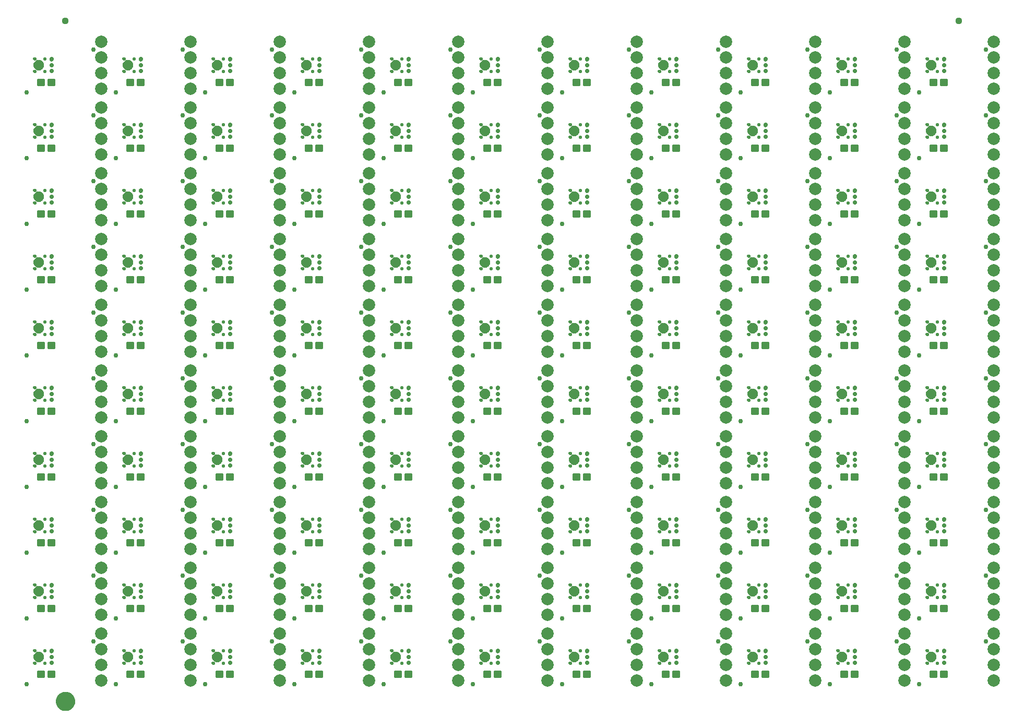
<source format=gts>
G04 EAGLE Gerber RS-274X export*
G75*
%MOMM*%
%FSLAX34Y34*%
%LPD*%
%INSoldermask Top*%
%IPPOS*%
%AMOC8*
5,1,8,0,0,1.08239X$1,22.5*%
G01*
%ADD10C,0.225400*%
%ADD11C,0.762000*%
%ADD12C,0.584200*%
%ADD13C,0.550000*%
%ADD14C,0.500000*%
%ADD15C,0.360000*%
%ADD16C,0.830000*%
%ADD17C,2.006600*%
%ADD18C,1.127000*%
%ADD19C,1.270000*%
%ADD20C,1.627000*%


D10*
X33846Y18606D02*
X23830Y18606D01*
X23830Y27622D01*
X33846Y27622D01*
X33846Y18606D01*
X33846Y20747D02*
X23830Y20747D01*
X23830Y22888D02*
X33846Y22888D01*
X33846Y25029D02*
X23830Y25029D01*
X23830Y27170D02*
X33846Y27170D01*
X40830Y18606D02*
X50846Y18606D01*
X40830Y18606D02*
X40830Y27622D01*
X50846Y27622D01*
X50846Y18606D01*
X50846Y20747D02*
X40830Y20747D01*
X40830Y22888D02*
X50846Y22888D01*
X50846Y25029D02*
X40830Y25029D01*
X40830Y27170D02*
X50846Y27170D01*
D11*
X114300Y76200D03*
X6096Y6350D03*
D12*
X25520Y50800D03*
D13*
X45520Y60450D02*
X45522Y60513D01*
X45528Y60575D01*
X45538Y60637D01*
X45551Y60699D01*
X45569Y60759D01*
X45590Y60818D01*
X45615Y60876D01*
X45644Y60932D01*
X45676Y60986D01*
X45711Y61038D01*
X45749Y61087D01*
X45791Y61135D01*
X45835Y61179D01*
X45883Y61221D01*
X45932Y61259D01*
X45984Y61294D01*
X46038Y61326D01*
X46094Y61355D01*
X46152Y61380D01*
X46211Y61401D01*
X46271Y61419D01*
X46333Y61432D01*
X46395Y61442D01*
X46457Y61448D01*
X46520Y61450D01*
X46583Y61448D01*
X46645Y61442D01*
X46707Y61432D01*
X46769Y61419D01*
X46829Y61401D01*
X46888Y61380D01*
X46946Y61355D01*
X47002Y61326D01*
X47056Y61294D01*
X47108Y61259D01*
X47157Y61221D01*
X47205Y61179D01*
X47249Y61135D01*
X47291Y61087D01*
X47329Y61038D01*
X47364Y60986D01*
X47396Y60932D01*
X47425Y60876D01*
X47450Y60818D01*
X47471Y60759D01*
X47489Y60699D01*
X47502Y60637D01*
X47512Y60575D01*
X47518Y60513D01*
X47520Y60450D01*
X47518Y60387D01*
X47512Y60325D01*
X47502Y60263D01*
X47489Y60201D01*
X47471Y60141D01*
X47450Y60082D01*
X47425Y60024D01*
X47396Y59968D01*
X47364Y59914D01*
X47329Y59862D01*
X47291Y59813D01*
X47249Y59765D01*
X47205Y59721D01*
X47157Y59679D01*
X47108Y59641D01*
X47056Y59606D01*
X47002Y59574D01*
X46946Y59545D01*
X46888Y59520D01*
X46829Y59499D01*
X46769Y59481D01*
X46707Y59468D01*
X46645Y59458D01*
X46583Y59452D01*
X46520Y59450D01*
X46457Y59452D01*
X46395Y59458D01*
X46333Y59468D01*
X46271Y59481D01*
X46211Y59499D01*
X46152Y59520D01*
X46094Y59545D01*
X46038Y59574D01*
X45984Y59606D01*
X45932Y59641D01*
X45883Y59679D01*
X45835Y59721D01*
X45791Y59765D01*
X45749Y59813D01*
X45711Y59862D01*
X45676Y59914D01*
X45644Y59968D01*
X45615Y60024D01*
X45590Y60082D01*
X45569Y60141D01*
X45551Y60201D01*
X45538Y60263D01*
X45528Y60325D01*
X45522Y60387D01*
X45520Y60450D01*
D14*
X45520Y50800D02*
X45522Y50863D01*
X45528Y50925D01*
X45538Y50987D01*
X45551Y51049D01*
X45569Y51109D01*
X45590Y51168D01*
X45615Y51226D01*
X45644Y51282D01*
X45676Y51336D01*
X45711Y51388D01*
X45749Y51437D01*
X45791Y51485D01*
X45835Y51529D01*
X45883Y51571D01*
X45932Y51609D01*
X45984Y51644D01*
X46038Y51676D01*
X46094Y51705D01*
X46152Y51730D01*
X46211Y51751D01*
X46271Y51769D01*
X46333Y51782D01*
X46395Y51792D01*
X46457Y51798D01*
X46520Y51800D01*
X46583Y51798D01*
X46645Y51792D01*
X46707Y51782D01*
X46769Y51769D01*
X46829Y51751D01*
X46888Y51730D01*
X46946Y51705D01*
X47002Y51676D01*
X47056Y51644D01*
X47108Y51609D01*
X47157Y51571D01*
X47205Y51529D01*
X47249Y51485D01*
X47291Y51437D01*
X47329Y51388D01*
X47364Y51336D01*
X47396Y51282D01*
X47425Y51226D01*
X47450Y51168D01*
X47471Y51109D01*
X47489Y51049D01*
X47502Y50987D01*
X47512Y50925D01*
X47518Y50863D01*
X47520Y50800D01*
X47518Y50737D01*
X47512Y50675D01*
X47502Y50613D01*
X47489Y50551D01*
X47471Y50491D01*
X47450Y50432D01*
X47425Y50374D01*
X47396Y50318D01*
X47364Y50264D01*
X47329Y50212D01*
X47291Y50163D01*
X47249Y50115D01*
X47205Y50071D01*
X47157Y50029D01*
X47108Y49991D01*
X47056Y49956D01*
X47002Y49924D01*
X46946Y49895D01*
X46888Y49870D01*
X46829Y49849D01*
X46769Y49831D01*
X46707Y49818D01*
X46645Y49808D01*
X46583Y49802D01*
X46520Y49800D01*
X46457Y49802D01*
X46395Y49808D01*
X46333Y49818D01*
X46271Y49831D01*
X46211Y49849D01*
X46152Y49870D01*
X46094Y49895D01*
X46038Y49924D01*
X45984Y49956D01*
X45932Y49991D01*
X45883Y50029D01*
X45835Y50071D01*
X45791Y50115D01*
X45749Y50163D01*
X45711Y50212D01*
X45676Y50264D01*
X45644Y50318D01*
X45615Y50374D01*
X45590Y50432D01*
X45569Y50491D01*
X45551Y50551D01*
X45538Y50613D01*
X45528Y50675D01*
X45522Y50737D01*
X45520Y50800D01*
D13*
X45520Y41150D02*
X45522Y41213D01*
X45528Y41275D01*
X45538Y41337D01*
X45551Y41399D01*
X45569Y41459D01*
X45590Y41518D01*
X45615Y41576D01*
X45644Y41632D01*
X45676Y41686D01*
X45711Y41738D01*
X45749Y41787D01*
X45791Y41835D01*
X45835Y41879D01*
X45883Y41921D01*
X45932Y41959D01*
X45984Y41994D01*
X46038Y42026D01*
X46094Y42055D01*
X46152Y42080D01*
X46211Y42101D01*
X46271Y42119D01*
X46333Y42132D01*
X46395Y42142D01*
X46457Y42148D01*
X46520Y42150D01*
X46583Y42148D01*
X46645Y42142D01*
X46707Y42132D01*
X46769Y42119D01*
X46829Y42101D01*
X46888Y42080D01*
X46946Y42055D01*
X47002Y42026D01*
X47056Y41994D01*
X47108Y41959D01*
X47157Y41921D01*
X47205Y41879D01*
X47249Y41835D01*
X47291Y41787D01*
X47329Y41738D01*
X47364Y41686D01*
X47396Y41632D01*
X47425Y41576D01*
X47450Y41518D01*
X47471Y41459D01*
X47489Y41399D01*
X47502Y41337D01*
X47512Y41275D01*
X47518Y41213D01*
X47520Y41150D01*
X47518Y41087D01*
X47512Y41025D01*
X47502Y40963D01*
X47489Y40901D01*
X47471Y40841D01*
X47450Y40782D01*
X47425Y40724D01*
X47396Y40668D01*
X47364Y40614D01*
X47329Y40562D01*
X47291Y40513D01*
X47249Y40465D01*
X47205Y40421D01*
X47157Y40379D01*
X47108Y40341D01*
X47056Y40306D01*
X47002Y40274D01*
X46946Y40245D01*
X46888Y40220D01*
X46829Y40199D01*
X46769Y40181D01*
X46707Y40168D01*
X46645Y40158D01*
X46583Y40152D01*
X46520Y40150D01*
X46457Y40152D01*
X46395Y40158D01*
X46333Y40168D01*
X46271Y40181D01*
X46211Y40199D01*
X46152Y40220D01*
X46094Y40245D01*
X46038Y40274D01*
X45984Y40306D01*
X45932Y40341D01*
X45883Y40379D01*
X45835Y40421D01*
X45791Y40465D01*
X45749Y40513D01*
X45711Y40562D01*
X45676Y40614D01*
X45644Y40668D01*
X45615Y40724D01*
X45590Y40782D01*
X45569Y40841D01*
X45551Y40901D01*
X45538Y40963D01*
X45528Y41025D01*
X45522Y41087D01*
X45520Y41150D01*
D15*
X34520Y60950D02*
X34522Y61013D01*
X34528Y61075D01*
X34538Y61137D01*
X34551Y61199D01*
X34569Y61259D01*
X34590Y61318D01*
X34615Y61376D01*
X34644Y61432D01*
X34676Y61486D01*
X34711Y61538D01*
X34749Y61587D01*
X34791Y61635D01*
X34835Y61679D01*
X34883Y61721D01*
X34932Y61759D01*
X34984Y61794D01*
X35038Y61826D01*
X35094Y61855D01*
X35152Y61880D01*
X35211Y61901D01*
X35271Y61919D01*
X35333Y61932D01*
X35395Y61942D01*
X35457Y61948D01*
X35520Y61950D01*
X35583Y61948D01*
X35645Y61942D01*
X35707Y61932D01*
X35769Y61919D01*
X35829Y61901D01*
X35888Y61880D01*
X35946Y61855D01*
X36002Y61826D01*
X36056Y61794D01*
X36108Y61759D01*
X36157Y61721D01*
X36205Y61679D01*
X36249Y61635D01*
X36291Y61587D01*
X36329Y61538D01*
X36364Y61486D01*
X36396Y61432D01*
X36425Y61376D01*
X36450Y61318D01*
X36471Y61259D01*
X36489Y61199D01*
X36502Y61137D01*
X36512Y61075D01*
X36518Y61013D01*
X36520Y60950D01*
X36518Y60887D01*
X36512Y60825D01*
X36502Y60763D01*
X36489Y60701D01*
X36471Y60641D01*
X36450Y60582D01*
X36425Y60524D01*
X36396Y60468D01*
X36364Y60414D01*
X36329Y60362D01*
X36291Y60313D01*
X36249Y60265D01*
X36205Y60221D01*
X36157Y60179D01*
X36108Y60141D01*
X36056Y60106D01*
X36002Y60074D01*
X35946Y60045D01*
X35888Y60020D01*
X35829Y59999D01*
X35769Y59981D01*
X35707Y59968D01*
X35645Y59958D01*
X35583Y59952D01*
X35520Y59950D01*
X35457Y59952D01*
X35395Y59958D01*
X35333Y59968D01*
X35271Y59981D01*
X35211Y59999D01*
X35152Y60020D01*
X35094Y60045D01*
X35038Y60074D01*
X34984Y60106D01*
X34932Y60141D01*
X34883Y60179D01*
X34835Y60221D01*
X34791Y60265D01*
X34749Y60313D01*
X34711Y60362D01*
X34676Y60414D01*
X34644Y60468D01*
X34615Y60524D01*
X34590Y60582D01*
X34569Y60641D01*
X34551Y60701D01*
X34538Y60763D01*
X34528Y60825D01*
X34522Y60887D01*
X34520Y60950D01*
D16*
X21370Y50800D02*
X21372Y50928D01*
X21378Y51057D01*
X21388Y51185D01*
X21402Y51312D01*
X21420Y51440D01*
X21441Y51566D01*
X21467Y51692D01*
X21497Y51817D01*
X21530Y51941D01*
X21567Y52064D01*
X21608Y52186D01*
X21653Y52306D01*
X21701Y52425D01*
X21754Y52543D01*
X21809Y52658D01*
X21869Y52772D01*
X21931Y52884D01*
X21998Y52994D01*
X22067Y53102D01*
X22140Y53208D01*
X22216Y53311D01*
X22296Y53413D01*
X22378Y53511D01*
X22463Y53607D01*
X22552Y53700D01*
X22643Y53791D01*
X22737Y53878D01*
X22833Y53963D01*
X22933Y54045D01*
X23034Y54123D01*
X23138Y54198D01*
X23245Y54271D01*
X23353Y54339D01*
X23464Y54405D01*
X23576Y54467D01*
X23691Y54525D01*
X23807Y54580D01*
X23924Y54631D01*
X24044Y54679D01*
X24165Y54722D01*
X24287Y54762D01*
X24410Y54799D01*
X24534Y54831D01*
X24659Y54860D01*
X24785Y54884D01*
X24912Y54905D01*
X25039Y54922D01*
X25167Y54935D01*
X25295Y54944D01*
X25424Y54949D01*
X25552Y54950D01*
X25681Y54947D01*
X25809Y54940D01*
X25937Y54929D01*
X26064Y54914D01*
X26191Y54895D01*
X26318Y54873D01*
X26443Y54846D01*
X26568Y54815D01*
X26692Y54781D01*
X26815Y54743D01*
X26936Y54701D01*
X27056Y54655D01*
X27175Y54606D01*
X27292Y54553D01*
X27407Y54496D01*
X27520Y54436D01*
X27632Y54372D01*
X27742Y54305D01*
X27849Y54235D01*
X27954Y54161D01*
X28057Y54084D01*
X28157Y54004D01*
X28255Y53921D01*
X28351Y53835D01*
X28443Y53746D01*
X28533Y53654D01*
X28620Y53559D01*
X28704Y53462D01*
X28785Y53362D01*
X28862Y53260D01*
X28937Y53155D01*
X29008Y53049D01*
X29076Y52940D01*
X29140Y52828D01*
X29202Y52715D01*
X29259Y52601D01*
X29313Y52484D01*
X29363Y52366D01*
X29410Y52246D01*
X29453Y52125D01*
X29492Y52003D01*
X29527Y51879D01*
X29559Y51755D01*
X29586Y51629D01*
X29610Y51503D01*
X29630Y51376D01*
X29646Y51249D01*
X29658Y51121D01*
X29666Y50993D01*
X29670Y50864D01*
X29670Y50736D01*
X29666Y50607D01*
X29658Y50479D01*
X29646Y50351D01*
X29630Y50224D01*
X29610Y50097D01*
X29586Y49971D01*
X29559Y49845D01*
X29527Y49721D01*
X29492Y49597D01*
X29453Y49475D01*
X29410Y49354D01*
X29363Y49234D01*
X29313Y49116D01*
X29259Y48999D01*
X29202Y48885D01*
X29140Y48772D01*
X29076Y48660D01*
X29008Y48551D01*
X28937Y48445D01*
X28862Y48340D01*
X28785Y48238D01*
X28704Y48138D01*
X28620Y48041D01*
X28533Y47946D01*
X28443Y47854D01*
X28351Y47765D01*
X28255Y47679D01*
X28157Y47596D01*
X28057Y47516D01*
X27954Y47439D01*
X27849Y47365D01*
X27742Y47295D01*
X27632Y47228D01*
X27520Y47164D01*
X27407Y47104D01*
X27292Y47047D01*
X27175Y46994D01*
X27056Y46945D01*
X26936Y46899D01*
X26815Y46857D01*
X26692Y46819D01*
X26568Y46785D01*
X26443Y46754D01*
X26318Y46727D01*
X26191Y46705D01*
X26064Y46686D01*
X25937Y46671D01*
X25809Y46660D01*
X25681Y46653D01*
X25552Y46650D01*
X25424Y46651D01*
X25295Y46656D01*
X25167Y46665D01*
X25039Y46678D01*
X24912Y46695D01*
X24785Y46716D01*
X24659Y46740D01*
X24534Y46769D01*
X24410Y46801D01*
X24287Y46838D01*
X24165Y46878D01*
X24044Y46921D01*
X23924Y46969D01*
X23807Y47020D01*
X23691Y47075D01*
X23576Y47133D01*
X23464Y47195D01*
X23353Y47261D01*
X23245Y47329D01*
X23138Y47402D01*
X23034Y47477D01*
X22933Y47555D01*
X22833Y47637D01*
X22737Y47722D01*
X22643Y47809D01*
X22552Y47900D01*
X22463Y47993D01*
X22378Y48089D01*
X22296Y48187D01*
X22216Y48289D01*
X22140Y48392D01*
X22067Y48498D01*
X21998Y48606D01*
X21931Y48716D01*
X21869Y48828D01*
X21809Y48942D01*
X21754Y49057D01*
X21701Y49175D01*
X21653Y49294D01*
X21608Y49414D01*
X21567Y49536D01*
X21530Y49659D01*
X21497Y49783D01*
X21467Y49908D01*
X21441Y50034D01*
X21420Y50160D01*
X21402Y50288D01*
X21388Y50415D01*
X21378Y50543D01*
X21372Y50672D01*
X21370Y50800D01*
D15*
X18120Y60950D02*
X18122Y61013D01*
X18128Y61075D01*
X18138Y61137D01*
X18151Y61199D01*
X18169Y61259D01*
X18190Y61318D01*
X18215Y61376D01*
X18244Y61432D01*
X18276Y61486D01*
X18311Y61538D01*
X18349Y61587D01*
X18391Y61635D01*
X18435Y61679D01*
X18483Y61721D01*
X18532Y61759D01*
X18584Y61794D01*
X18638Y61826D01*
X18694Y61855D01*
X18752Y61880D01*
X18811Y61901D01*
X18871Y61919D01*
X18933Y61932D01*
X18995Y61942D01*
X19057Y61948D01*
X19120Y61950D01*
X19183Y61948D01*
X19245Y61942D01*
X19307Y61932D01*
X19369Y61919D01*
X19429Y61901D01*
X19488Y61880D01*
X19546Y61855D01*
X19602Y61826D01*
X19656Y61794D01*
X19708Y61759D01*
X19757Y61721D01*
X19805Y61679D01*
X19849Y61635D01*
X19891Y61587D01*
X19929Y61538D01*
X19964Y61486D01*
X19996Y61432D01*
X20025Y61376D01*
X20050Y61318D01*
X20071Y61259D01*
X20089Y61199D01*
X20102Y61137D01*
X20112Y61075D01*
X20118Y61013D01*
X20120Y60950D01*
X20118Y60887D01*
X20112Y60825D01*
X20102Y60763D01*
X20089Y60701D01*
X20071Y60641D01*
X20050Y60582D01*
X20025Y60524D01*
X19996Y60468D01*
X19964Y60414D01*
X19929Y60362D01*
X19891Y60313D01*
X19849Y60265D01*
X19805Y60221D01*
X19757Y60179D01*
X19708Y60141D01*
X19656Y60106D01*
X19602Y60074D01*
X19546Y60045D01*
X19488Y60020D01*
X19429Y59999D01*
X19369Y59981D01*
X19307Y59968D01*
X19245Y59958D01*
X19183Y59952D01*
X19120Y59950D01*
X19057Y59952D01*
X18995Y59958D01*
X18933Y59968D01*
X18871Y59981D01*
X18811Y59999D01*
X18752Y60020D01*
X18694Y60045D01*
X18638Y60074D01*
X18584Y60106D01*
X18532Y60141D01*
X18483Y60179D01*
X18435Y60221D01*
X18391Y60265D01*
X18349Y60313D01*
X18311Y60362D01*
X18276Y60414D01*
X18244Y60468D01*
X18215Y60524D01*
X18190Y60582D01*
X18169Y60641D01*
X18151Y60701D01*
X18138Y60763D01*
X18128Y60825D01*
X18122Y60887D01*
X18120Y60950D01*
X18120Y40650D02*
X18122Y40713D01*
X18128Y40775D01*
X18138Y40837D01*
X18151Y40899D01*
X18169Y40959D01*
X18190Y41018D01*
X18215Y41076D01*
X18244Y41132D01*
X18276Y41186D01*
X18311Y41238D01*
X18349Y41287D01*
X18391Y41335D01*
X18435Y41379D01*
X18483Y41421D01*
X18532Y41459D01*
X18584Y41494D01*
X18638Y41526D01*
X18694Y41555D01*
X18752Y41580D01*
X18811Y41601D01*
X18871Y41619D01*
X18933Y41632D01*
X18995Y41642D01*
X19057Y41648D01*
X19120Y41650D01*
X19183Y41648D01*
X19245Y41642D01*
X19307Y41632D01*
X19369Y41619D01*
X19429Y41601D01*
X19488Y41580D01*
X19546Y41555D01*
X19602Y41526D01*
X19656Y41494D01*
X19708Y41459D01*
X19757Y41421D01*
X19805Y41379D01*
X19849Y41335D01*
X19891Y41287D01*
X19929Y41238D01*
X19964Y41186D01*
X19996Y41132D01*
X20025Y41076D01*
X20050Y41018D01*
X20071Y40959D01*
X20089Y40899D01*
X20102Y40837D01*
X20112Y40775D01*
X20118Y40713D01*
X20120Y40650D01*
X20118Y40587D01*
X20112Y40525D01*
X20102Y40463D01*
X20089Y40401D01*
X20071Y40341D01*
X20050Y40282D01*
X20025Y40224D01*
X19996Y40168D01*
X19964Y40114D01*
X19929Y40062D01*
X19891Y40013D01*
X19849Y39965D01*
X19805Y39921D01*
X19757Y39879D01*
X19708Y39841D01*
X19656Y39806D01*
X19602Y39774D01*
X19546Y39745D01*
X19488Y39720D01*
X19429Y39699D01*
X19369Y39681D01*
X19307Y39668D01*
X19245Y39658D01*
X19183Y39652D01*
X19120Y39650D01*
X19057Y39652D01*
X18995Y39658D01*
X18933Y39668D01*
X18871Y39681D01*
X18811Y39699D01*
X18752Y39720D01*
X18694Y39745D01*
X18638Y39774D01*
X18584Y39806D01*
X18532Y39841D01*
X18483Y39879D01*
X18435Y39921D01*
X18391Y39965D01*
X18349Y40013D01*
X18311Y40062D01*
X18276Y40114D01*
X18244Y40168D01*
X18215Y40224D01*
X18190Y40282D01*
X18169Y40341D01*
X18151Y40401D01*
X18138Y40463D01*
X18128Y40525D01*
X18122Y40587D01*
X18120Y40650D01*
X34520Y40650D02*
X34522Y40713D01*
X34528Y40775D01*
X34538Y40837D01*
X34551Y40899D01*
X34569Y40959D01*
X34590Y41018D01*
X34615Y41076D01*
X34644Y41132D01*
X34676Y41186D01*
X34711Y41238D01*
X34749Y41287D01*
X34791Y41335D01*
X34835Y41379D01*
X34883Y41421D01*
X34932Y41459D01*
X34984Y41494D01*
X35038Y41526D01*
X35094Y41555D01*
X35152Y41580D01*
X35211Y41601D01*
X35271Y41619D01*
X35333Y41632D01*
X35395Y41642D01*
X35457Y41648D01*
X35520Y41650D01*
X35583Y41648D01*
X35645Y41642D01*
X35707Y41632D01*
X35769Y41619D01*
X35829Y41601D01*
X35888Y41580D01*
X35946Y41555D01*
X36002Y41526D01*
X36056Y41494D01*
X36108Y41459D01*
X36157Y41421D01*
X36205Y41379D01*
X36249Y41335D01*
X36291Y41287D01*
X36329Y41238D01*
X36364Y41186D01*
X36396Y41132D01*
X36425Y41076D01*
X36450Y41018D01*
X36471Y40959D01*
X36489Y40899D01*
X36502Y40837D01*
X36512Y40775D01*
X36518Y40713D01*
X36520Y40650D01*
X36518Y40587D01*
X36512Y40525D01*
X36502Y40463D01*
X36489Y40401D01*
X36471Y40341D01*
X36450Y40282D01*
X36425Y40224D01*
X36396Y40168D01*
X36364Y40114D01*
X36329Y40062D01*
X36291Y40013D01*
X36249Y39965D01*
X36205Y39921D01*
X36157Y39879D01*
X36108Y39841D01*
X36056Y39806D01*
X36002Y39774D01*
X35946Y39745D01*
X35888Y39720D01*
X35829Y39699D01*
X35769Y39681D01*
X35707Y39668D01*
X35645Y39658D01*
X35583Y39652D01*
X35520Y39650D01*
X35457Y39652D01*
X35395Y39658D01*
X35333Y39668D01*
X35271Y39681D01*
X35211Y39699D01*
X35152Y39720D01*
X35094Y39745D01*
X35038Y39774D01*
X34984Y39806D01*
X34932Y39841D01*
X34883Y39879D01*
X34835Y39921D01*
X34791Y39965D01*
X34749Y40013D01*
X34711Y40062D01*
X34676Y40114D01*
X34644Y40168D01*
X34615Y40224D01*
X34590Y40282D01*
X34569Y40341D01*
X34551Y40401D01*
X34538Y40463D01*
X34528Y40525D01*
X34522Y40587D01*
X34520Y40650D01*
D17*
X127000Y12700D03*
X127000Y38100D03*
X127000Y63500D03*
X127000Y88900D03*
D10*
X168610Y18606D02*
X178626Y18606D01*
X168610Y18606D02*
X168610Y27622D01*
X178626Y27622D01*
X178626Y18606D01*
X178626Y20747D02*
X168610Y20747D01*
X168610Y22888D02*
X178626Y22888D01*
X178626Y25029D02*
X168610Y25029D01*
X168610Y27170D02*
X178626Y27170D01*
X185610Y18606D02*
X195626Y18606D01*
X185610Y18606D02*
X185610Y27622D01*
X195626Y27622D01*
X195626Y18606D01*
X195626Y20747D02*
X185610Y20747D01*
X185610Y22888D02*
X195626Y22888D01*
X195626Y25029D02*
X185610Y25029D01*
X185610Y27170D02*
X195626Y27170D01*
D11*
X259080Y76200D03*
X150876Y6350D03*
D12*
X170300Y50800D03*
D13*
X190300Y60450D02*
X190302Y60513D01*
X190308Y60575D01*
X190318Y60637D01*
X190331Y60699D01*
X190349Y60759D01*
X190370Y60818D01*
X190395Y60876D01*
X190424Y60932D01*
X190456Y60986D01*
X190491Y61038D01*
X190529Y61087D01*
X190571Y61135D01*
X190615Y61179D01*
X190663Y61221D01*
X190712Y61259D01*
X190764Y61294D01*
X190818Y61326D01*
X190874Y61355D01*
X190932Y61380D01*
X190991Y61401D01*
X191051Y61419D01*
X191113Y61432D01*
X191175Y61442D01*
X191237Y61448D01*
X191300Y61450D01*
X191363Y61448D01*
X191425Y61442D01*
X191487Y61432D01*
X191549Y61419D01*
X191609Y61401D01*
X191668Y61380D01*
X191726Y61355D01*
X191782Y61326D01*
X191836Y61294D01*
X191888Y61259D01*
X191937Y61221D01*
X191985Y61179D01*
X192029Y61135D01*
X192071Y61087D01*
X192109Y61038D01*
X192144Y60986D01*
X192176Y60932D01*
X192205Y60876D01*
X192230Y60818D01*
X192251Y60759D01*
X192269Y60699D01*
X192282Y60637D01*
X192292Y60575D01*
X192298Y60513D01*
X192300Y60450D01*
X192298Y60387D01*
X192292Y60325D01*
X192282Y60263D01*
X192269Y60201D01*
X192251Y60141D01*
X192230Y60082D01*
X192205Y60024D01*
X192176Y59968D01*
X192144Y59914D01*
X192109Y59862D01*
X192071Y59813D01*
X192029Y59765D01*
X191985Y59721D01*
X191937Y59679D01*
X191888Y59641D01*
X191836Y59606D01*
X191782Y59574D01*
X191726Y59545D01*
X191668Y59520D01*
X191609Y59499D01*
X191549Y59481D01*
X191487Y59468D01*
X191425Y59458D01*
X191363Y59452D01*
X191300Y59450D01*
X191237Y59452D01*
X191175Y59458D01*
X191113Y59468D01*
X191051Y59481D01*
X190991Y59499D01*
X190932Y59520D01*
X190874Y59545D01*
X190818Y59574D01*
X190764Y59606D01*
X190712Y59641D01*
X190663Y59679D01*
X190615Y59721D01*
X190571Y59765D01*
X190529Y59813D01*
X190491Y59862D01*
X190456Y59914D01*
X190424Y59968D01*
X190395Y60024D01*
X190370Y60082D01*
X190349Y60141D01*
X190331Y60201D01*
X190318Y60263D01*
X190308Y60325D01*
X190302Y60387D01*
X190300Y60450D01*
D14*
X190300Y50800D02*
X190302Y50863D01*
X190308Y50925D01*
X190318Y50987D01*
X190331Y51049D01*
X190349Y51109D01*
X190370Y51168D01*
X190395Y51226D01*
X190424Y51282D01*
X190456Y51336D01*
X190491Y51388D01*
X190529Y51437D01*
X190571Y51485D01*
X190615Y51529D01*
X190663Y51571D01*
X190712Y51609D01*
X190764Y51644D01*
X190818Y51676D01*
X190874Y51705D01*
X190932Y51730D01*
X190991Y51751D01*
X191051Y51769D01*
X191113Y51782D01*
X191175Y51792D01*
X191237Y51798D01*
X191300Y51800D01*
X191363Y51798D01*
X191425Y51792D01*
X191487Y51782D01*
X191549Y51769D01*
X191609Y51751D01*
X191668Y51730D01*
X191726Y51705D01*
X191782Y51676D01*
X191836Y51644D01*
X191888Y51609D01*
X191937Y51571D01*
X191985Y51529D01*
X192029Y51485D01*
X192071Y51437D01*
X192109Y51388D01*
X192144Y51336D01*
X192176Y51282D01*
X192205Y51226D01*
X192230Y51168D01*
X192251Y51109D01*
X192269Y51049D01*
X192282Y50987D01*
X192292Y50925D01*
X192298Y50863D01*
X192300Y50800D01*
X192298Y50737D01*
X192292Y50675D01*
X192282Y50613D01*
X192269Y50551D01*
X192251Y50491D01*
X192230Y50432D01*
X192205Y50374D01*
X192176Y50318D01*
X192144Y50264D01*
X192109Y50212D01*
X192071Y50163D01*
X192029Y50115D01*
X191985Y50071D01*
X191937Y50029D01*
X191888Y49991D01*
X191836Y49956D01*
X191782Y49924D01*
X191726Y49895D01*
X191668Y49870D01*
X191609Y49849D01*
X191549Y49831D01*
X191487Y49818D01*
X191425Y49808D01*
X191363Y49802D01*
X191300Y49800D01*
X191237Y49802D01*
X191175Y49808D01*
X191113Y49818D01*
X191051Y49831D01*
X190991Y49849D01*
X190932Y49870D01*
X190874Y49895D01*
X190818Y49924D01*
X190764Y49956D01*
X190712Y49991D01*
X190663Y50029D01*
X190615Y50071D01*
X190571Y50115D01*
X190529Y50163D01*
X190491Y50212D01*
X190456Y50264D01*
X190424Y50318D01*
X190395Y50374D01*
X190370Y50432D01*
X190349Y50491D01*
X190331Y50551D01*
X190318Y50613D01*
X190308Y50675D01*
X190302Y50737D01*
X190300Y50800D01*
D13*
X190300Y41150D02*
X190302Y41213D01*
X190308Y41275D01*
X190318Y41337D01*
X190331Y41399D01*
X190349Y41459D01*
X190370Y41518D01*
X190395Y41576D01*
X190424Y41632D01*
X190456Y41686D01*
X190491Y41738D01*
X190529Y41787D01*
X190571Y41835D01*
X190615Y41879D01*
X190663Y41921D01*
X190712Y41959D01*
X190764Y41994D01*
X190818Y42026D01*
X190874Y42055D01*
X190932Y42080D01*
X190991Y42101D01*
X191051Y42119D01*
X191113Y42132D01*
X191175Y42142D01*
X191237Y42148D01*
X191300Y42150D01*
X191363Y42148D01*
X191425Y42142D01*
X191487Y42132D01*
X191549Y42119D01*
X191609Y42101D01*
X191668Y42080D01*
X191726Y42055D01*
X191782Y42026D01*
X191836Y41994D01*
X191888Y41959D01*
X191937Y41921D01*
X191985Y41879D01*
X192029Y41835D01*
X192071Y41787D01*
X192109Y41738D01*
X192144Y41686D01*
X192176Y41632D01*
X192205Y41576D01*
X192230Y41518D01*
X192251Y41459D01*
X192269Y41399D01*
X192282Y41337D01*
X192292Y41275D01*
X192298Y41213D01*
X192300Y41150D01*
X192298Y41087D01*
X192292Y41025D01*
X192282Y40963D01*
X192269Y40901D01*
X192251Y40841D01*
X192230Y40782D01*
X192205Y40724D01*
X192176Y40668D01*
X192144Y40614D01*
X192109Y40562D01*
X192071Y40513D01*
X192029Y40465D01*
X191985Y40421D01*
X191937Y40379D01*
X191888Y40341D01*
X191836Y40306D01*
X191782Y40274D01*
X191726Y40245D01*
X191668Y40220D01*
X191609Y40199D01*
X191549Y40181D01*
X191487Y40168D01*
X191425Y40158D01*
X191363Y40152D01*
X191300Y40150D01*
X191237Y40152D01*
X191175Y40158D01*
X191113Y40168D01*
X191051Y40181D01*
X190991Y40199D01*
X190932Y40220D01*
X190874Y40245D01*
X190818Y40274D01*
X190764Y40306D01*
X190712Y40341D01*
X190663Y40379D01*
X190615Y40421D01*
X190571Y40465D01*
X190529Y40513D01*
X190491Y40562D01*
X190456Y40614D01*
X190424Y40668D01*
X190395Y40724D01*
X190370Y40782D01*
X190349Y40841D01*
X190331Y40901D01*
X190318Y40963D01*
X190308Y41025D01*
X190302Y41087D01*
X190300Y41150D01*
D15*
X179300Y60950D02*
X179302Y61013D01*
X179308Y61075D01*
X179318Y61137D01*
X179331Y61199D01*
X179349Y61259D01*
X179370Y61318D01*
X179395Y61376D01*
X179424Y61432D01*
X179456Y61486D01*
X179491Y61538D01*
X179529Y61587D01*
X179571Y61635D01*
X179615Y61679D01*
X179663Y61721D01*
X179712Y61759D01*
X179764Y61794D01*
X179818Y61826D01*
X179874Y61855D01*
X179932Y61880D01*
X179991Y61901D01*
X180051Y61919D01*
X180113Y61932D01*
X180175Y61942D01*
X180237Y61948D01*
X180300Y61950D01*
X180363Y61948D01*
X180425Y61942D01*
X180487Y61932D01*
X180549Y61919D01*
X180609Y61901D01*
X180668Y61880D01*
X180726Y61855D01*
X180782Y61826D01*
X180836Y61794D01*
X180888Y61759D01*
X180937Y61721D01*
X180985Y61679D01*
X181029Y61635D01*
X181071Y61587D01*
X181109Y61538D01*
X181144Y61486D01*
X181176Y61432D01*
X181205Y61376D01*
X181230Y61318D01*
X181251Y61259D01*
X181269Y61199D01*
X181282Y61137D01*
X181292Y61075D01*
X181298Y61013D01*
X181300Y60950D01*
X181298Y60887D01*
X181292Y60825D01*
X181282Y60763D01*
X181269Y60701D01*
X181251Y60641D01*
X181230Y60582D01*
X181205Y60524D01*
X181176Y60468D01*
X181144Y60414D01*
X181109Y60362D01*
X181071Y60313D01*
X181029Y60265D01*
X180985Y60221D01*
X180937Y60179D01*
X180888Y60141D01*
X180836Y60106D01*
X180782Y60074D01*
X180726Y60045D01*
X180668Y60020D01*
X180609Y59999D01*
X180549Y59981D01*
X180487Y59968D01*
X180425Y59958D01*
X180363Y59952D01*
X180300Y59950D01*
X180237Y59952D01*
X180175Y59958D01*
X180113Y59968D01*
X180051Y59981D01*
X179991Y59999D01*
X179932Y60020D01*
X179874Y60045D01*
X179818Y60074D01*
X179764Y60106D01*
X179712Y60141D01*
X179663Y60179D01*
X179615Y60221D01*
X179571Y60265D01*
X179529Y60313D01*
X179491Y60362D01*
X179456Y60414D01*
X179424Y60468D01*
X179395Y60524D01*
X179370Y60582D01*
X179349Y60641D01*
X179331Y60701D01*
X179318Y60763D01*
X179308Y60825D01*
X179302Y60887D01*
X179300Y60950D01*
D16*
X166150Y50800D02*
X166152Y50928D01*
X166158Y51057D01*
X166168Y51185D01*
X166182Y51312D01*
X166200Y51440D01*
X166221Y51566D01*
X166247Y51692D01*
X166277Y51817D01*
X166310Y51941D01*
X166347Y52064D01*
X166388Y52186D01*
X166433Y52306D01*
X166481Y52425D01*
X166534Y52543D01*
X166589Y52658D01*
X166649Y52772D01*
X166711Y52884D01*
X166778Y52994D01*
X166847Y53102D01*
X166920Y53208D01*
X166996Y53311D01*
X167076Y53413D01*
X167158Y53511D01*
X167243Y53607D01*
X167332Y53700D01*
X167423Y53791D01*
X167517Y53878D01*
X167613Y53963D01*
X167713Y54045D01*
X167814Y54123D01*
X167918Y54198D01*
X168025Y54271D01*
X168133Y54339D01*
X168244Y54405D01*
X168356Y54467D01*
X168471Y54525D01*
X168587Y54580D01*
X168704Y54631D01*
X168824Y54679D01*
X168945Y54722D01*
X169067Y54762D01*
X169190Y54799D01*
X169314Y54831D01*
X169439Y54860D01*
X169565Y54884D01*
X169692Y54905D01*
X169819Y54922D01*
X169947Y54935D01*
X170075Y54944D01*
X170204Y54949D01*
X170332Y54950D01*
X170461Y54947D01*
X170589Y54940D01*
X170717Y54929D01*
X170844Y54914D01*
X170971Y54895D01*
X171098Y54873D01*
X171223Y54846D01*
X171348Y54815D01*
X171472Y54781D01*
X171595Y54743D01*
X171716Y54701D01*
X171836Y54655D01*
X171955Y54606D01*
X172072Y54553D01*
X172187Y54496D01*
X172300Y54436D01*
X172412Y54372D01*
X172522Y54305D01*
X172629Y54235D01*
X172734Y54161D01*
X172837Y54084D01*
X172937Y54004D01*
X173035Y53921D01*
X173131Y53835D01*
X173223Y53746D01*
X173313Y53654D01*
X173400Y53559D01*
X173484Y53462D01*
X173565Y53362D01*
X173642Y53260D01*
X173717Y53155D01*
X173788Y53049D01*
X173856Y52940D01*
X173920Y52828D01*
X173982Y52715D01*
X174039Y52601D01*
X174093Y52484D01*
X174143Y52366D01*
X174190Y52246D01*
X174233Y52125D01*
X174272Y52003D01*
X174307Y51879D01*
X174339Y51755D01*
X174366Y51629D01*
X174390Y51503D01*
X174410Y51376D01*
X174426Y51249D01*
X174438Y51121D01*
X174446Y50993D01*
X174450Y50864D01*
X174450Y50736D01*
X174446Y50607D01*
X174438Y50479D01*
X174426Y50351D01*
X174410Y50224D01*
X174390Y50097D01*
X174366Y49971D01*
X174339Y49845D01*
X174307Y49721D01*
X174272Y49597D01*
X174233Y49475D01*
X174190Y49354D01*
X174143Y49234D01*
X174093Y49116D01*
X174039Y48999D01*
X173982Y48885D01*
X173920Y48772D01*
X173856Y48660D01*
X173788Y48551D01*
X173717Y48445D01*
X173642Y48340D01*
X173565Y48238D01*
X173484Y48138D01*
X173400Y48041D01*
X173313Y47946D01*
X173223Y47854D01*
X173131Y47765D01*
X173035Y47679D01*
X172937Y47596D01*
X172837Y47516D01*
X172734Y47439D01*
X172629Y47365D01*
X172522Y47295D01*
X172412Y47228D01*
X172300Y47164D01*
X172187Y47104D01*
X172072Y47047D01*
X171955Y46994D01*
X171836Y46945D01*
X171716Y46899D01*
X171595Y46857D01*
X171472Y46819D01*
X171348Y46785D01*
X171223Y46754D01*
X171098Y46727D01*
X170971Y46705D01*
X170844Y46686D01*
X170717Y46671D01*
X170589Y46660D01*
X170461Y46653D01*
X170332Y46650D01*
X170204Y46651D01*
X170075Y46656D01*
X169947Y46665D01*
X169819Y46678D01*
X169692Y46695D01*
X169565Y46716D01*
X169439Y46740D01*
X169314Y46769D01*
X169190Y46801D01*
X169067Y46838D01*
X168945Y46878D01*
X168824Y46921D01*
X168704Y46969D01*
X168587Y47020D01*
X168471Y47075D01*
X168356Y47133D01*
X168244Y47195D01*
X168133Y47261D01*
X168025Y47329D01*
X167918Y47402D01*
X167814Y47477D01*
X167713Y47555D01*
X167613Y47637D01*
X167517Y47722D01*
X167423Y47809D01*
X167332Y47900D01*
X167243Y47993D01*
X167158Y48089D01*
X167076Y48187D01*
X166996Y48289D01*
X166920Y48392D01*
X166847Y48498D01*
X166778Y48606D01*
X166711Y48716D01*
X166649Y48828D01*
X166589Y48942D01*
X166534Y49057D01*
X166481Y49175D01*
X166433Y49294D01*
X166388Y49414D01*
X166347Y49536D01*
X166310Y49659D01*
X166277Y49783D01*
X166247Y49908D01*
X166221Y50034D01*
X166200Y50160D01*
X166182Y50288D01*
X166168Y50415D01*
X166158Y50543D01*
X166152Y50672D01*
X166150Y50800D01*
D15*
X162900Y60950D02*
X162902Y61013D01*
X162908Y61075D01*
X162918Y61137D01*
X162931Y61199D01*
X162949Y61259D01*
X162970Y61318D01*
X162995Y61376D01*
X163024Y61432D01*
X163056Y61486D01*
X163091Y61538D01*
X163129Y61587D01*
X163171Y61635D01*
X163215Y61679D01*
X163263Y61721D01*
X163312Y61759D01*
X163364Y61794D01*
X163418Y61826D01*
X163474Y61855D01*
X163532Y61880D01*
X163591Y61901D01*
X163651Y61919D01*
X163713Y61932D01*
X163775Y61942D01*
X163837Y61948D01*
X163900Y61950D01*
X163963Y61948D01*
X164025Y61942D01*
X164087Y61932D01*
X164149Y61919D01*
X164209Y61901D01*
X164268Y61880D01*
X164326Y61855D01*
X164382Y61826D01*
X164436Y61794D01*
X164488Y61759D01*
X164537Y61721D01*
X164585Y61679D01*
X164629Y61635D01*
X164671Y61587D01*
X164709Y61538D01*
X164744Y61486D01*
X164776Y61432D01*
X164805Y61376D01*
X164830Y61318D01*
X164851Y61259D01*
X164869Y61199D01*
X164882Y61137D01*
X164892Y61075D01*
X164898Y61013D01*
X164900Y60950D01*
X164898Y60887D01*
X164892Y60825D01*
X164882Y60763D01*
X164869Y60701D01*
X164851Y60641D01*
X164830Y60582D01*
X164805Y60524D01*
X164776Y60468D01*
X164744Y60414D01*
X164709Y60362D01*
X164671Y60313D01*
X164629Y60265D01*
X164585Y60221D01*
X164537Y60179D01*
X164488Y60141D01*
X164436Y60106D01*
X164382Y60074D01*
X164326Y60045D01*
X164268Y60020D01*
X164209Y59999D01*
X164149Y59981D01*
X164087Y59968D01*
X164025Y59958D01*
X163963Y59952D01*
X163900Y59950D01*
X163837Y59952D01*
X163775Y59958D01*
X163713Y59968D01*
X163651Y59981D01*
X163591Y59999D01*
X163532Y60020D01*
X163474Y60045D01*
X163418Y60074D01*
X163364Y60106D01*
X163312Y60141D01*
X163263Y60179D01*
X163215Y60221D01*
X163171Y60265D01*
X163129Y60313D01*
X163091Y60362D01*
X163056Y60414D01*
X163024Y60468D01*
X162995Y60524D01*
X162970Y60582D01*
X162949Y60641D01*
X162931Y60701D01*
X162918Y60763D01*
X162908Y60825D01*
X162902Y60887D01*
X162900Y60950D01*
X162900Y40650D02*
X162902Y40713D01*
X162908Y40775D01*
X162918Y40837D01*
X162931Y40899D01*
X162949Y40959D01*
X162970Y41018D01*
X162995Y41076D01*
X163024Y41132D01*
X163056Y41186D01*
X163091Y41238D01*
X163129Y41287D01*
X163171Y41335D01*
X163215Y41379D01*
X163263Y41421D01*
X163312Y41459D01*
X163364Y41494D01*
X163418Y41526D01*
X163474Y41555D01*
X163532Y41580D01*
X163591Y41601D01*
X163651Y41619D01*
X163713Y41632D01*
X163775Y41642D01*
X163837Y41648D01*
X163900Y41650D01*
X163963Y41648D01*
X164025Y41642D01*
X164087Y41632D01*
X164149Y41619D01*
X164209Y41601D01*
X164268Y41580D01*
X164326Y41555D01*
X164382Y41526D01*
X164436Y41494D01*
X164488Y41459D01*
X164537Y41421D01*
X164585Y41379D01*
X164629Y41335D01*
X164671Y41287D01*
X164709Y41238D01*
X164744Y41186D01*
X164776Y41132D01*
X164805Y41076D01*
X164830Y41018D01*
X164851Y40959D01*
X164869Y40899D01*
X164882Y40837D01*
X164892Y40775D01*
X164898Y40713D01*
X164900Y40650D01*
X164898Y40587D01*
X164892Y40525D01*
X164882Y40463D01*
X164869Y40401D01*
X164851Y40341D01*
X164830Y40282D01*
X164805Y40224D01*
X164776Y40168D01*
X164744Y40114D01*
X164709Y40062D01*
X164671Y40013D01*
X164629Y39965D01*
X164585Y39921D01*
X164537Y39879D01*
X164488Y39841D01*
X164436Y39806D01*
X164382Y39774D01*
X164326Y39745D01*
X164268Y39720D01*
X164209Y39699D01*
X164149Y39681D01*
X164087Y39668D01*
X164025Y39658D01*
X163963Y39652D01*
X163900Y39650D01*
X163837Y39652D01*
X163775Y39658D01*
X163713Y39668D01*
X163651Y39681D01*
X163591Y39699D01*
X163532Y39720D01*
X163474Y39745D01*
X163418Y39774D01*
X163364Y39806D01*
X163312Y39841D01*
X163263Y39879D01*
X163215Y39921D01*
X163171Y39965D01*
X163129Y40013D01*
X163091Y40062D01*
X163056Y40114D01*
X163024Y40168D01*
X162995Y40224D01*
X162970Y40282D01*
X162949Y40341D01*
X162931Y40401D01*
X162918Y40463D01*
X162908Y40525D01*
X162902Y40587D01*
X162900Y40650D01*
X179300Y40650D02*
X179302Y40713D01*
X179308Y40775D01*
X179318Y40837D01*
X179331Y40899D01*
X179349Y40959D01*
X179370Y41018D01*
X179395Y41076D01*
X179424Y41132D01*
X179456Y41186D01*
X179491Y41238D01*
X179529Y41287D01*
X179571Y41335D01*
X179615Y41379D01*
X179663Y41421D01*
X179712Y41459D01*
X179764Y41494D01*
X179818Y41526D01*
X179874Y41555D01*
X179932Y41580D01*
X179991Y41601D01*
X180051Y41619D01*
X180113Y41632D01*
X180175Y41642D01*
X180237Y41648D01*
X180300Y41650D01*
X180363Y41648D01*
X180425Y41642D01*
X180487Y41632D01*
X180549Y41619D01*
X180609Y41601D01*
X180668Y41580D01*
X180726Y41555D01*
X180782Y41526D01*
X180836Y41494D01*
X180888Y41459D01*
X180937Y41421D01*
X180985Y41379D01*
X181029Y41335D01*
X181071Y41287D01*
X181109Y41238D01*
X181144Y41186D01*
X181176Y41132D01*
X181205Y41076D01*
X181230Y41018D01*
X181251Y40959D01*
X181269Y40899D01*
X181282Y40837D01*
X181292Y40775D01*
X181298Y40713D01*
X181300Y40650D01*
X181298Y40587D01*
X181292Y40525D01*
X181282Y40463D01*
X181269Y40401D01*
X181251Y40341D01*
X181230Y40282D01*
X181205Y40224D01*
X181176Y40168D01*
X181144Y40114D01*
X181109Y40062D01*
X181071Y40013D01*
X181029Y39965D01*
X180985Y39921D01*
X180937Y39879D01*
X180888Y39841D01*
X180836Y39806D01*
X180782Y39774D01*
X180726Y39745D01*
X180668Y39720D01*
X180609Y39699D01*
X180549Y39681D01*
X180487Y39668D01*
X180425Y39658D01*
X180363Y39652D01*
X180300Y39650D01*
X180237Y39652D01*
X180175Y39658D01*
X180113Y39668D01*
X180051Y39681D01*
X179991Y39699D01*
X179932Y39720D01*
X179874Y39745D01*
X179818Y39774D01*
X179764Y39806D01*
X179712Y39841D01*
X179663Y39879D01*
X179615Y39921D01*
X179571Y39965D01*
X179529Y40013D01*
X179491Y40062D01*
X179456Y40114D01*
X179424Y40168D01*
X179395Y40224D01*
X179370Y40282D01*
X179349Y40341D01*
X179331Y40401D01*
X179318Y40463D01*
X179308Y40525D01*
X179302Y40587D01*
X179300Y40650D01*
D17*
X271780Y12700D03*
X271780Y38100D03*
X271780Y63500D03*
X271780Y88900D03*
D10*
X313390Y18606D02*
X323406Y18606D01*
X313390Y18606D02*
X313390Y27622D01*
X323406Y27622D01*
X323406Y18606D01*
X323406Y20747D02*
X313390Y20747D01*
X313390Y22888D02*
X323406Y22888D01*
X323406Y25029D02*
X313390Y25029D01*
X313390Y27170D02*
X323406Y27170D01*
X330390Y18606D02*
X340406Y18606D01*
X330390Y18606D02*
X330390Y27622D01*
X340406Y27622D01*
X340406Y18606D01*
X340406Y20747D02*
X330390Y20747D01*
X330390Y22888D02*
X340406Y22888D01*
X340406Y25029D02*
X330390Y25029D01*
X330390Y27170D02*
X340406Y27170D01*
D11*
X403860Y76200D03*
X295656Y6350D03*
D12*
X315080Y50800D03*
D13*
X335080Y60450D02*
X335082Y60513D01*
X335088Y60575D01*
X335098Y60637D01*
X335111Y60699D01*
X335129Y60759D01*
X335150Y60818D01*
X335175Y60876D01*
X335204Y60932D01*
X335236Y60986D01*
X335271Y61038D01*
X335309Y61087D01*
X335351Y61135D01*
X335395Y61179D01*
X335443Y61221D01*
X335492Y61259D01*
X335544Y61294D01*
X335598Y61326D01*
X335654Y61355D01*
X335712Y61380D01*
X335771Y61401D01*
X335831Y61419D01*
X335893Y61432D01*
X335955Y61442D01*
X336017Y61448D01*
X336080Y61450D01*
X336143Y61448D01*
X336205Y61442D01*
X336267Y61432D01*
X336329Y61419D01*
X336389Y61401D01*
X336448Y61380D01*
X336506Y61355D01*
X336562Y61326D01*
X336616Y61294D01*
X336668Y61259D01*
X336717Y61221D01*
X336765Y61179D01*
X336809Y61135D01*
X336851Y61087D01*
X336889Y61038D01*
X336924Y60986D01*
X336956Y60932D01*
X336985Y60876D01*
X337010Y60818D01*
X337031Y60759D01*
X337049Y60699D01*
X337062Y60637D01*
X337072Y60575D01*
X337078Y60513D01*
X337080Y60450D01*
X337078Y60387D01*
X337072Y60325D01*
X337062Y60263D01*
X337049Y60201D01*
X337031Y60141D01*
X337010Y60082D01*
X336985Y60024D01*
X336956Y59968D01*
X336924Y59914D01*
X336889Y59862D01*
X336851Y59813D01*
X336809Y59765D01*
X336765Y59721D01*
X336717Y59679D01*
X336668Y59641D01*
X336616Y59606D01*
X336562Y59574D01*
X336506Y59545D01*
X336448Y59520D01*
X336389Y59499D01*
X336329Y59481D01*
X336267Y59468D01*
X336205Y59458D01*
X336143Y59452D01*
X336080Y59450D01*
X336017Y59452D01*
X335955Y59458D01*
X335893Y59468D01*
X335831Y59481D01*
X335771Y59499D01*
X335712Y59520D01*
X335654Y59545D01*
X335598Y59574D01*
X335544Y59606D01*
X335492Y59641D01*
X335443Y59679D01*
X335395Y59721D01*
X335351Y59765D01*
X335309Y59813D01*
X335271Y59862D01*
X335236Y59914D01*
X335204Y59968D01*
X335175Y60024D01*
X335150Y60082D01*
X335129Y60141D01*
X335111Y60201D01*
X335098Y60263D01*
X335088Y60325D01*
X335082Y60387D01*
X335080Y60450D01*
D14*
X335080Y50800D02*
X335082Y50863D01*
X335088Y50925D01*
X335098Y50987D01*
X335111Y51049D01*
X335129Y51109D01*
X335150Y51168D01*
X335175Y51226D01*
X335204Y51282D01*
X335236Y51336D01*
X335271Y51388D01*
X335309Y51437D01*
X335351Y51485D01*
X335395Y51529D01*
X335443Y51571D01*
X335492Y51609D01*
X335544Y51644D01*
X335598Y51676D01*
X335654Y51705D01*
X335712Y51730D01*
X335771Y51751D01*
X335831Y51769D01*
X335893Y51782D01*
X335955Y51792D01*
X336017Y51798D01*
X336080Y51800D01*
X336143Y51798D01*
X336205Y51792D01*
X336267Y51782D01*
X336329Y51769D01*
X336389Y51751D01*
X336448Y51730D01*
X336506Y51705D01*
X336562Y51676D01*
X336616Y51644D01*
X336668Y51609D01*
X336717Y51571D01*
X336765Y51529D01*
X336809Y51485D01*
X336851Y51437D01*
X336889Y51388D01*
X336924Y51336D01*
X336956Y51282D01*
X336985Y51226D01*
X337010Y51168D01*
X337031Y51109D01*
X337049Y51049D01*
X337062Y50987D01*
X337072Y50925D01*
X337078Y50863D01*
X337080Y50800D01*
X337078Y50737D01*
X337072Y50675D01*
X337062Y50613D01*
X337049Y50551D01*
X337031Y50491D01*
X337010Y50432D01*
X336985Y50374D01*
X336956Y50318D01*
X336924Y50264D01*
X336889Y50212D01*
X336851Y50163D01*
X336809Y50115D01*
X336765Y50071D01*
X336717Y50029D01*
X336668Y49991D01*
X336616Y49956D01*
X336562Y49924D01*
X336506Y49895D01*
X336448Y49870D01*
X336389Y49849D01*
X336329Y49831D01*
X336267Y49818D01*
X336205Y49808D01*
X336143Y49802D01*
X336080Y49800D01*
X336017Y49802D01*
X335955Y49808D01*
X335893Y49818D01*
X335831Y49831D01*
X335771Y49849D01*
X335712Y49870D01*
X335654Y49895D01*
X335598Y49924D01*
X335544Y49956D01*
X335492Y49991D01*
X335443Y50029D01*
X335395Y50071D01*
X335351Y50115D01*
X335309Y50163D01*
X335271Y50212D01*
X335236Y50264D01*
X335204Y50318D01*
X335175Y50374D01*
X335150Y50432D01*
X335129Y50491D01*
X335111Y50551D01*
X335098Y50613D01*
X335088Y50675D01*
X335082Y50737D01*
X335080Y50800D01*
D13*
X335080Y41150D02*
X335082Y41213D01*
X335088Y41275D01*
X335098Y41337D01*
X335111Y41399D01*
X335129Y41459D01*
X335150Y41518D01*
X335175Y41576D01*
X335204Y41632D01*
X335236Y41686D01*
X335271Y41738D01*
X335309Y41787D01*
X335351Y41835D01*
X335395Y41879D01*
X335443Y41921D01*
X335492Y41959D01*
X335544Y41994D01*
X335598Y42026D01*
X335654Y42055D01*
X335712Y42080D01*
X335771Y42101D01*
X335831Y42119D01*
X335893Y42132D01*
X335955Y42142D01*
X336017Y42148D01*
X336080Y42150D01*
X336143Y42148D01*
X336205Y42142D01*
X336267Y42132D01*
X336329Y42119D01*
X336389Y42101D01*
X336448Y42080D01*
X336506Y42055D01*
X336562Y42026D01*
X336616Y41994D01*
X336668Y41959D01*
X336717Y41921D01*
X336765Y41879D01*
X336809Y41835D01*
X336851Y41787D01*
X336889Y41738D01*
X336924Y41686D01*
X336956Y41632D01*
X336985Y41576D01*
X337010Y41518D01*
X337031Y41459D01*
X337049Y41399D01*
X337062Y41337D01*
X337072Y41275D01*
X337078Y41213D01*
X337080Y41150D01*
X337078Y41087D01*
X337072Y41025D01*
X337062Y40963D01*
X337049Y40901D01*
X337031Y40841D01*
X337010Y40782D01*
X336985Y40724D01*
X336956Y40668D01*
X336924Y40614D01*
X336889Y40562D01*
X336851Y40513D01*
X336809Y40465D01*
X336765Y40421D01*
X336717Y40379D01*
X336668Y40341D01*
X336616Y40306D01*
X336562Y40274D01*
X336506Y40245D01*
X336448Y40220D01*
X336389Y40199D01*
X336329Y40181D01*
X336267Y40168D01*
X336205Y40158D01*
X336143Y40152D01*
X336080Y40150D01*
X336017Y40152D01*
X335955Y40158D01*
X335893Y40168D01*
X335831Y40181D01*
X335771Y40199D01*
X335712Y40220D01*
X335654Y40245D01*
X335598Y40274D01*
X335544Y40306D01*
X335492Y40341D01*
X335443Y40379D01*
X335395Y40421D01*
X335351Y40465D01*
X335309Y40513D01*
X335271Y40562D01*
X335236Y40614D01*
X335204Y40668D01*
X335175Y40724D01*
X335150Y40782D01*
X335129Y40841D01*
X335111Y40901D01*
X335098Y40963D01*
X335088Y41025D01*
X335082Y41087D01*
X335080Y41150D01*
D15*
X324080Y60950D02*
X324082Y61013D01*
X324088Y61075D01*
X324098Y61137D01*
X324111Y61199D01*
X324129Y61259D01*
X324150Y61318D01*
X324175Y61376D01*
X324204Y61432D01*
X324236Y61486D01*
X324271Y61538D01*
X324309Y61587D01*
X324351Y61635D01*
X324395Y61679D01*
X324443Y61721D01*
X324492Y61759D01*
X324544Y61794D01*
X324598Y61826D01*
X324654Y61855D01*
X324712Y61880D01*
X324771Y61901D01*
X324831Y61919D01*
X324893Y61932D01*
X324955Y61942D01*
X325017Y61948D01*
X325080Y61950D01*
X325143Y61948D01*
X325205Y61942D01*
X325267Y61932D01*
X325329Y61919D01*
X325389Y61901D01*
X325448Y61880D01*
X325506Y61855D01*
X325562Y61826D01*
X325616Y61794D01*
X325668Y61759D01*
X325717Y61721D01*
X325765Y61679D01*
X325809Y61635D01*
X325851Y61587D01*
X325889Y61538D01*
X325924Y61486D01*
X325956Y61432D01*
X325985Y61376D01*
X326010Y61318D01*
X326031Y61259D01*
X326049Y61199D01*
X326062Y61137D01*
X326072Y61075D01*
X326078Y61013D01*
X326080Y60950D01*
X326078Y60887D01*
X326072Y60825D01*
X326062Y60763D01*
X326049Y60701D01*
X326031Y60641D01*
X326010Y60582D01*
X325985Y60524D01*
X325956Y60468D01*
X325924Y60414D01*
X325889Y60362D01*
X325851Y60313D01*
X325809Y60265D01*
X325765Y60221D01*
X325717Y60179D01*
X325668Y60141D01*
X325616Y60106D01*
X325562Y60074D01*
X325506Y60045D01*
X325448Y60020D01*
X325389Y59999D01*
X325329Y59981D01*
X325267Y59968D01*
X325205Y59958D01*
X325143Y59952D01*
X325080Y59950D01*
X325017Y59952D01*
X324955Y59958D01*
X324893Y59968D01*
X324831Y59981D01*
X324771Y59999D01*
X324712Y60020D01*
X324654Y60045D01*
X324598Y60074D01*
X324544Y60106D01*
X324492Y60141D01*
X324443Y60179D01*
X324395Y60221D01*
X324351Y60265D01*
X324309Y60313D01*
X324271Y60362D01*
X324236Y60414D01*
X324204Y60468D01*
X324175Y60524D01*
X324150Y60582D01*
X324129Y60641D01*
X324111Y60701D01*
X324098Y60763D01*
X324088Y60825D01*
X324082Y60887D01*
X324080Y60950D01*
D16*
X310930Y50800D02*
X310932Y50928D01*
X310938Y51057D01*
X310948Y51185D01*
X310962Y51312D01*
X310980Y51440D01*
X311001Y51566D01*
X311027Y51692D01*
X311057Y51817D01*
X311090Y51941D01*
X311127Y52064D01*
X311168Y52186D01*
X311213Y52306D01*
X311261Y52425D01*
X311314Y52543D01*
X311369Y52658D01*
X311429Y52772D01*
X311491Y52884D01*
X311558Y52994D01*
X311627Y53102D01*
X311700Y53208D01*
X311776Y53311D01*
X311856Y53413D01*
X311938Y53511D01*
X312023Y53607D01*
X312112Y53700D01*
X312203Y53791D01*
X312297Y53878D01*
X312393Y53963D01*
X312493Y54045D01*
X312594Y54123D01*
X312698Y54198D01*
X312805Y54271D01*
X312913Y54339D01*
X313024Y54405D01*
X313136Y54467D01*
X313251Y54525D01*
X313367Y54580D01*
X313484Y54631D01*
X313604Y54679D01*
X313725Y54722D01*
X313847Y54762D01*
X313970Y54799D01*
X314094Y54831D01*
X314219Y54860D01*
X314345Y54884D01*
X314472Y54905D01*
X314599Y54922D01*
X314727Y54935D01*
X314855Y54944D01*
X314984Y54949D01*
X315112Y54950D01*
X315241Y54947D01*
X315369Y54940D01*
X315497Y54929D01*
X315624Y54914D01*
X315751Y54895D01*
X315878Y54873D01*
X316003Y54846D01*
X316128Y54815D01*
X316252Y54781D01*
X316375Y54743D01*
X316496Y54701D01*
X316616Y54655D01*
X316735Y54606D01*
X316852Y54553D01*
X316967Y54496D01*
X317080Y54436D01*
X317192Y54372D01*
X317302Y54305D01*
X317409Y54235D01*
X317514Y54161D01*
X317617Y54084D01*
X317717Y54004D01*
X317815Y53921D01*
X317911Y53835D01*
X318003Y53746D01*
X318093Y53654D01*
X318180Y53559D01*
X318264Y53462D01*
X318345Y53362D01*
X318422Y53260D01*
X318497Y53155D01*
X318568Y53049D01*
X318636Y52940D01*
X318700Y52828D01*
X318762Y52715D01*
X318819Y52601D01*
X318873Y52484D01*
X318923Y52366D01*
X318970Y52246D01*
X319013Y52125D01*
X319052Y52003D01*
X319087Y51879D01*
X319119Y51755D01*
X319146Y51629D01*
X319170Y51503D01*
X319190Y51376D01*
X319206Y51249D01*
X319218Y51121D01*
X319226Y50993D01*
X319230Y50864D01*
X319230Y50736D01*
X319226Y50607D01*
X319218Y50479D01*
X319206Y50351D01*
X319190Y50224D01*
X319170Y50097D01*
X319146Y49971D01*
X319119Y49845D01*
X319087Y49721D01*
X319052Y49597D01*
X319013Y49475D01*
X318970Y49354D01*
X318923Y49234D01*
X318873Y49116D01*
X318819Y48999D01*
X318762Y48885D01*
X318700Y48772D01*
X318636Y48660D01*
X318568Y48551D01*
X318497Y48445D01*
X318422Y48340D01*
X318345Y48238D01*
X318264Y48138D01*
X318180Y48041D01*
X318093Y47946D01*
X318003Y47854D01*
X317911Y47765D01*
X317815Y47679D01*
X317717Y47596D01*
X317617Y47516D01*
X317514Y47439D01*
X317409Y47365D01*
X317302Y47295D01*
X317192Y47228D01*
X317080Y47164D01*
X316967Y47104D01*
X316852Y47047D01*
X316735Y46994D01*
X316616Y46945D01*
X316496Y46899D01*
X316375Y46857D01*
X316252Y46819D01*
X316128Y46785D01*
X316003Y46754D01*
X315878Y46727D01*
X315751Y46705D01*
X315624Y46686D01*
X315497Y46671D01*
X315369Y46660D01*
X315241Y46653D01*
X315112Y46650D01*
X314984Y46651D01*
X314855Y46656D01*
X314727Y46665D01*
X314599Y46678D01*
X314472Y46695D01*
X314345Y46716D01*
X314219Y46740D01*
X314094Y46769D01*
X313970Y46801D01*
X313847Y46838D01*
X313725Y46878D01*
X313604Y46921D01*
X313484Y46969D01*
X313367Y47020D01*
X313251Y47075D01*
X313136Y47133D01*
X313024Y47195D01*
X312913Y47261D01*
X312805Y47329D01*
X312698Y47402D01*
X312594Y47477D01*
X312493Y47555D01*
X312393Y47637D01*
X312297Y47722D01*
X312203Y47809D01*
X312112Y47900D01*
X312023Y47993D01*
X311938Y48089D01*
X311856Y48187D01*
X311776Y48289D01*
X311700Y48392D01*
X311627Y48498D01*
X311558Y48606D01*
X311491Y48716D01*
X311429Y48828D01*
X311369Y48942D01*
X311314Y49057D01*
X311261Y49175D01*
X311213Y49294D01*
X311168Y49414D01*
X311127Y49536D01*
X311090Y49659D01*
X311057Y49783D01*
X311027Y49908D01*
X311001Y50034D01*
X310980Y50160D01*
X310962Y50288D01*
X310948Y50415D01*
X310938Y50543D01*
X310932Y50672D01*
X310930Y50800D01*
D15*
X307680Y60950D02*
X307682Y61013D01*
X307688Y61075D01*
X307698Y61137D01*
X307711Y61199D01*
X307729Y61259D01*
X307750Y61318D01*
X307775Y61376D01*
X307804Y61432D01*
X307836Y61486D01*
X307871Y61538D01*
X307909Y61587D01*
X307951Y61635D01*
X307995Y61679D01*
X308043Y61721D01*
X308092Y61759D01*
X308144Y61794D01*
X308198Y61826D01*
X308254Y61855D01*
X308312Y61880D01*
X308371Y61901D01*
X308431Y61919D01*
X308493Y61932D01*
X308555Y61942D01*
X308617Y61948D01*
X308680Y61950D01*
X308743Y61948D01*
X308805Y61942D01*
X308867Y61932D01*
X308929Y61919D01*
X308989Y61901D01*
X309048Y61880D01*
X309106Y61855D01*
X309162Y61826D01*
X309216Y61794D01*
X309268Y61759D01*
X309317Y61721D01*
X309365Y61679D01*
X309409Y61635D01*
X309451Y61587D01*
X309489Y61538D01*
X309524Y61486D01*
X309556Y61432D01*
X309585Y61376D01*
X309610Y61318D01*
X309631Y61259D01*
X309649Y61199D01*
X309662Y61137D01*
X309672Y61075D01*
X309678Y61013D01*
X309680Y60950D01*
X309678Y60887D01*
X309672Y60825D01*
X309662Y60763D01*
X309649Y60701D01*
X309631Y60641D01*
X309610Y60582D01*
X309585Y60524D01*
X309556Y60468D01*
X309524Y60414D01*
X309489Y60362D01*
X309451Y60313D01*
X309409Y60265D01*
X309365Y60221D01*
X309317Y60179D01*
X309268Y60141D01*
X309216Y60106D01*
X309162Y60074D01*
X309106Y60045D01*
X309048Y60020D01*
X308989Y59999D01*
X308929Y59981D01*
X308867Y59968D01*
X308805Y59958D01*
X308743Y59952D01*
X308680Y59950D01*
X308617Y59952D01*
X308555Y59958D01*
X308493Y59968D01*
X308431Y59981D01*
X308371Y59999D01*
X308312Y60020D01*
X308254Y60045D01*
X308198Y60074D01*
X308144Y60106D01*
X308092Y60141D01*
X308043Y60179D01*
X307995Y60221D01*
X307951Y60265D01*
X307909Y60313D01*
X307871Y60362D01*
X307836Y60414D01*
X307804Y60468D01*
X307775Y60524D01*
X307750Y60582D01*
X307729Y60641D01*
X307711Y60701D01*
X307698Y60763D01*
X307688Y60825D01*
X307682Y60887D01*
X307680Y60950D01*
X307680Y40650D02*
X307682Y40713D01*
X307688Y40775D01*
X307698Y40837D01*
X307711Y40899D01*
X307729Y40959D01*
X307750Y41018D01*
X307775Y41076D01*
X307804Y41132D01*
X307836Y41186D01*
X307871Y41238D01*
X307909Y41287D01*
X307951Y41335D01*
X307995Y41379D01*
X308043Y41421D01*
X308092Y41459D01*
X308144Y41494D01*
X308198Y41526D01*
X308254Y41555D01*
X308312Y41580D01*
X308371Y41601D01*
X308431Y41619D01*
X308493Y41632D01*
X308555Y41642D01*
X308617Y41648D01*
X308680Y41650D01*
X308743Y41648D01*
X308805Y41642D01*
X308867Y41632D01*
X308929Y41619D01*
X308989Y41601D01*
X309048Y41580D01*
X309106Y41555D01*
X309162Y41526D01*
X309216Y41494D01*
X309268Y41459D01*
X309317Y41421D01*
X309365Y41379D01*
X309409Y41335D01*
X309451Y41287D01*
X309489Y41238D01*
X309524Y41186D01*
X309556Y41132D01*
X309585Y41076D01*
X309610Y41018D01*
X309631Y40959D01*
X309649Y40899D01*
X309662Y40837D01*
X309672Y40775D01*
X309678Y40713D01*
X309680Y40650D01*
X309678Y40587D01*
X309672Y40525D01*
X309662Y40463D01*
X309649Y40401D01*
X309631Y40341D01*
X309610Y40282D01*
X309585Y40224D01*
X309556Y40168D01*
X309524Y40114D01*
X309489Y40062D01*
X309451Y40013D01*
X309409Y39965D01*
X309365Y39921D01*
X309317Y39879D01*
X309268Y39841D01*
X309216Y39806D01*
X309162Y39774D01*
X309106Y39745D01*
X309048Y39720D01*
X308989Y39699D01*
X308929Y39681D01*
X308867Y39668D01*
X308805Y39658D01*
X308743Y39652D01*
X308680Y39650D01*
X308617Y39652D01*
X308555Y39658D01*
X308493Y39668D01*
X308431Y39681D01*
X308371Y39699D01*
X308312Y39720D01*
X308254Y39745D01*
X308198Y39774D01*
X308144Y39806D01*
X308092Y39841D01*
X308043Y39879D01*
X307995Y39921D01*
X307951Y39965D01*
X307909Y40013D01*
X307871Y40062D01*
X307836Y40114D01*
X307804Y40168D01*
X307775Y40224D01*
X307750Y40282D01*
X307729Y40341D01*
X307711Y40401D01*
X307698Y40463D01*
X307688Y40525D01*
X307682Y40587D01*
X307680Y40650D01*
X324080Y40650D02*
X324082Y40713D01*
X324088Y40775D01*
X324098Y40837D01*
X324111Y40899D01*
X324129Y40959D01*
X324150Y41018D01*
X324175Y41076D01*
X324204Y41132D01*
X324236Y41186D01*
X324271Y41238D01*
X324309Y41287D01*
X324351Y41335D01*
X324395Y41379D01*
X324443Y41421D01*
X324492Y41459D01*
X324544Y41494D01*
X324598Y41526D01*
X324654Y41555D01*
X324712Y41580D01*
X324771Y41601D01*
X324831Y41619D01*
X324893Y41632D01*
X324955Y41642D01*
X325017Y41648D01*
X325080Y41650D01*
X325143Y41648D01*
X325205Y41642D01*
X325267Y41632D01*
X325329Y41619D01*
X325389Y41601D01*
X325448Y41580D01*
X325506Y41555D01*
X325562Y41526D01*
X325616Y41494D01*
X325668Y41459D01*
X325717Y41421D01*
X325765Y41379D01*
X325809Y41335D01*
X325851Y41287D01*
X325889Y41238D01*
X325924Y41186D01*
X325956Y41132D01*
X325985Y41076D01*
X326010Y41018D01*
X326031Y40959D01*
X326049Y40899D01*
X326062Y40837D01*
X326072Y40775D01*
X326078Y40713D01*
X326080Y40650D01*
X326078Y40587D01*
X326072Y40525D01*
X326062Y40463D01*
X326049Y40401D01*
X326031Y40341D01*
X326010Y40282D01*
X325985Y40224D01*
X325956Y40168D01*
X325924Y40114D01*
X325889Y40062D01*
X325851Y40013D01*
X325809Y39965D01*
X325765Y39921D01*
X325717Y39879D01*
X325668Y39841D01*
X325616Y39806D01*
X325562Y39774D01*
X325506Y39745D01*
X325448Y39720D01*
X325389Y39699D01*
X325329Y39681D01*
X325267Y39668D01*
X325205Y39658D01*
X325143Y39652D01*
X325080Y39650D01*
X325017Y39652D01*
X324955Y39658D01*
X324893Y39668D01*
X324831Y39681D01*
X324771Y39699D01*
X324712Y39720D01*
X324654Y39745D01*
X324598Y39774D01*
X324544Y39806D01*
X324492Y39841D01*
X324443Y39879D01*
X324395Y39921D01*
X324351Y39965D01*
X324309Y40013D01*
X324271Y40062D01*
X324236Y40114D01*
X324204Y40168D01*
X324175Y40224D01*
X324150Y40282D01*
X324129Y40341D01*
X324111Y40401D01*
X324098Y40463D01*
X324088Y40525D01*
X324082Y40587D01*
X324080Y40650D01*
D17*
X416560Y12700D03*
X416560Y38100D03*
X416560Y63500D03*
X416560Y88900D03*
D10*
X458170Y18606D02*
X468186Y18606D01*
X458170Y18606D02*
X458170Y27622D01*
X468186Y27622D01*
X468186Y18606D01*
X468186Y20747D02*
X458170Y20747D01*
X458170Y22888D02*
X468186Y22888D01*
X468186Y25029D02*
X458170Y25029D01*
X458170Y27170D02*
X468186Y27170D01*
X475170Y18606D02*
X485186Y18606D01*
X475170Y18606D02*
X475170Y27622D01*
X485186Y27622D01*
X485186Y18606D01*
X485186Y20747D02*
X475170Y20747D01*
X475170Y22888D02*
X485186Y22888D01*
X485186Y25029D02*
X475170Y25029D01*
X475170Y27170D02*
X485186Y27170D01*
D11*
X548640Y76200D03*
X440436Y6350D03*
D12*
X459860Y50800D03*
D13*
X479860Y60450D02*
X479862Y60513D01*
X479868Y60575D01*
X479878Y60637D01*
X479891Y60699D01*
X479909Y60759D01*
X479930Y60818D01*
X479955Y60876D01*
X479984Y60932D01*
X480016Y60986D01*
X480051Y61038D01*
X480089Y61087D01*
X480131Y61135D01*
X480175Y61179D01*
X480223Y61221D01*
X480272Y61259D01*
X480324Y61294D01*
X480378Y61326D01*
X480434Y61355D01*
X480492Y61380D01*
X480551Y61401D01*
X480611Y61419D01*
X480673Y61432D01*
X480735Y61442D01*
X480797Y61448D01*
X480860Y61450D01*
X480923Y61448D01*
X480985Y61442D01*
X481047Y61432D01*
X481109Y61419D01*
X481169Y61401D01*
X481228Y61380D01*
X481286Y61355D01*
X481342Y61326D01*
X481396Y61294D01*
X481448Y61259D01*
X481497Y61221D01*
X481545Y61179D01*
X481589Y61135D01*
X481631Y61087D01*
X481669Y61038D01*
X481704Y60986D01*
X481736Y60932D01*
X481765Y60876D01*
X481790Y60818D01*
X481811Y60759D01*
X481829Y60699D01*
X481842Y60637D01*
X481852Y60575D01*
X481858Y60513D01*
X481860Y60450D01*
X481858Y60387D01*
X481852Y60325D01*
X481842Y60263D01*
X481829Y60201D01*
X481811Y60141D01*
X481790Y60082D01*
X481765Y60024D01*
X481736Y59968D01*
X481704Y59914D01*
X481669Y59862D01*
X481631Y59813D01*
X481589Y59765D01*
X481545Y59721D01*
X481497Y59679D01*
X481448Y59641D01*
X481396Y59606D01*
X481342Y59574D01*
X481286Y59545D01*
X481228Y59520D01*
X481169Y59499D01*
X481109Y59481D01*
X481047Y59468D01*
X480985Y59458D01*
X480923Y59452D01*
X480860Y59450D01*
X480797Y59452D01*
X480735Y59458D01*
X480673Y59468D01*
X480611Y59481D01*
X480551Y59499D01*
X480492Y59520D01*
X480434Y59545D01*
X480378Y59574D01*
X480324Y59606D01*
X480272Y59641D01*
X480223Y59679D01*
X480175Y59721D01*
X480131Y59765D01*
X480089Y59813D01*
X480051Y59862D01*
X480016Y59914D01*
X479984Y59968D01*
X479955Y60024D01*
X479930Y60082D01*
X479909Y60141D01*
X479891Y60201D01*
X479878Y60263D01*
X479868Y60325D01*
X479862Y60387D01*
X479860Y60450D01*
D14*
X479860Y50800D02*
X479862Y50863D01*
X479868Y50925D01*
X479878Y50987D01*
X479891Y51049D01*
X479909Y51109D01*
X479930Y51168D01*
X479955Y51226D01*
X479984Y51282D01*
X480016Y51336D01*
X480051Y51388D01*
X480089Y51437D01*
X480131Y51485D01*
X480175Y51529D01*
X480223Y51571D01*
X480272Y51609D01*
X480324Y51644D01*
X480378Y51676D01*
X480434Y51705D01*
X480492Y51730D01*
X480551Y51751D01*
X480611Y51769D01*
X480673Y51782D01*
X480735Y51792D01*
X480797Y51798D01*
X480860Y51800D01*
X480923Y51798D01*
X480985Y51792D01*
X481047Y51782D01*
X481109Y51769D01*
X481169Y51751D01*
X481228Y51730D01*
X481286Y51705D01*
X481342Y51676D01*
X481396Y51644D01*
X481448Y51609D01*
X481497Y51571D01*
X481545Y51529D01*
X481589Y51485D01*
X481631Y51437D01*
X481669Y51388D01*
X481704Y51336D01*
X481736Y51282D01*
X481765Y51226D01*
X481790Y51168D01*
X481811Y51109D01*
X481829Y51049D01*
X481842Y50987D01*
X481852Y50925D01*
X481858Y50863D01*
X481860Y50800D01*
X481858Y50737D01*
X481852Y50675D01*
X481842Y50613D01*
X481829Y50551D01*
X481811Y50491D01*
X481790Y50432D01*
X481765Y50374D01*
X481736Y50318D01*
X481704Y50264D01*
X481669Y50212D01*
X481631Y50163D01*
X481589Y50115D01*
X481545Y50071D01*
X481497Y50029D01*
X481448Y49991D01*
X481396Y49956D01*
X481342Y49924D01*
X481286Y49895D01*
X481228Y49870D01*
X481169Y49849D01*
X481109Y49831D01*
X481047Y49818D01*
X480985Y49808D01*
X480923Y49802D01*
X480860Y49800D01*
X480797Y49802D01*
X480735Y49808D01*
X480673Y49818D01*
X480611Y49831D01*
X480551Y49849D01*
X480492Y49870D01*
X480434Y49895D01*
X480378Y49924D01*
X480324Y49956D01*
X480272Y49991D01*
X480223Y50029D01*
X480175Y50071D01*
X480131Y50115D01*
X480089Y50163D01*
X480051Y50212D01*
X480016Y50264D01*
X479984Y50318D01*
X479955Y50374D01*
X479930Y50432D01*
X479909Y50491D01*
X479891Y50551D01*
X479878Y50613D01*
X479868Y50675D01*
X479862Y50737D01*
X479860Y50800D01*
D13*
X479860Y41150D02*
X479862Y41213D01*
X479868Y41275D01*
X479878Y41337D01*
X479891Y41399D01*
X479909Y41459D01*
X479930Y41518D01*
X479955Y41576D01*
X479984Y41632D01*
X480016Y41686D01*
X480051Y41738D01*
X480089Y41787D01*
X480131Y41835D01*
X480175Y41879D01*
X480223Y41921D01*
X480272Y41959D01*
X480324Y41994D01*
X480378Y42026D01*
X480434Y42055D01*
X480492Y42080D01*
X480551Y42101D01*
X480611Y42119D01*
X480673Y42132D01*
X480735Y42142D01*
X480797Y42148D01*
X480860Y42150D01*
X480923Y42148D01*
X480985Y42142D01*
X481047Y42132D01*
X481109Y42119D01*
X481169Y42101D01*
X481228Y42080D01*
X481286Y42055D01*
X481342Y42026D01*
X481396Y41994D01*
X481448Y41959D01*
X481497Y41921D01*
X481545Y41879D01*
X481589Y41835D01*
X481631Y41787D01*
X481669Y41738D01*
X481704Y41686D01*
X481736Y41632D01*
X481765Y41576D01*
X481790Y41518D01*
X481811Y41459D01*
X481829Y41399D01*
X481842Y41337D01*
X481852Y41275D01*
X481858Y41213D01*
X481860Y41150D01*
X481858Y41087D01*
X481852Y41025D01*
X481842Y40963D01*
X481829Y40901D01*
X481811Y40841D01*
X481790Y40782D01*
X481765Y40724D01*
X481736Y40668D01*
X481704Y40614D01*
X481669Y40562D01*
X481631Y40513D01*
X481589Y40465D01*
X481545Y40421D01*
X481497Y40379D01*
X481448Y40341D01*
X481396Y40306D01*
X481342Y40274D01*
X481286Y40245D01*
X481228Y40220D01*
X481169Y40199D01*
X481109Y40181D01*
X481047Y40168D01*
X480985Y40158D01*
X480923Y40152D01*
X480860Y40150D01*
X480797Y40152D01*
X480735Y40158D01*
X480673Y40168D01*
X480611Y40181D01*
X480551Y40199D01*
X480492Y40220D01*
X480434Y40245D01*
X480378Y40274D01*
X480324Y40306D01*
X480272Y40341D01*
X480223Y40379D01*
X480175Y40421D01*
X480131Y40465D01*
X480089Y40513D01*
X480051Y40562D01*
X480016Y40614D01*
X479984Y40668D01*
X479955Y40724D01*
X479930Y40782D01*
X479909Y40841D01*
X479891Y40901D01*
X479878Y40963D01*
X479868Y41025D01*
X479862Y41087D01*
X479860Y41150D01*
D15*
X468860Y60950D02*
X468862Y61013D01*
X468868Y61075D01*
X468878Y61137D01*
X468891Y61199D01*
X468909Y61259D01*
X468930Y61318D01*
X468955Y61376D01*
X468984Y61432D01*
X469016Y61486D01*
X469051Y61538D01*
X469089Y61587D01*
X469131Y61635D01*
X469175Y61679D01*
X469223Y61721D01*
X469272Y61759D01*
X469324Y61794D01*
X469378Y61826D01*
X469434Y61855D01*
X469492Y61880D01*
X469551Y61901D01*
X469611Y61919D01*
X469673Y61932D01*
X469735Y61942D01*
X469797Y61948D01*
X469860Y61950D01*
X469923Y61948D01*
X469985Y61942D01*
X470047Y61932D01*
X470109Y61919D01*
X470169Y61901D01*
X470228Y61880D01*
X470286Y61855D01*
X470342Y61826D01*
X470396Y61794D01*
X470448Y61759D01*
X470497Y61721D01*
X470545Y61679D01*
X470589Y61635D01*
X470631Y61587D01*
X470669Y61538D01*
X470704Y61486D01*
X470736Y61432D01*
X470765Y61376D01*
X470790Y61318D01*
X470811Y61259D01*
X470829Y61199D01*
X470842Y61137D01*
X470852Y61075D01*
X470858Y61013D01*
X470860Y60950D01*
X470858Y60887D01*
X470852Y60825D01*
X470842Y60763D01*
X470829Y60701D01*
X470811Y60641D01*
X470790Y60582D01*
X470765Y60524D01*
X470736Y60468D01*
X470704Y60414D01*
X470669Y60362D01*
X470631Y60313D01*
X470589Y60265D01*
X470545Y60221D01*
X470497Y60179D01*
X470448Y60141D01*
X470396Y60106D01*
X470342Y60074D01*
X470286Y60045D01*
X470228Y60020D01*
X470169Y59999D01*
X470109Y59981D01*
X470047Y59968D01*
X469985Y59958D01*
X469923Y59952D01*
X469860Y59950D01*
X469797Y59952D01*
X469735Y59958D01*
X469673Y59968D01*
X469611Y59981D01*
X469551Y59999D01*
X469492Y60020D01*
X469434Y60045D01*
X469378Y60074D01*
X469324Y60106D01*
X469272Y60141D01*
X469223Y60179D01*
X469175Y60221D01*
X469131Y60265D01*
X469089Y60313D01*
X469051Y60362D01*
X469016Y60414D01*
X468984Y60468D01*
X468955Y60524D01*
X468930Y60582D01*
X468909Y60641D01*
X468891Y60701D01*
X468878Y60763D01*
X468868Y60825D01*
X468862Y60887D01*
X468860Y60950D01*
D16*
X455710Y50800D02*
X455712Y50928D01*
X455718Y51057D01*
X455728Y51185D01*
X455742Y51312D01*
X455760Y51440D01*
X455781Y51566D01*
X455807Y51692D01*
X455837Y51817D01*
X455870Y51941D01*
X455907Y52064D01*
X455948Y52186D01*
X455993Y52306D01*
X456041Y52425D01*
X456094Y52543D01*
X456149Y52658D01*
X456209Y52772D01*
X456271Y52884D01*
X456338Y52994D01*
X456407Y53102D01*
X456480Y53208D01*
X456556Y53311D01*
X456636Y53413D01*
X456718Y53511D01*
X456803Y53607D01*
X456892Y53700D01*
X456983Y53791D01*
X457077Y53878D01*
X457173Y53963D01*
X457273Y54045D01*
X457374Y54123D01*
X457478Y54198D01*
X457585Y54271D01*
X457693Y54339D01*
X457804Y54405D01*
X457916Y54467D01*
X458031Y54525D01*
X458147Y54580D01*
X458264Y54631D01*
X458384Y54679D01*
X458505Y54722D01*
X458627Y54762D01*
X458750Y54799D01*
X458874Y54831D01*
X458999Y54860D01*
X459125Y54884D01*
X459252Y54905D01*
X459379Y54922D01*
X459507Y54935D01*
X459635Y54944D01*
X459764Y54949D01*
X459892Y54950D01*
X460021Y54947D01*
X460149Y54940D01*
X460277Y54929D01*
X460404Y54914D01*
X460531Y54895D01*
X460658Y54873D01*
X460783Y54846D01*
X460908Y54815D01*
X461032Y54781D01*
X461155Y54743D01*
X461276Y54701D01*
X461396Y54655D01*
X461515Y54606D01*
X461632Y54553D01*
X461747Y54496D01*
X461860Y54436D01*
X461972Y54372D01*
X462082Y54305D01*
X462189Y54235D01*
X462294Y54161D01*
X462397Y54084D01*
X462497Y54004D01*
X462595Y53921D01*
X462691Y53835D01*
X462783Y53746D01*
X462873Y53654D01*
X462960Y53559D01*
X463044Y53462D01*
X463125Y53362D01*
X463202Y53260D01*
X463277Y53155D01*
X463348Y53049D01*
X463416Y52940D01*
X463480Y52828D01*
X463542Y52715D01*
X463599Y52601D01*
X463653Y52484D01*
X463703Y52366D01*
X463750Y52246D01*
X463793Y52125D01*
X463832Y52003D01*
X463867Y51879D01*
X463899Y51755D01*
X463926Y51629D01*
X463950Y51503D01*
X463970Y51376D01*
X463986Y51249D01*
X463998Y51121D01*
X464006Y50993D01*
X464010Y50864D01*
X464010Y50736D01*
X464006Y50607D01*
X463998Y50479D01*
X463986Y50351D01*
X463970Y50224D01*
X463950Y50097D01*
X463926Y49971D01*
X463899Y49845D01*
X463867Y49721D01*
X463832Y49597D01*
X463793Y49475D01*
X463750Y49354D01*
X463703Y49234D01*
X463653Y49116D01*
X463599Y48999D01*
X463542Y48885D01*
X463480Y48772D01*
X463416Y48660D01*
X463348Y48551D01*
X463277Y48445D01*
X463202Y48340D01*
X463125Y48238D01*
X463044Y48138D01*
X462960Y48041D01*
X462873Y47946D01*
X462783Y47854D01*
X462691Y47765D01*
X462595Y47679D01*
X462497Y47596D01*
X462397Y47516D01*
X462294Y47439D01*
X462189Y47365D01*
X462082Y47295D01*
X461972Y47228D01*
X461860Y47164D01*
X461747Y47104D01*
X461632Y47047D01*
X461515Y46994D01*
X461396Y46945D01*
X461276Y46899D01*
X461155Y46857D01*
X461032Y46819D01*
X460908Y46785D01*
X460783Y46754D01*
X460658Y46727D01*
X460531Y46705D01*
X460404Y46686D01*
X460277Y46671D01*
X460149Y46660D01*
X460021Y46653D01*
X459892Y46650D01*
X459764Y46651D01*
X459635Y46656D01*
X459507Y46665D01*
X459379Y46678D01*
X459252Y46695D01*
X459125Y46716D01*
X458999Y46740D01*
X458874Y46769D01*
X458750Y46801D01*
X458627Y46838D01*
X458505Y46878D01*
X458384Y46921D01*
X458264Y46969D01*
X458147Y47020D01*
X458031Y47075D01*
X457916Y47133D01*
X457804Y47195D01*
X457693Y47261D01*
X457585Y47329D01*
X457478Y47402D01*
X457374Y47477D01*
X457273Y47555D01*
X457173Y47637D01*
X457077Y47722D01*
X456983Y47809D01*
X456892Y47900D01*
X456803Y47993D01*
X456718Y48089D01*
X456636Y48187D01*
X456556Y48289D01*
X456480Y48392D01*
X456407Y48498D01*
X456338Y48606D01*
X456271Y48716D01*
X456209Y48828D01*
X456149Y48942D01*
X456094Y49057D01*
X456041Y49175D01*
X455993Y49294D01*
X455948Y49414D01*
X455907Y49536D01*
X455870Y49659D01*
X455837Y49783D01*
X455807Y49908D01*
X455781Y50034D01*
X455760Y50160D01*
X455742Y50288D01*
X455728Y50415D01*
X455718Y50543D01*
X455712Y50672D01*
X455710Y50800D01*
D15*
X452460Y60950D02*
X452462Y61013D01*
X452468Y61075D01*
X452478Y61137D01*
X452491Y61199D01*
X452509Y61259D01*
X452530Y61318D01*
X452555Y61376D01*
X452584Y61432D01*
X452616Y61486D01*
X452651Y61538D01*
X452689Y61587D01*
X452731Y61635D01*
X452775Y61679D01*
X452823Y61721D01*
X452872Y61759D01*
X452924Y61794D01*
X452978Y61826D01*
X453034Y61855D01*
X453092Y61880D01*
X453151Y61901D01*
X453211Y61919D01*
X453273Y61932D01*
X453335Y61942D01*
X453397Y61948D01*
X453460Y61950D01*
X453523Y61948D01*
X453585Y61942D01*
X453647Y61932D01*
X453709Y61919D01*
X453769Y61901D01*
X453828Y61880D01*
X453886Y61855D01*
X453942Y61826D01*
X453996Y61794D01*
X454048Y61759D01*
X454097Y61721D01*
X454145Y61679D01*
X454189Y61635D01*
X454231Y61587D01*
X454269Y61538D01*
X454304Y61486D01*
X454336Y61432D01*
X454365Y61376D01*
X454390Y61318D01*
X454411Y61259D01*
X454429Y61199D01*
X454442Y61137D01*
X454452Y61075D01*
X454458Y61013D01*
X454460Y60950D01*
X454458Y60887D01*
X454452Y60825D01*
X454442Y60763D01*
X454429Y60701D01*
X454411Y60641D01*
X454390Y60582D01*
X454365Y60524D01*
X454336Y60468D01*
X454304Y60414D01*
X454269Y60362D01*
X454231Y60313D01*
X454189Y60265D01*
X454145Y60221D01*
X454097Y60179D01*
X454048Y60141D01*
X453996Y60106D01*
X453942Y60074D01*
X453886Y60045D01*
X453828Y60020D01*
X453769Y59999D01*
X453709Y59981D01*
X453647Y59968D01*
X453585Y59958D01*
X453523Y59952D01*
X453460Y59950D01*
X453397Y59952D01*
X453335Y59958D01*
X453273Y59968D01*
X453211Y59981D01*
X453151Y59999D01*
X453092Y60020D01*
X453034Y60045D01*
X452978Y60074D01*
X452924Y60106D01*
X452872Y60141D01*
X452823Y60179D01*
X452775Y60221D01*
X452731Y60265D01*
X452689Y60313D01*
X452651Y60362D01*
X452616Y60414D01*
X452584Y60468D01*
X452555Y60524D01*
X452530Y60582D01*
X452509Y60641D01*
X452491Y60701D01*
X452478Y60763D01*
X452468Y60825D01*
X452462Y60887D01*
X452460Y60950D01*
X452460Y40650D02*
X452462Y40713D01*
X452468Y40775D01*
X452478Y40837D01*
X452491Y40899D01*
X452509Y40959D01*
X452530Y41018D01*
X452555Y41076D01*
X452584Y41132D01*
X452616Y41186D01*
X452651Y41238D01*
X452689Y41287D01*
X452731Y41335D01*
X452775Y41379D01*
X452823Y41421D01*
X452872Y41459D01*
X452924Y41494D01*
X452978Y41526D01*
X453034Y41555D01*
X453092Y41580D01*
X453151Y41601D01*
X453211Y41619D01*
X453273Y41632D01*
X453335Y41642D01*
X453397Y41648D01*
X453460Y41650D01*
X453523Y41648D01*
X453585Y41642D01*
X453647Y41632D01*
X453709Y41619D01*
X453769Y41601D01*
X453828Y41580D01*
X453886Y41555D01*
X453942Y41526D01*
X453996Y41494D01*
X454048Y41459D01*
X454097Y41421D01*
X454145Y41379D01*
X454189Y41335D01*
X454231Y41287D01*
X454269Y41238D01*
X454304Y41186D01*
X454336Y41132D01*
X454365Y41076D01*
X454390Y41018D01*
X454411Y40959D01*
X454429Y40899D01*
X454442Y40837D01*
X454452Y40775D01*
X454458Y40713D01*
X454460Y40650D01*
X454458Y40587D01*
X454452Y40525D01*
X454442Y40463D01*
X454429Y40401D01*
X454411Y40341D01*
X454390Y40282D01*
X454365Y40224D01*
X454336Y40168D01*
X454304Y40114D01*
X454269Y40062D01*
X454231Y40013D01*
X454189Y39965D01*
X454145Y39921D01*
X454097Y39879D01*
X454048Y39841D01*
X453996Y39806D01*
X453942Y39774D01*
X453886Y39745D01*
X453828Y39720D01*
X453769Y39699D01*
X453709Y39681D01*
X453647Y39668D01*
X453585Y39658D01*
X453523Y39652D01*
X453460Y39650D01*
X453397Y39652D01*
X453335Y39658D01*
X453273Y39668D01*
X453211Y39681D01*
X453151Y39699D01*
X453092Y39720D01*
X453034Y39745D01*
X452978Y39774D01*
X452924Y39806D01*
X452872Y39841D01*
X452823Y39879D01*
X452775Y39921D01*
X452731Y39965D01*
X452689Y40013D01*
X452651Y40062D01*
X452616Y40114D01*
X452584Y40168D01*
X452555Y40224D01*
X452530Y40282D01*
X452509Y40341D01*
X452491Y40401D01*
X452478Y40463D01*
X452468Y40525D01*
X452462Y40587D01*
X452460Y40650D01*
X468860Y40650D02*
X468862Y40713D01*
X468868Y40775D01*
X468878Y40837D01*
X468891Y40899D01*
X468909Y40959D01*
X468930Y41018D01*
X468955Y41076D01*
X468984Y41132D01*
X469016Y41186D01*
X469051Y41238D01*
X469089Y41287D01*
X469131Y41335D01*
X469175Y41379D01*
X469223Y41421D01*
X469272Y41459D01*
X469324Y41494D01*
X469378Y41526D01*
X469434Y41555D01*
X469492Y41580D01*
X469551Y41601D01*
X469611Y41619D01*
X469673Y41632D01*
X469735Y41642D01*
X469797Y41648D01*
X469860Y41650D01*
X469923Y41648D01*
X469985Y41642D01*
X470047Y41632D01*
X470109Y41619D01*
X470169Y41601D01*
X470228Y41580D01*
X470286Y41555D01*
X470342Y41526D01*
X470396Y41494D01*
X470448Y41459D01*
X470497Y41421D01*
X470545Y41379D01*
X470589Y41335D01*
X470631Y41287D01*
X470669Y41238D01*
X470704Y41186D01*
X470736Y41132D01*
X470765Y41076D01*
X470790Y41018D01*
X470811Y40959D01*
X470829Y40899D01*
X470842Y40837D01*
X470852Y40775D01*
X470858Y40713D01*
X470860Y40650D01*
X470858Y40587D01*
X470852Y40525D01*
X470842Y40463D01*
X470829Y40401D01*
X470811Y40341D01*
X470790Y40282D01*
X470765Y40224D01*
X470736Y40168D01*
X470704Y40114D01*
X470669Y40062D01*
X470631Y40013D01*
X470589Y39965D01*
X470545Y39921D01*
X470497Y39879D01*
X470448Y39841D01*
X470396Y39806D01*
X470342Y39774D01*
X470286Y39745D01*
X470228Y39720D01*
X470169Y39699D01*
X470109Y39681D01*
X470047Y39668D01*
X469985Y39658D01*
X469923Y39652D01*
X469860Y39650D01*
X469797Y39652D01*
X469735Y39658D01*
X469673Y39668D01*
X469611Y39681D01*
X469551Y39699D01*
X469492Y39720D01*
X469434Y39745D01*
X469378Y39774D01*
X469324Y39806D01*
X469272Y39841D01*
X469223Y39879D01*
X469175Y39921D01*
X469131Y39965D01*
X469089Y40013D01*
X469051Y40062D01*
X469016Y40114D01*
X468984Y40168D01*
X468955Y40224D01*
X468930Y40282D01*
X468909Y40341D01*
X468891Y40401D01*
X468878Y40463D01*
X468868Y40525D01*
X468862Y40587D01*
X468860Y40650D01*
D17*
X561340Y12700D03*
X561340Y38100D03*
X561340Y63500D03*
X561340Y88900D03*
D10*
X602950Y18606D02*
X612966Y18606D01*
X602950Y18606D02*
X602950Y27622D01*
X612966Y27622D01*
X612966Y18606D01*
X612966Y20747D02*
X602950Y20747D01*
X602950Y22888D02*
X612966Y22888D01*
X612966Y25029D02*
X602950Y25029D01*
X602950Y27170D02*
X612966Y27170D01*
X619950Y18606D02*
X629966Y18606D01*
X619950Y18606D02*
X619950Y27622D01*
X629966Y27622D01*
X629966Y18606D01*
X629966Y20747D02*
X619950Y20747D01*
X619950Y22888D02*
X629966Y22888D01*
X629966Y25029D02*
X619950Y25029D01*
X619950Y27170D02*
X629966Y27170D01*
D11*
X693420Y76200D03*
X585216Y6350D03*
D12*
X604640Y50800D03*
D13*
X624640Y60450D02*
X624642Y60513D01*
X624648Y60575D01*
X624658Y60637D01*
X624671Y60699D01*
X624689Y60759D01*
X624710Y60818D01*
X624735Y60876D01*
X624764Y60932D01*
X624796Y60986D01*
X624831Y61038D01*
X624869Y61087D01*
X624911Y61135D01*
X624955Y61179D01*
X625003Y61221D01*
X625052Y61259D01*
X625104Y61294D01*
X625158Y61326D01*
X625214Y61355D01*
X625272Y61380D01*
X625331Y61401D01*
X625391Y61419D01*
X625453Y61432D01*
X625515Y61442D01*
X625577Y61448D01*
X625640Y61450D01*
X625703Y61448D01*
X625765Y61442D01*
X625827Y61432D01*
X625889Y61419D01*
X625949Y61401D01*
X626008Y61380D01*
X626066Y61355D01*
X626122Y61326D01*
X626176Y61294D01*
X626228Y61259D01*
X626277Y61221D01*
X626325Y61179D01*
X626369Y61135D01*
X626411Y61087D01*
X626449Y61038D01*
X626484Y60986D01*
X626516Y60932D01*
X626545Y60876D01*
X626570Y60818D01*
X626591Y60759D01*
X626609Y60699D01*
X626622Y60637D01*
X626632Y60575D01*
X626638Y60513D01*
X626640Y60450D01*
X626638Y60387D01*
X626632Y60325D01*
X626622Y60263D01*
X626609Y60201D01*
X626591Y60141D01*
X626570Y60082D01*
X626545Y60024D01*
X626516Y59968D01*
X626484Y59914D01*
X626449Y59862D01*
X626411Y59813D01*
X626369Y59765D01*
X626325Y59721D01*
X626277Y59679D01*
X626228Y59641D01*
X626176Y59606D01*
X626122Y59574D01*
X626066Y59545D01*
X626008Y59520D01*
X625949Y59499D01*
X625889Y59481D01*
X625827Y59468D01*
X625765Y59458D01*
X625703Y59452D01*
X625640Y59450D01*
X625577Y59452D01*
X625515Y59458D01*
X625453Y59468D01*
X625391Y59481D01*
X625331Y59499D01*
X625272Y59520D01*
X625214Y59545D01*
X625158Y59574D01*
X625104Y59606D01*
X625052Y59641D01*
X625003Y59679D01*
X624955Y59721D01*
X624911Y59765D01*
X624869Y59813D01*
X624831Y59862D01*
X624796Y59914D01*
X624764Y59968D01*
X624735Y60024D01*
X624710Y60082D01*
X624689Y60141D01*
X624671Y60201D01*
X624658Y60263D01*
X624648Y60325D01*
X624642Y60387D01*
X624640Y60450D01*
D14*
X624640Y50800D02*
X624642Y50863D01*
X624648Y50925D01*
X624658Y50987D01*
X624671Y51049D01*
X624689Y51109D01*
X624710Y51168D01*
X624735Y51226D01*
X624764Y51282D01*
X624796Y51336D01*
X624831Y51388D01*
X624869Y51437D01*
X624911Y51485D01*
X624955Y51529D01*
X625003Y51571D01*
X625052Y51609D01*
X625104Y51644D01*
X625158Y51676D01*
X625214Y51705D01*
X625272Y51730D01*
X625331Y51751D01*
X625391Y51769D01*
X625453Y51782D01*
X625515Y51792D01*
X625577Y51798D01*
X625640Y51800D01*
X625703Y51798D01*
X625765Y51792D01*
X625827Y51782D01*
X625889Y51769D01*
X625949Y51751D01*
X626008Y51730D01*
X626066Y51705D01*
X626122Y51676D01*
X626176Y51644D01*
X626228Y51609D01*
X626277Y51571D01*
X626325Y51529D01*
X626369Y51485D01*
X626411Y51437D01*
X626449Y51388D01*
X626484Y51336D01*
X626516Y51282D01*
X626545Y51226D01*
X626570Y51168D01*
X626591Y51109D01*
X626609Y51049D01*
X626622Y50987D01*
X626632Y50925D01*
X626638Y50863D01*
X626640Y50800D01*
X626638Y50737D01*
X626632Y50675D01*
X626622Y50613D01*
X626609Y50551D01*
X626591Y50491D01*
X626570Y50432D01*
X626545Y50374D01*
X626516Y50318D01*
X626484Y50264D01*
X626449Y50212D01*
X626411Y50163D01*
X626369Y50115D01*
X626325Y50071D01*
X626277Y50029D01*
X626228Y49991D01*
X626176Y49956D01*
X626122Y49924D01*
X626066Y49895D01*
X626008Y49870D01*
X625949Y49849D01*
X625889Y49831D01*
X625827Y49818D01*
X625765Y49808D01*
X625703Y49802D01*
X625640Y49800D01*
X625577Y49802D01*
X625515Y49808D01*
X625453Y49818D01*
X625391Y49831D01*
X625331Y49849D01*
X625272Y49870D01*
X625214Y49895D01*
X625158Y49924D01*
X625104Y49956D01*
X625052Y49991D01*
X625003Y50029D01*
X624955Y50071D01*
X624911Y50115D01*
X624869Y50163D01*
X624831Y50212D01*
X624796Y50264D01*
X624764Y50318D01*
X624735Y50374D01*
X624710Y50432D01*
X624689Y50491D01*
X624671Y50551D01*
X624658Y50613D01*
X624648Y50675D01*
X624642Y50737D01*
X624640Y50800D01*
D13*
X624640Y41150D02*
X624642Y41213D01*
X624648Y41275D01*
X624658Y41337D01*
X624671Y41399D01*
X624689Y41459D01*
X624710Y41518D01*
X624735Y41576D01*
X624764Y41632D01*
X624796Y41686D01*
X624831Y41738D01*
X624869Y41787D01*
X624911Y41835D01*
X624955Y41879D01*
X625003Y41921D01*
X625052Y41959D01*
X625104Y41994D01*
X625158Y42026D01*
X625214Y42055D01*
X625272Y42080D01*
X625331Y42101D01*
X625391Y42119D01*
X625453Y42132D01*
X625515Y42142D01*
X625577Y42148D01*
X625640Y42150D01*
X625703Y42148D01*
X625765Y42142D01*
X625827Y42132D01*
X625889Y42119D01*
X625949Y42101D01*
X626008Y42080D01*
X626066Y42055D01*
X626122Y42026D01*
X626176Y41994D01*
X626228Y41959D01*
X626277Y41921D01*
X626325Y41879D01*
X626369Y41835D01*
X626411Y41787D01*
X626449Y41738D01*
X626484Y41686D01*
X626516Y41632D01*
X626545Y41576D01*
X626570Y41518D01*
X626591Y41459D01*
X626609Y41399D01*
X626622Y41337D01*
X626632Y41275D01*
X626638Y41213D01*
X626640Y41150D01*
X626638Y41087D01*
X626632Y41025D01*
X626622Y40963D01*
X626609Y40901D01*
X626591Y40841D01*
X626570Y40782D01*
X626545Y40724D01*
X626516Y40668D01*
X626484Y40614D01*
X626449Y40562D01*
X626411Y40513D01*
X626369Y40465D01*
X626325Y40421D01*
X626277Y40379D01*
X626228Y40341D01*
X626176Y40306D01*
X626122Y40274D01*
X626066Y40245D01*
X626008Y40220D01*
X625949Y40199D01*
X625889Y40181D01*
X625827Y40168D01*
X625765Y40158D01*
X625703Y40152D01*
X625640Y40150D01*
X625577Y40152D01*
X625515Y40158D01*
X625453Y40168D01*
X625391Y40181D01*
X625331Y40199D01*
X625272Y40220D01*
X625214Y40245D01*
X625158Y40274D01*
X625104Y40306D01*
X625052Y40341D01*
X625003Y40379D01*
X624955Y40421D01*
X624911Y40465D01*
X624869Y40513D01*
X624831Y40562D01*
X624796Y40614D01*
X624764Y40668D01*
X624735Y40724D01*
X624710Y40782D01*
X624689Y40841D01*
X624671Y40901D01*
X624658Y40963D01*
X624648Y41025D01*
X624642Y41087D01*
X624640Y41150D01*
D15*
X613640Y60950D02*
X613642Y61013D01*
X613648Y61075D01*
X613658Y61137D01*
X613671Y61199D01*
X613689Y61259D01*
X613710Y61318D01*
X613735Y61376D01*
X613764Y61432D01*
X613796Y61486D01*
X613831Y61538D01*
X613869Y61587D01*
X613911Y61635D01*
X613955Y61679D01*
X614003Y61721D01*
X614052Y61759D01*
X614104Y61794D01*
X614158Y61826D01*
X614214Y61855D01*
X614272Y61880D01*
X614331Y61901D01*
X614391Y61919D01*
X614453Y61932D01*
X614515Y61942D01*
X614577Y61948D01*
X614640Y61950D01*
X614703Y61948D01*
X614765Y61942D01*
X614827Y61932D01*
X614889Y61919D01*
X614949Y61901D01*
X615008Y61880D01*
X615066Y61855D01*
X615122Y61826D01*
X615176Y61794D01*
X615228Y61759D01*
X615277Y61721D01*
X615325Y61679D01*
X615369Y61635D01*
X615411Y61587D01*
X615449Y61538D01*
X615484Y61486D01*
X615516Y61432D01*
X615545Y61376D01*
X615570Y61318D01*
X615591Y61259D01*
X615609Y61199D01*
X615622Y61137D01*
X615632Y61075D01*
X615638Y61013D01*
X615640Y60950D01*
X615638Y60887D01*
X615632Y60825D01*
X615622Y60763D01*
X615609Y60701D01*
X615591Y60641D01*
X615570Y60582D01*
X615545Y60524D01*
X615516Y60468D01*
X615484Y60414D01*
X615449Y60362D01*
X615411Y60313D01*
X615369Y60265D01*
X615325Y60221D01*
X615277Y60179D01*
X615228Y60141D01*
X615176Y60106D01*
X615122Y60074D01*
X615066Y60045D01*
X615008Y60020D01*
X614949Y59999D01*
X614889Y59981D01*
X614827Y59968D01*
X614765Y59958D01*
X614703Y59952D01*
X614640Y59950D01*
X614577Y59952D01*
X614515Y59958D01*
X614453Y59968D01*
X614391Y59981D01*
X614331Y59999D01*
X614272Y60020D01*
X614214Y60045D01*
X614158Y60074D01*
X614104Y60106D01*
X614052Y60141D01*
X614003Y60179D01*
X613955Y60221D01*
X613911Y60265D01*
X613869Y60313D01*
X613831Y60362D01*
X613796Y60414D01*
X613764Y60468D01*
X613735Y60524D01*
X613710Y60582D01*
X613689Y60641D01*
X613671Y60701D01*
X613658Y60763D01*
X613648Y60825D01*
X613642Y60887D01*
X613640Y60950D01*
D16*
X600490Y50800D02*
X600492Y50928D01*
X600498Y51057D01*
X600508Y51185D01*
X600522Y51312D01*
X600540Y51440D01*
X600561Y51566D01*
X600587Y51692D01*
X600617Y51817D01*
X600650Y51941D01*
X600687Y52064D01*
X600728Y52186D01*
X600773Y52306D01*
X600821Y52425D01*
X600874Y52543D01*
X600929Y52658D01*
X600989Y52772D01*
X601051Y52884D01*
X601118Y52994D01*
X601187Y53102D01*
X601260Y53208D01*
X601336Y53311D01*
X601416Y53413D01*
X601498Y53511D01*
X601583Y53607D01*
X601672Y53700D01*
X601763Y53791D01*
X601857Y53878D01*
X601953Y53963D01*
X602053Y54045D01*
X602154Y54123D01*
X602258Y54198D01*
X602365Y54271D01*
X602473Y54339D01*
X602584Y54405D01*
X602696Y54467D01*
X602811Y54525D01*
X602927Y54580D01*
X603044Y54631D01*
X603164Y54679D01*
X603285Y54722D01*
X603407Y54762D01*
X603530Y54799D01*
X603654Y54831D01*
X603779Y54860D01*
X603905Y54884D01*
X604032Y54905D01*
X604159Y54922D01*
X604287Y54935D01*
X604415Y54944D01*
X604544Y54949D01*
X604672Y54950D01*
X604801Y54947D01*
X604929Y54940D01*
X605057Y54929D01*
X605184Y54914D01*
X605311Y54895D01*
X605438Y54873D01*
X605563Y54846D01*
X605688Y54815D01*
X605812Y54781D01*
X605935Y54743D01*
X606056Y54701D01*
X606176Y54655D01*
X606295Y54606D01*
X606412Y54553D01*
X606527Y54496D01*
X606640Y54436D01*
X606752Y54372D01*
X606862Y54305D01*
X606969Y54235D01*
X607074Y54161D01*
X607177Y54084D01*
X607277Y54004D01*
X607375Y53921D01*
X607471Y53835D01*
X607563Y53746D01*
X607653Y53654D01*
X607740Y53559D01*
X607824Y53462D01*
X607905Y53362D01*
X607982Y53260D01*
X608057Y53155D01*
X608128Y53049D01*
X608196Y52940D01*
X608260Y52828D01*
X608322Y52715D01*
X608379Y52601D01*
X608433Y52484D01*
X608483Y52366D01*
X608530Y52246D01*
X608573Y52125D01*
X608612Y52003D01*
X608647Y51879D01*
X608679Y51755D01*
X608706Y51629D01*
X608730Y51503D01*
X608750Y51376D01*
X608766Y51249D01*
X608778Y51121D01*
X608786Y50993D01*
X608790Y50864D01*
X608790Y50736D01*
X608786Y50607D01*
X608778Y50479D01*
X608766Y50351D01*
X608750Y50224D01*
X608730Y50097D01*
X608706Y49971D01*
X608679Y49845D01*
X608647Y49721D01*
X608612Y49597D01*
X608573Y49475D01*
X608530Y49354D01*
X608483Y49234D01*
X608433Y49116D01*
X608379Y48999D01*
X608322Y48885D01*
X608260Y48772D01*
X608196Y48660D01*
X608128Y48551D01*
X608057Y48445D01*
X607982Y48340D01*
X607905Y48238D01*
X607824Y48138D01*
X607740Y48041D01*
X607653Y47946D01*
X607563Y47854D01*
X607471Y47765D01*
X607375Y47679D01*
X607277Y47596D01*
X607177Y47516D01*
X607074Y47439D01*
X606969Y47365D01*
X606862Y47295D01*
X606752Y47228D01*
X606640Y47164D01*
X606527Y47104D01*
X606412Y47047D01*
X606295Y46994D01*
X606176Y46945D01*
X606056Y46899D01*
X605935Y46857D01*
X605812Y46819D01*
X605688Y46785D01*
X605563Y46754D01*
X605438Y46727D01*
X605311Y46705D01*
X605184Y46686D01*
X605057Y46671D01*
X604929Y46660D01*
X604801Y46653D01*
X604672Y46650D01*
X604544Y46651D01*
X604415Y46656D01*
X604287Y46665D01*
X604159Y46678D01*
X604032Y46695D01*
X603905Y46716D01*
X603779Y46740D01*
X603654Y46769D01*
X603530Y46801D01*
X603407Y46838D01*
X603285Y46878D01*
X603164Y46921D01*
X603044Y46969D01*
X602927Y47020D01*
X602811Y47075D01*
X602696Y47133D01*
X602584Y47195D01*
X602473Y47261D01*
X602365Y47329D01*
X602258Y47402D01*
X602154Y47477D01*
X602053Y47555D01*
X601953Y47637D01*
X601857Y47722D01*
X601763Y47809D01*
X601672Y47900D01*
X601583Y47993D01*
X601498Y48089D01*
X601416Y48187D01*
X601336Y48289D01*
X601260Y48392D01*
X601187Y48498D01*
X601118Y48606D01*
X601051Y48716D01*
X600989Y48828D01*
X600929Y48942D01*
X600874Y49057D01*
X600821Y49175D01*
X600773Y49294D01*
X600728Y49414D01*
X600687Y49536D01*
X600650Y49659D01*
X600617Y49783D01*
X600587Y49908D01*
X600561Y50034D01*
X600540Y50160D01*
X600522Y50288D01*
X600508Y50415D01*
X600498Y50543D01*
X600492Y50672D01*
X600490Y50800D01*
D15*
X597240Y60950D02*
X597242Y61013D01*
X597248Y61075D01*
X597258Y61137D01*
X597271Y61199D01*
X597289Y61259D01*
X597310Y61318D01*
X597335Y61376D01*
X597364Y61432D01*
X597396Y61486D01*
X597431Y61538D01*
X597469Y61587D01*
X597511Y61635D01*
X597555Y61679D01*
X597603Y61721D01*
X597652Y61759D01*
X597704Y61794D01*
X597758Y61826D01*
X597814Y61855D01*
X597872Y61880D01*
X597931Y61901D01*
X597991Y61919D01*
X598053Y61932D01*
X598115Y61942D01*
X598177Y61948D01*
X598240Y61950D01*
X598303Y61948D01*
X598365Y61942D01*
X598427Y61932D01*
X598489Y61919D01*
X598549Y61901D01*
X598608Y61880D01*
X598666Y61855D01*
X598722Y61826D01*
X598776Y61794D01*
X598828Y61759D01*
X598877Y61721D01*
X598925Y61679D01*
X598969Y61635D01*
X599011Y61587D01*
X599049Y61538D01*
X599084Y61486D01*
X599116Y61432D01*
X599145Y61376D01*
X599170Y61318D01*
X599191Y61259D01*
X599209Y61199D01*
X599222Y61137D01*
X599232Y61075D01*
X599238Y61013D01*
X599240Y60950D01*
X599238Y60887D01*
X599232Y60825D01*
X599222Y60763D01*
X599209Y60701D01*
X599191Y60641D01*
X599170Y60582D01*
X599145Y60524D01*
X599116Y60468D01*
X599084Y60414D01*
X599049Y60362D01*
X599011Y60313D01*
X598969Y60265D01*
X598925Y60221D01*
X598877Y60179D01*
X598828Y60141D01*
X598776Y60106D01*
X598722Y60074D01*
X598666Y60045D01*
X598608Y60020D01*
X598549Y59999D01*
X598489Y59981D01*
X598427Y59968D01*
X598365Y59958D01*
X598303Y59952D01*
X598240Y59950D01*
X598177Y59952D01*
X598115Y59958D01*
X598053Y59968D01*
X597991Y59981D01*
X597931Y59999D01*
X597872Y60020D01*
X597814Y60045D01*
X597758Y60074D01*
X597704Y60106D01*
X597652Y60141D01*
X597603Y60179D01*
X597555Y60221D01*
X597511Y60265D01*
X597469Y60313D01*
X597431Y60362D01*
X597396Y60414D01*
X597364Y60468D01*
X597335Y60524D01*
X597310Y60582D01*
X597289Y60641D01*
X597271Y60701D01*
X597258Y60763D01*
X597248Y60825D01*
X597242Y60887D01*
X597240Y60950D01*
X597240Y40650D02*
X597242Y40713D01*
X597248Y40775D01*
X597258Y40837D01*
X597271Y40899D01*
X597289Y40959D01*
X597310Y41018D01*
X597335Y41076D01*
X597364Y41132D01*
X597396Y41186D01*
X597431Y41238D01*
X597469Y41287D01*
X597511Y41335D01*
X597555Y41379D01*
X597603Y41421D01*
X597652Y41459D01*
X597704Y41494D01*
X597758Y41526D01*
X597814Y41555D01*
X597872Y41580D01*
X597931Y41601D01*
X597991Y41619D01*
X598053Y41632D01*
X598115Y41642D01*
X598177Y41648D01*
X598240Y41650D01*
X598303Y41648D01*
X598365Y41642D01*
X598427Y41632D01*
X598489Y41619D01*
X598549Y41601D01*
X598608Y41580D01*
X598666Y41555D01*
X598722Y41526D01*
X598776Y41494D01*
X598828Y41459D01*
X598877Y41421D01*
X598925Y41379D01*
X598969Y41335D01*
X599011Y41287D01*
X599049Y41238D01*
X599084Y41186D01*
X599116Y41132D01*
X599145Y41076D01*
X599170Y41018D01*
X599191Y40959D01*
X599209Y40899D01*
X599222Y40837D01*
X599232Y40775D01*
X599238Y40713D01*
X599240Y40650D01*
X599238Y40587D01*
X599232Y40525D01*
X599222Y40463D01*
X599209Y40401D01*
X599191Y40341D01*
X599170Y40282D01*
X599145Y40224D01*
X599116Y40168D01*
X599084Y40114D01*
X599049Y40062D01*
X599011Y40013D01*
X598969Y39965D01*
X598925Y39921D01*
X598877Y39879D01*
X598828Y39841D01*
X598776Y39806D01*
X598722Y39774D01*
X598666Y39745D01*
X598608Y39720D01*
X598549Y39699D01*
X598489Y39681D01*
X598427Y39668D01*
X598365Y39658D01*
X598303Y39652D01*
X598240Y39650D01*
X598177Y39652D01*
X598115Y39658D01*
X598053Y39668D01*
X597991Y39681D01*
X597931Y39699D01*
X597872Y39720D01*
X597814Y39745D01*
X597758Y39774D01*
X597704Y39806D01*
X597652Y39841D01*
X597603Y39879D01*
X597555Y39921D01*
X597511Y39965D01*
X597469Y40013D01*
X597431Y40062D01*
X597396Y40114D01*
X597364Y40168D01*
X597335Y40224D01*
X597310Y40282D01*
X597289Y40341D01*
X597271Y40401D01*
X597258Y40463D01*
X597248Y40525D01*
X597242Y40587D01*
X597240Y40650D01*
X613640Y40650D02*
X613642Y40713D01*
X613648Y40775D01*
X613658Y40837D01*
X613671Y40899D01*
X613689Y40959D01*
X613710Y41018D01*
X613735Y41076D01*
X613764Y41132D01*
X613796Y41186D01*
X613831Y41238D01*
X613869Y41287D01*
X613911Y41335D01*
X613955Y41379D01*
X614003Y41421D01*
X614052Y41459D01*
X614104Y41494D01*
X614158Y41526D01*
X614214Y41555D01*
X614272Y41580D01*
X614331Y41601D01*
X614391Y41619D01*
X614453Y41632D01*
X614515Y41642D01*
X614577Y41648D01*
X614640Y41650D01*
X614703Y41648D01*
X614765Y41642D01*
X614827Y41632D01*
X614889Y41619D01*
X614949Y41601D01*
X615008Y41580D01*
X615066Y41555D01*
X615122Y41526D01*
X615176Y41494D01*
X615228Y41459D01*
X615277Y41421D01*
X615325Y41379D01*
X615369Y41335D01*
X615411Y41287D01*
X615449Y41238D01*
X615484Y41186D01*
X615516Y41132D01*
X615545Y41076D01*
X615570Y41018D01*
X615591Y40959D01*
X615609Y40899D01*
X615622Y40837D01*
X615632Y40775D01*
X615638Y40713D01*
X615640Y40650D01*
X615638Y40587D01*
X615632Y40525D01*
X615622Y40463D01*
X615609Y40401D01*
X615591Y40341D01*
X615570Y40282D01*
X615545Y40224D01*
X615516Y40168D01*
X615484Y40114D01*
X615449Y40062D01*
X615411Y40013D01*
X615369Y39965D01*
X615325Y39921D01*
X615277Y39879D01*
X615228Y39841D01*
X615176Y39806D01*
X615122Y39774D01*
X615066Y39745D01*
X615008Y39720D01*
X614949Y39699D01*
X614889Y39681D01*
X614827Y39668D01*
X614765Y39658D01*
X614703Y39652D01*
X614640Y39650D01*
X614577Y39652D01*
X614515Y39658D01*
X614453Y39668D01*
X614391Y39681D01*
X614331Y39699D01*
X614272Y39720D01*
X614214Y39745D01*
X614158Y39774D01*
X614104Y39806D01*
X614052Y39841D01*
X614003Y39879D01*
X613955Y39921D01*
X613911Y39965D01*
X613869Y40013D01*
X613831Y40062D01*
X613796Y40114D01*
X613764Y40168D01*
X613735Y40224D01*
X613710Y40282D01*
X613689Y40341D01*
X613671Y40401D01*
X613658Y40463D01*
X613648Y40525D01*
X613642Y40587D01*
X613640Y40650D01*
D17*
X706120Y12700D03*
X706120Y38100D03*
X706120Y63500D03*
X706120Y88900D03*
D10*
X747730Y18606D02*
X757746Y18606D01*
X747730Y18606D02*
X747730Y27622D01*
X757746Y27622D01*
X757746Y18606D01*
X757746Y20747D02*
X747730Y20747D01*
X747730Y22888D02*
X757746Y22888D01*
X757746Y25029D02*
X747730Y25029D01*
X747730Y27170D02*
X757746Y27170D01*
X764730Y18606D02*
X774746Y18606D01*
X764730Y18606D02*
X764730Y27622D01*
X774746Y27622D01*
X774746Y18606D01*
X774746Y20747D02*
X764730Y20747D01*
X764730Y22888D02*
X774746Y22888D01*
X774746Y25029D02*
X764730Y25029D01*
X764730Y27170D02*
X774746Y27170D01*
D11*
X838200Y76200D03*
X729996Y6350D03*
D12*
X749420Y50800D03*
D13*
X769420Y60450D02*
X769422Y60513D01*
X769428Y60575D01*
X769438Y60637D01*
X769451Y60699D01*
X769469Y60759D01*
X769490Y60818D01*
X769515Y60876D01*
X769544Y60932D01*
X769576Y60986D01*
X769611Y61038D01*
X769649Y61087D01*
X769691Y61135D01*
X769735Y61179D01*
X769783Y61221D01*
X769832Y61259D01*
X769884Y61294D01*
X769938Y61326D01*
X769994Y61355D01*
X770052Y61380D01*
X770111Y61401D01*
X770171Y61419D01*
X770233Y61432D01*
X770295Y61442D01*
X770357Y61448D01*
X770420Y61450D01*
X770483Y61448D01*
X770545Y61442D01*
X770607Y61432D01*
X770669Y61419D01*
X770729Y61401D01*
X770788Y61380D01*
X770846Y61355D01*
X770902Y61326D01*
X770956Y61294D01*
X771008Y61259D01*
X771057Y61221D01*
X771105Y61179D01*
X771149Y61135D01*
X771191Y61087D01*
X771229Y61038D01*
X771264Y60986D01*
X771296Y60932D01*
X771325Y60876D01*
X771350Y60818D01*
X771371Y60759D01*
X771389Y60699D01*
X771402Y60637D01*
X771412Y60575D01*
X771418Y60513D01*
X771420Y60450D01*
X771418Y60387D01*
X771412Y60325D01*
X771402Y60263D01*
X771389Y60201D01*
X771371Y60141D01*
X771350Y60082D01*
X771325Y60024D01*
X771296Y59968D01*
X771264Y59914D01*
X771229Y59862D01*
X771191Y59813D01*
X771149Y59765D01*
X771105Y59721D01*
X771057Y59679D01*
X771008Y59641D01*
X770956Y59606D01*
X770902Y59574D01*
X770846Y59545D01*
X770788Y59520D01*
X770729Y59499D01*
X770669Y59481D01*
X770607Y59468D01*
X770545Y59458D01*
X770483Y59452D01*
X770420Y59450D01*
X770357Y59452D01*
X770295Y59458D01*
X770233Y59468D01*
X770171Y59481D01*
X770111Y59499D01*
X770052Y59520D01*
X769994Y59545D01*
X769938Y59574D01*
X769884Y59606D01*
X769832Y59641D01*
X769783Y59679D01*
X769735Y59721D01*
X769691Y59765D01*
X769649Y59813D01*
X769611Y59862D01*
X769576Y59914D01*
X769544Y59968D01*
X769515Y60024D01*
X769490Y60082D01*
X769469Y60141D01*
X769451Y60201D01*
X769438Y60263D01*
X769428Y60325D01*
X769422Y60387D01*
X769420Y60450D01*
D14*
X769420Y50800D02*
X769422Y50863D01*
X769428Y50925D01*
X769438Y50987D01*
X769451Y51049D01*
X769469Y51109D01*
X769490Y51168D01*
X769515Y51226D01*
X769544Y51282D01*
X769576Y51336D01*
X769611Y51388D01*
X769649Y51437D01*
X769691Y51485D01*
X769735Y51529D01*
X769783Y51571D01*
X769832Y51609D01*
X769884Y51644D01*
X769938Y51676D01*
X769994Y51705D01*
X770052Y51730D01*
X770111Y51751D01*
X770171Y51769D01*
X770233Y51782D01*
X770295Y51792D01*
X770357Y51798D01*
X770420Y51800D01*
X770483Y51798D01*
X770545Y51792D01*
X770607Y51782D01*
X770669Y51769D01*
X770729Y51751D01*
X770788Y51730D01*
X770846Y51705D01*
X770902Y51676D01*
X770956Y51644D01*
X771008Y51609D01*
X771057Y51571D01*
X771105Y51529D01*
X771149Y51485D01*
X771191Y51437D01*
X771229Y51388D01*
X771264Y51336D01*
X771296Y51282D01*
X771325Y51226D01*
X771350Y51168D01*
X771371Y51109D01*
X771389Y51049D01*
X771402Y50987D01*
X771412Y50925D01*
X771418Y50863D01*
X771420Y50800D01*
X771418Y50737D01*
X771412Y50675D01*
X771402Y50613D01*
X771389Y50551D01*
X771371Y50491D01*
X771350Y50432D01*
X771325Y50374D01*
X771296Y50318D01*
X771264Y50264D01*
X771229Y50212D01*
X771191Y50163D01*
X771149Y50115D01*
X771105Y50071D01*
X771057Y50029D01*
X771008Y49991D01*
X770956Y49956D01*
X770902Y49924D01*
X770846Y49895D01*
X770788Y49870D01*
X770729Y49849D01*
X770669Y49831D01*
X770607Y49818D01*
X770545Y49808D01*
X770483Y49802D01*
X770420Y49800D01*
X770357Y49802D01*
X770295Y49808D01*
X770233Y49818D01*
X770171Y49831D01*
X770111Y49849D01*
X770052Y49870D01*
X769994Y49895D01*
X769938Y49924D01*
X769884Y49956D01*
X769832Y49991D01*
X769783Y50029D01*
X769735Y50071D01*
X769691Y50115D01*
X769649Y50163D01*
X769611Y50212D01*
X769576Y50264D01*
X769544Y50318D01*
X769515Y50374D01*
X769490Y50432D01*
X769469Y50491D01*
X769451Y50551D01*
X769438Y50613D01*
X769428Y50675D01*
X769422Y50737D01*
X769420Y50800D01*
D13*
X769420Y41150D02*
X769422Y41213D01*
X769428Y41275D01*
X769438Y41337D01*
X769451Y41399D01*
X769469Y41459D01*
X769490Y41518D01*
X769515Y41576D01*
X769544Y41632D01*
X769576Y41686D01*
X769611Y41738D01*
X769649Y41787D01*
X769691Y41835D01*
X769735Y41879D01*
X769783Y41921D01*
X769832Y41959D01*
X769884Y41994D01*
X769938Y42026D01*
X769994Y42055D01*
X770052Y42080D01*
X770111Y42101D01*
X770171Y42119D01*
X770233Y42132D01*
X770295Y42142D01*
X770357Y42148D01*
X770420Y42150D01*
X770483Y42148D01*
X770545Y42142D01*
X770607Y42132D01*
X770669Y42119D01*
X770729Y42101D01*
X770788Y42080D01*
X770846Y42055D01*
X770902Y42026D01*
X770956Y41994D01*
X771008Y41959D01*
X771057Y41921D01*
X771105Y41879D01*
X771149Y41835D01*
X771191Y41787D01*
X771229Y41738D01*
X771264Y41686D01*
X771296Y41632D01*
X771325Y41576D01*
X771350Y41518D01*
X771371Y41459D01*
X771389Y41399D01*
X771402Y41337D01*
X771412Y41275D01*
X771418Y41213D01*
X771420Y41150D01*
X771418Y41087D01*
X771412Y41025D01*
X771402Y40963D01*
X771389Y40901D01*
X771371Y40841D01*
X771350Y40782D01*
X771325Y40724D01*
X771296Y40668D01*
X771264Y40614D01*
X771229Y40562D01*
X771191Y40513D01*
X771149Y40465D01*
X771105Y40421D01*
X771057Y40379D01*
X771008Y40341D01*
X770956Y40306D01*
X770902Y40274D01*
X770846Y40245D01*
X770788Y40220D01*
X770729Y40199D01*
X770669Y40181D01*
X770607Y40168D01*
X770545Y40158D01*
X770483Y40152D01*
X770420Y40150D01*
X770357Y40152D01*
X770295Y40158D01*
X770233Y40168D01*
X770171Y40181D01*
X770111Y40199D01*
X770052Y40220D01*
X769994Y40245D01*
X769938Y40274D01*
X769884Y40306D01*
X769832Y40341D01*
X769783Y40379D01*
X769735Y40421D01*
X769691Y40465D01*
X769649Y40513D01*
X769611Y40562D01*
X769576Y40614D01*
X769544Y40668D01*
X769515Y40724D01*
X769490Y40782D01*
X769469Y40841D01*
X769451Y40901D01*
X769438Y40963D01*
X769428Y41025D01*
X769422Y41087D01*
X769420Y41150D01*
D15*
X758420Y60950D02*
X758422Y61013D01*
X758428Y61075D01*
X758438Y61137D01*
X758451Y61199D01*
X758469Y61259D01*
X758490Y61318D01*
X758515Y61376D01*
X758544Y61432D01*
X758576Y61486D01*
X758611Y61538D01*
X758649Y61587D01*
X758691Y61635D01*
X758735Y61679D01*
X758783Y61721D01*
X758832Y61759D01*
X758884Y61794D01*
X758938Y61826D01*
X758994Y61855D01*
X759052Y61880D01*
X759111Y61901D01*
X759171Y61919D01*
X759233Y61932D01*
X759295Y61942D01*
X759357Y61948D01*
X759420Y61950D01*
X759483Y61948D01*
X759545Y61942D01*
X759607Y61932D01*
X759669Y61919D01*
X759729Y61901D01*
X759788Y61880D01*
X759846Y61855D01*
X759902Y61826D01*
X759956Y61794D01*
X760008Y61759D01*
X760057Y61721D01*
X760105Y61679D01*
X760149Y61635D01*
X760191Y61587D01*
X760229Y61538D01*
X760264Y61486D01*
X760296Y61432D01*
X760325Y61376D01*
X760350Y61318D01*
X760371Y61259D01*
X760389Y61199D01*
X760402Y61137D01*
X760412Y61075D01*
X760418Y61013D01*
X760420Y60950D01*
X760418Y60887D01*
X760412Y60825D01*
X760402Y60763D01*
X760389Y60701D01*
X760371Y60641D01*
X760350Y60582D01*
X760325Y60524D01*
X760296Y60468D01*
X760264Y60414D01*
X760229Y60362D01*
X760191Y60313D01*
X760149Y60265D01*
X760105Y60221D01*
X760057Y60179D01*
X760008Y60141D01*
X759956Y60106D01*
X759902Y60074D01*
X759846Y60045D01*
X759788Y60020D01*
X759729Y59999D01*
X759669Y59981D01*
X759607Y59968D01*
X759545Y59958D01*
X759483Y59952D01*
X759420Y59950D01*
X759357Y59952D01*
X759295Y59958D01*
X759233Y59968D01*
X759171Y59981D01*
X759111Y59999D01*
X759052Y60020D01*
X758994Y60045D01*
X758938Y60074D01*
X758884Y60106D01*
X758832Y60141D01*
X758783Y60179D01*
X758735Y60221D01*
X758691Y60265D01*
X758649Y60313D01*
X758611Y60362D01*
X758576Y60414D01*
X758544Y60468D01*
X758515Y60524D01*
X758490Y60582D01*
X758469Y60641D01*
X758451Y60701D01*
X758438Y60763D01*
X758428Y60825D01*
X758422Y60887D01*
X758420Y60950D01*
D16*
X745270Y50800D02*
X745272Y50928D01*
X745278Y51057D01*
X745288Y51185D01*
X745302Y51312D01*
X745320Y51440D01*
X745341Y51566D01*
X745367Y51692D01*
X745397Y51817D01*
X745430Y51941D01*
X745467Y52064D01*
X745508Y52186D01*
X745553Y52306D01*
X745601Y52425D01*
X745654Y52543D01*
X745709Y52658D01*
X745769Y52772D01*
X745831Y52884D01*
X745898Y52994D01*
X745967Y53102D01*
X746040Y53208D01*
X746116Y53311D01*
X746196Y53413D01*
X746278Y53511D01*
X746363Y53607D01*
X746452Y53700D01*
X746543Y53791D01*
X746637Y53878D01*
X746733Y53963D01*
X746833Y54045D01*
X746934Y54123D01*
X747038Y54198D01*
X747145Y54271D01*
X747253Y54339D01*
X747364Y54405D01*
X747476Y54467D01*
X747591Y54525D01*
X747707Y54580D01*
X747824Y54631D01*
X747944Y54679D01*
X748065Y54722D01*
X748187Y54762D01*
X748310Y54799D01*
X748434Y54831D01*
X748559Y54860D01*
X748685Y54884D01*
X748812Y54905D01*
X748939Y54922D01*
X749067Y54935D01*
X749195Y54944D01*
X749324Y54949D01*
X749452Y54950D01*
X749581Y54947D01*
X749709Y54940D01*
X749837Y54929D01*
X749964Y54914D01*
X750091Y54895D01*
X750218Y54873D01*
X750343Y54846D01*
X750468Y54815D01*
X750592Y54781D01*
X750715Y54743D01*
X750836Y54701D01*
X750956Y54655D01*
X751075Y54606D01*
X751192Y54553D01*
X751307Y54496D01*
X751420Y54436D01*
X751532Y54372D01*
X751642Y54305D01*
X751749Y54235D01*
X751854Y54161D01*
X751957Y54084D01*
X752057Y54004D01*
X752155Y53921D01*
X752251Y53835D01*
X752343Y53746D01*
X752433Y53654D01*
X752520Y53559D01*
X752604Y53462D01*
X752685Y53362D01*
X752762Y53260D01*
X752837Y53155D01*
X752908Y53049D01*
X752976Y52940D01*
X753040Y52828D01*
X753102Y52715D01*
X753159Y52601D01*
X753213Y52484D01*
X753263Y52366D01*
X753310Y52246D01*
X753353Y52125D01*
X753392Y52003D01*
X753427Y51879D01*
X753459Y51755D01*
X753486Y51629D01*
X753510Y51503D01*
X753530Y51376D01*
X753546Y51249D01*
X753558Y51121D01*
X753566Y50993D01*
X753570Y50864D01*
X753570Y50736D01*
X753566Y50607D01*
X753558Y50479D01*
X753546Y50351D01*
X753530Y50224D01*
X753510Y50097D01*
X753486Y49971D01*
X753459Y49845D01*
X753427Y49721D01*
X753392Y49597D01*
X753353Y49475D01*
X753310Y49354D01*
X753263Y49234D01*
X753213Y49116D01*
X753159Y48999D01*
X753102Y48885D01*
X753040Y48772D01*
X752976Y48660D01*
X752908Y48551D01*
X752837Y48445D01*
X752762Y48340D01*
X752685Y48238D01*
X752604Y48138D01*
X752520Y48041D01*
X752433Y47946D01*
X752343Y47854D01*
X752251Y47765D01*
X752155Y47679D01*
X752057Y47596D01*
X751957Y47516D01*
X751854Y47439D01*
X751749Y47365D01*
X751642Y47295D01*
X751532Y47228D01*
X751420Y47164D01*
X751307Y47104D01*
X751192Y47047D01*
X751075Y46994D01*
X750956Y46945D01*
X750836Y46899D01*
X750715Y46857D01*
X750592Y46819D01*
X750468Y46785D01*
X750343Y46754D01*
X750218Y46727D01*
X750091Y46705D01*
X749964Y46686D01*
X749837Y46671D01*
X749709Y46660D01*
X749581Y46653D01*
X749452Y46650D01*
X749324Y46651D01*
X749195Y46656D01*
X749067Y46665D01*
X748939Y46678D01*
X748812Y46695D01*
X748685Y46716D01*
X748559Y46740D01*
X748434Y46769D01*
X748310Y46801D01*
X748187Y46838D01*
X748065Y46878D01*
X747944Y46921D01*
X747824Y46969D01*
X747707Y47020D01*
X747591Y47075D01*
X747476Y47133D01*
X747364Y47195D01*
X747253Y47261D01*
X747145Y47329D01*
X747038Y47402D01*
X746934Y47477D01*
X746833Y47555D01*
X746733Y47637D01*
X746637Y47722D01*
X746543Y47809D01*
X746452Y47900D01*
X746363Y47993D01*
X746278Y48089D01*
X746196Y48187D01*
X746116Y48289D01*
X746040Y48392D01*
X745967Y48498D01*
X745898Y48606D01*
X745831Y48716D01*
X745769Y48828D01*
X745709Y48942D01*
X745654Y49057D01*
X745601Y49175D01*
X745553Y49294D01*
X745508Y49414D01*
X745467Y49536D01*
X745430Y49659D01*
X745397Y49783D01*
X745367Y49908D01*
X745341Y50034D01*
X745320Y50160D01*
X745302Y50288D01*
X745288Y50415D01*
X745278Y50543D01*
X745272Y50672D01*
X745270Y50800D01*
D15*
X742020Y60950D02*
X742022Y61013D01*
X742028Y61075D01*
X742038Y61137D01*
X742051Y61199D01*
X742069Y61259D01*
X742090Y61318D01*
X742115Y61376D01*
X742144Y61432D01*
X742176Y61486D01*
X742211Y61538D01*
X742249Y61587D01*
X742291Y61635D01*
X742335Y61679D01*
X742383Y61721D01*
X742432Y61759D01*
X742484Y61794D01*
X742538Y61826D01*
X742594Y61855D01*
X742652Y61880D01*
X742711Y61901D01*
X742771Y61919D01*
X742833Y61932D01*
X742895Y61942D01*
X742957Y61948D01*
X743020Y61950D01*
X743083Y61948D01*
X743145Y61942D01*
X743207Y61932D01*
X743269Y61919D01*
X743329Y61901D01*
X743388Y61880D01*
X743446Y61855D01*
X743502Y61826D01*
X743556Y61794D01*
X743608Y61759D01*
X743657Y61721D01*
X743705Y61679D01*
X743749Y61635D01*
X743791Y61587D01*
X743829Y61538D01*
X743864Y61486D01*
X743896Y61432D01*
X743925Y61376D01*
X743950Y61318D01*
X743971Y61259D01*
X743989Y61199D01*
X744002Y61137D01*
X744012Y61075D01*
X744018Y61013D01*
X744020Y60950D01*
X744018Y60887D01*
X744012Y60825D01*
X744002Y60763D01*
X743989Y60701D01*
X743971Y60641D01*
X743950Y60582D01*
X743925Y60524D01*
X743896Y60468D01*
X743864Y60414D01*
X743829Y60362D01*
X743791Y60313D01*
X743749Y60265D01*
X743705Y60221D01*
X743657Y60179D01*
X743608Y60141D01*
X743556Y60106D01*
X743502Y60074D01*
X743446Y60045D01*
X743388Y60020D01*
X743329Y59999D01*
X743269Y59981D01*
X743207Y59968D01*
X743145Y59958D01*
X743083Y59952D01*
X743020Y59950D01*
X742957Y59952D01*
X742895Y59958D01*
X742833Y59968D01*
X742771Y59981D01*
X742711Y59999D01*
X742652Y60020D01*
X742594Y60045D01*
X742538Y60074D01*
X742484Y60106D01*
X742432Y60141D01*
X742383Y60179D01*
X742335Y60221D01*
X742291Y60265D01*
X742249Y60313D01*
X742211Y60362D01*
X742176Y60414D01*
X742144Y60468D01*
X742115Y60524D01*
X742090Y60582D01*
X742069Y60641D01*
X742051Y60701D01*
X742038Y60763D01*
X742028Y60825D01*
X742022Y60887D01*
X742020Y60950D01*
X742020Y40650D02*
X742022Y40713D01*
X742028Y40775D01*
X742038Y40837D01*
X742051Y40899D01*
X742069Y40959D01*
X742090Y41018D01*
X742115Y41076D01*
X742144Y41132D01*
X742176Y41186D01*
X742211Y41238D01*
X742249Y41287D01*
X742291Y41335D01*
X742335Y41379D01*
X742383Y41421D01*
X742432Y41459D01*
X742484Y41494D01*
X742538Y41526D01*
X742594Y41555D01*
X742652Y41580D01*
X742711Y41601D01*
X742771Y41619D01*
X742833Y41632D01*
X742895Y41642D01*
X742957Y41648D01*
X743020Y41650D01*
X743083Y41648D01*
X743145Y41642D01*
X743207Y41632D01*
X743269Y41619D01*
X743329Y41601D01*
X743388Y41580D01*
X743446Y41555D01*
X743502Y41526D01*
X743556Y41494D01*
X743608Y41459D01*
X743657Y41421D01*
X743705Y41379D01*
X743749Y41335D01*
X743791Y41287D01*
X743829Y41238D01*
X743864Y41186D01*
X743896Y41132D01*
X743925Y41076D01*
X743950Y41018D01*
X743971Y40959D01*
X743989Y40899D01*
X744002Y40837D01*
X744012Y40775D01*
X744018Y40713D01*
X744020Y40650D01*
X744018Y40587D01*
X744012Y40525D01*
X744002Y40463D01*
X743989Y40401D01*
X743971Y40341D01*
X743950Y40282D01*
X743925Y40224D01*
X743896Y40168D01*
X743864Y40114D01*
X743829Y40062D01*
X743791Y40013D01*
X743749Y39965D01*
X743705Y39921D01*
X743657Y39879D01*
X743608Y39841D01*
X743556Y39806D01*
X743502Y39774D01*
X743446Y39745D01*
X743388Y39720D01*
X743329Y39699D01*
X743269Y39681D01*
X743207Y39668D01*
X743145Y39658D01*
X743083Y39652D01*
X743020Y39650D01*
X742957Y39652D01*
X742895Y39658D01*
X742833Y39668D01*
X742771Y39681D01*
X742711Y39699D01*
X742652Y39720D01*
X742594Y39745D01*
X742538Y39774D01*
X742484Y39806D01*
X742432Y39841D01*
X742383Y39879D01*
X742335Y39921D01*
X742291Y39965D01*
X742249Y40013D01*
X742211Y40062D01*
X742176Y40114D01*
X742144Y40168D01*
X742115Y40224D01*
X742090Y40282D01*
X742069Y40341D01*
X742051Y40401D01*
X742038Y40463D01*
X742028Y40525D01*
X742022Y40587D01*
X742020Y40650D01*
X758420Y40650D02*
X758422Y40713D01*
X758428Y40775D01*
X758438Y40837D01*
X758451Y40899D01*
X758469Y40959D01*
X758490Y41018D01*
X758515Y41076D01*
X758544Y41132D01*
X758576Y41186D01*
X758611Y41238D01*
X758649Y41287D01*
X758691Y41335D01*
X758735Y41379D01*
X758783Y41421D01*
X758832Y41459D01*
X758884Y41494D01*
X758938Y41526D01*
X758994Y41555D01*
X759052Y41580D01*
X759111Y41601D01*
X759171Y41619D01*
X759233Y41632D01*
X759295Y41642D01*
X759357Y41648D01*
X759420Y41650D01*
X759483Y41648D01*
X759545Y41642D01*
X759607Y41632D01*
X759669Y41619D01*
X759729Y41601D01*
X759788Y41580D01*
X759846Y41555D01*
X759902Y41526D01*
X759956Y41494D01*
X760008Y41459D01*
X760057Y41421D01*
X760105Y41379D01*
X760149Y41335D01*
X760191Y41287D01*
X760229Y41238D01*
X760264Y41186D01*
X760296Y41132D01*
X760325Y41076D01*
X760350Y41018D01*
X760371Y40959D01*
X760389Y40899D01*
X760402Y40837D01*
X760412Y40775D01*
X760418Y40713D01*
X760420Y40650D01*
X760418Y40587D01*
X760412Y40525D01*
X760402Y40463D01*
X760389Y40401D01*
X760371Y40341D01*
X760350Y40282D01*
X760325Y40224D01*
X760296Y40168D01*
X760264Y40114D01*
X760229Y40062D01*
X760191Y40013D01*
X760149Y39965D01*
X760105Y39921D01*
X760057Y39879D01*
X760008Y39841D01*
X759956Y39806D01*
X759902Y39774D01*
X759846Y39745D01*
X759788Y39720D01*
X759729Y39699D01*
X759669Y39681D01*
X759607Y39668D01*
X759545Y39658D01*
X759483Y39652D01*
X759420Y39650D01*
X759357Y39652D01*
X759295Y39658D01*
X759233Y39668D01*
X759171Y39681D01*
X759111Y39699D01*
X759052Y39720D01*
X758994Y39745D01*
X758938Y39774D01*
X758884Y39806D01*
X758832Y39841D01*
X758783Y39879D01*
X758735Y39921D01*
X758691Y39965D01*
X758649Y40013D01*
X758611Y40062D01*
X758576Y40114D01*
X758544Y40168D01*
X758515Y40224D01*
X758490Y40282D01*
X758469Y40341D01*
X758451Y40401D01*
X758438Y40463D01*
X758428Y40525D01*
X758422Y40587D01*
X758420Y40650D01*
D17*
X850900Y12700D03*
X850900Y38100D03*
X850900Y63500D03*
X850900Y88900D03*
D10*
X892510Y18606D02*
X902526Y18606D01*
X892510Y18606D02*
X892510Y27622D01*
X902526Y27622D01*
X902526Y18606D01*
X902526Y20747D02*
X892510Y20747D01*
X892510Y22888D02*
X902526Y22888D01*
X902526Y25029D02*
X892510Y25029D01*
X892510Y27170D02*
X902526Y27170D01*
X909510Y18606D02*
X919526Y18606D01*
X909510Y18606D02*
X909510Y27622D01*
X919526Y27622D01*
X919526Y18606D01*
X919526Y20747D02*
X909510Y20747D01*
X909510Y22888D02*
X919526Y22888D01*
X919526Y25029D02*
X909510Y25029D01*
X909510Y27170D02*
X919526Y27170D01*
D11*
X982980Y76200D03*
X874776Y6350D03*
D12*
X894200Y50800D03*
D13*
X914200Y60450D02*
X914202Y60513D01*
X914208Y60575D01*
X914218Y60637D01*
X914231Y60699D01*
X914249Y60759D01*
X914270Y60818D01*
X914295Y60876D01*
X914324Y60932D01*
X914356Y60986D01*
X914391Y61038D01*
X914429Y61087D01*
X914471Y61135D01*
X914515Y61179D01*
X914563Y61221D01*
X914612Y61259D01*
X914664Y61294D01*
X914718Y61326D01*
X914774Y61355D01*
X914832Y61380D01*
X914891Y61401D01*
X914951Y61419D01*
X915013Y61432D01*
X915075Y61442D01*
X915137Y61448D01*
X915200Y61450D01*
X915263Y61448D01*
X915325Y61442D01*
X915387Y61432D01*
X915449Y61419D01*
X915509Y61401D01*
X915568Y61380D01*
X915626Y61355D01*
X915682Y61326D01*
X915736Y61294D01*
X915788Y61259D01*
X915837Y61221D01*
X915885Y61179D01*
X915929Y61135D01*
X915971Y61087D01*
X916009Y61038D01*
X916044Y60986D01*
X916076Y60932D01*
X916105Y60876D01*
X916130Y60818D01*
X916151Y60759D01*
X916169Y60699D01*
X916182Y60637D01*
X916192Y60575D01*
X916198Y60513D01*
X916200Y60450D01*
X916198Y60387D01*
X916192Y60325D01*
X916182Y60263D01*
X916169Y60201D01*
X916151Y60141D01*
X916130Y60082D01*
X916105Y60024D01*
X916076Y59968D01*
X916044Y59914D01*
X916009Y59862D01*
X915971Y59813D01*
X915929Y59765D01*
X915885Y59721D01*
X915837Y59679D01*
X915788Y59641D01*
X915736Y59606D01*
X915682Y59574D01*
X915626Y59545D01*
X915568Y59520D01*
X915509Y59499D01*
X915449Y59481D01*
X915387Y59468D01*
X915325Y59458D01*
X915263Y59452D01*
X915200Y59450D01*
X915137Y59452D01*
X915075Y59458D01*
X915013Y59468D01*
X914951Y59481D01*
X914891Y59499D01*
X914832Y59520D01*
X914774Y59545D01*
X914718Y59574D01*
X914664Y59606D01*
X914612Y59641D01*
X914563Y59679D01*
X914515Y59721D01*
X914471Y59765D01*
X914429Y59813D01*
X914391Y59862D01*
X914356Y59914D01*
X914324Y59968D01*
X914295Y60024D01*
X914270Y60082D01*
X914249Y60141D01*
X914231Y60201D01*
X914218Y60263D01*
X914208Y60325D01*
X914202Y60387D01*
X914200Y60450D01*
D14*
X914200Y50800D02*
X914202Y50863D01*
X914208Y50925D01*
X914218Y50987D01*
X914231Y51049D01*
X914249Y51109D01*
X914270Y51168D01*
X914295Y51226D01*
X914324Y51282D01*
X914356Y51336D01*
X914391Y51388D01*
X914429Y51437D01*
X914471Y51485D01*
X914515Y51529D01*
X914563Y51571D01*
X914612Y51609D01*
X914664Y51644D01*
X914718Y51676D01*
X914774Y51705D01*
X914832Y51730D01*
X914891Y51751D01*
X914951Y51769D01*
X915013Y51782D01*
X915075Y51792D01*
X915137Y51798D01*
X915200Y51800D01*
X915263Y51798D01*
X915325Y51792D01*
X915387Y51782D01*
X915449Y51769D01*
X915509Y51751D01*
X915568Y51730D01*
X915626Y51705D01*
X915682Y51676D01*
X915736Y51644D01*
X915788Y51609D01*
X915837Y51571D01*
X915885Y51529D01*
X915929Y51485D01*
X915971Y51437D01*
X916009Y51388D01*
X916044Y51336D01*
X916076Y51282D01*
X916105Y51226D01*
X916130Y51168D01*
X916151Y51109D01*
X916169Y51049D01*
X916182Y50987D01*
X916192Y50925D01*
X916198Y50863D01*
X916200Y50800D01*
X916198Y50737D01*
X916192Y50675D01*
X916182Y50613D01*
X916169Y50551D01*
X916151Y50491D01*
X916130Y50432D01*
X916105Y50374D01*
X916076Y50318D01*
X916044Y50264D01*
X916009Y50212D01*
X915971Y50163D01*
X915929Y50115D01*
X915885Y50071D01*
X915837Y50029D01*
X915788Y49991D01*
X915736Y49956D01*
X915682Y49924D01*
X915626Y49895D01*
X915568Y49870D01*
X915509Y49849D01*
X915449Y49831D01*
X915387Y49818D01*
X915325Y49808D01*
X915263Y49802D01*
X915200Y49800D01*
X915137Y49802D01*
X915075Y49808D01*
X915013Y49818D01*
X914951Y49831D01*
X914891Y49849D01*
X914832Y49870D01*
X914774Y49895D01*
X914718Y49924D01*
X914664Y49956D01*
X914612Y49991D01*
X914563Y50029D01*
X914515Y50071D01*
X914471Y50115D01*
X914429Y50163D01*
X914391Y50212D01*
X914356Y50264D01*
X914324Y50318D01*
X914295Y50374D01*
X914270Y50432D01*
X914249Y50491D01*
X914231Y50551D01*
X914218Y50613D01*
X914208Y50675D01*
X914202Y50737D01*
X914200Y50800D01*
D13*
X914200Y41150D02*
X914202Y41213D01*
X914208Y41275D01*
X914218Y41337D01*
X914231Y41399D01*
X914249Y41459D01*
X914270Y41518D01*
X914295Y41576D01*
X914324Y41632D01*
X914356Y41686D01*
X914391Y41738D01*
X914429Y41787D01*
X914471Y41835D01*
X914515Y41879D01*
X914563Y41921D01*
X914612Y41959D01*
X914664Y41994D01*
X914718Y42026D01*
X914774Y42055D01*
X914832Y42080D01*
X914891Y42101D01*
X914951Y42119D01*
X915013Y42132D01*
X915075Y42142D01*
X915137Y42148D01*
X915200Y42150D01*
X915263Y42148D01*
X915325Y42142D01*
X915387Y42132D01*
X915449Y42119D01*
X915509Y42101D01*
X915568Y42080D01*
X915626Y42055D01*
X915682Y42026D01*
X915736Y41994D01*
X915788Y41959D01*
X915837Y41921D01*
X915885Y41879D01*
X915929Y41835D01*
X915971Y41787D01*
X916009Y41738D01*
X916044Y41686D01*
X916076Y41632D01*
X916105Y41576D01*
X916130Y41518D01*
X916151Y41459D01*
X916169Y41399D01*
X916182Y41337D01*
X916192Y41275D01*
X916198Y41213D01*
X916200Y41150D01*
X916198Y41087D01*
X916192Y41025D01*
X916182Y40963D01*
X916169Y40901D01*
X916151Y40841D01*
X916130Y40782D01*
X916105Y40724D01*
X916076Y40668D01*
X916044Y40614D01*
X916009Y40562D01*
X915971Y40513D01*
X915929Y40465D01*
X915885Y40421D01*
X915837Y40379D01*
X915788Y40341D01*
X915736Y40306D01*
X915682Y40274D01*
X915626Y40245D01*
X915568Y40220D01*
X915509Y40199D01*
X915449Y40181D01*
X915387Y40168D01*
X915325Y40158D01*
X915263Y40152D01*
X915200Y40150D01*
X915137Y40152D01*
X915075Y40158D01*
X915013Y40168D01*
X914951Y40181D01*
X914891Y40199D01*
X914832Y40220D01*
X914774Y40245D01*
X914718Y40274D01*
X914664Y40306D01*
X914612Y40341D01*
X914563Y40379D01*
X914515Y40421D01*
X914471Y40465D01*
X914429Y40513D01*
X914391Y40562D01*
X914356Y40614D01*
X914324Y40668D01*
X914295Y40724D01*
X914270Y40782D01*
X914249Y40841D01*
X914231Y40901D01*
X914218Y40963D01*
X914208Y41025D01*
X914202Y41087D01*
X914200Y41150D01*
D15*
X903200Y60950D02*
X903202Y61013D01*
X903208Y61075D01*
X903218Y61137D01*
X903231Y61199D01*
X903249Y61259D01*
X903270Y61318D01*
X903295Y61376D01*
X903324Y61432D01*
X903356Y61486D01*
X903391Y61538D01*
X903429Y61587D01*
X903471Y61635D01*
X903515Y61679D01*
X903563Y61721D01*
X903612Y61759D01*
X903664Y61794D01*
X903718Y61826D01*
X903774Y61855D01*
X903832Y61880D01*
X903891Y61901D01*
X903951Y61919D01*
X904013Y61932D01*
X904075Y61942D01*
X904137Y61948D01*
X904200Y61950D01*
X904263Y61948D01*
X904325Y61942D01*
X904387Y61932D01*
X904449Y61919D01*
X904509Y61901D01*
X904568Y61880D01*
X904626Y61855D01*
X904682Y61826D01*
X904736Y61794D01*
X904788Y61759D01*
X904837Y61721D01*
X904885Y61679D01*
X904929Y61635D01*
X904971Y61587D01*
X905009Y61538D01*
X905044Y61486D01*
X905076Y61432D01*
X905105Y61376D01*
X905130Y61318D01*
X905151Y61259D01*
X905169Y61199D01*
X905182Y61137D01*
X905192Y61075D01*
X905198Y61013D01*
X905200Y60950D01*
X905198Y60887D01*
X905192Y60825D01*
X905182Y60763D01*
X905169Y60701D01*
X905151Y60641D01*
X905130Y60582D01*
X905105Y60524D01*
X905076Y60468D01*
X905044Y60414D01*
X905009Y60362D01*
X904971Y60313D01*
X904929Y60265D01*
X904885Y60221D01*
X904837Y60179D01*
X904788Y60141D01*
X904736Y60106D01*
X904682Y60074D01*
X904626Y60045D01*
X904568Y60020D01*
X904509Y59999D01*
X904449Y59981D01*
X904387Y59968D01*
X904325Y59958D01*
X904263Y59952D01*
X904200Y59950D01*
X904137Y59952D01*
X904075Y59958D01*
X904013Y59968D01*
X903951Y59981D01*
X903891Y59999D01*
X903832Y60020D01*
X903774Y60045D01*
X903718Y60074D01*
X903664Y60106D01*
X903612Y60141D01*
X903563Y60179D01*
X903515Y60221D01*
X903471Y60265D01*
X903429Y60313D01*
X903391Y60362D01*
X903356Y60414D01*
X903324Y60468D01*
X903295Y60524D01*
X903270Y60582D01*
X903249Y60641D01*
X903231Y60701D01*
X903218Y60763D01*
X903208Y60825D01*
X903202Y60887D01*
X903200Y60950D01*
D16*
X890050Y50800D02*
X890052Y50928D01*
X890058Y51057D01*
X890068Y51185D01*
X890082Y51312D01*
X890100Y51440D01*
X890121Y51566D01*
X890147Y51692D01*
X890177Y51817D01*
X890210Y51941D01*
X890247Y52064D01*
X890288Y52186D01*
X890333Y52306D01*
X890381Y52425D01*
X890434Y52543D01*
X890489Y52658D01*
X890549Y52772D01*
X890611Y52884D01*
X890678Y52994D01*
X890747Y53102D01*
X890820Y53208D01*
X890896Y53311D01*
X890976Y53413D01*
X891058Y53511D01*
X891143Y53607D01*
X891232Y53700D01*
X891323Y53791D01*
X891417Y53878D01*
X891513Y53963D01*
X891613Y54045D01*
X891714Y54123D01*
X891818Y54198D01*
X891925Y54271D01*
X892033Y54339D01*
X892144Y54405D01*
X892256Y54467D01*
X892371Y54525D01*
X892487Y54580D01*
X892604Y54631D01*
X892724Y54679D01*
X892845Y54722D01*
X892967Y54762D01*
X893090Y54799D01*
X893214Y54831D01*
X893339Y54860D01*
X893465Y54884D01*
X893592Y54905D01*
X893719Y54922D01*
X893847Y54935D01*
X893975Y54944D01*
X894104Y54949D01*
X894232Y54950D01*
X894361Y54947D01*
X894489Y54940D01*
X894617Y54929D01*
X894744Y54914D01*
X894871Y54895D01*
X894998Y54873D01*
X895123Y54846D01*
X895248Y54815D01*
X895372Y54781D01*
X895495Y54743D01*
X895616Y54701D01*
X895736Y54655D01*
X895855Y54606D01*
X895972Y54553D01*
X896087Y54496D01*
X896200Y54436D01*
X896312Y54372D01*
X896422Y54305D01*
X896529Y54235D01*
X896634Y54161D01*
X896737Y54084D01*
X896837Y54004D01*
X896935Y53921D01*
X897031Y53835D01*
X897123Y53746D01*
X897213Y53654D01*
X897300Y53559D01*
X897384Y53462D01*
X897465Y53362D01*
X897542Y53260D01*
X897617Y53155D01*
X897688Y53049D01*
X897756Y52940D01*
X897820Y52828D01*
X897882Y52715D01*
X897939Y52601D01*
X897993Y52484D01*
X898043Y52366D01*
X898090Y52246D01*
X898133Y52125D01*
X898172Y52003D01*
X898207Y51879D01*
X898239Y51755D01*
X898266Y51629D01*
X898290Y51503D01*
X898310Y51376D01*
X898326Y51249D01*
X898338Y51121D01*
X898346Y50993D01*
X898350Y50864D01*
X898350Y50736D01*
X898346Y50607D01*
X898338Y50479D01*
X898326Y50351D01*
X898310Y50224D01*
X898290Y50097D01*
X898266Y49971D01*
X898239Y49845D01*
X898207Y49721D01*
X898172Y49597D01*
X898133Y49475D01*
X898090Y49354D01*
X898043Y49234D01*
X897993Y49116D01*
X897939Y48999D01*
X897882Y48885D01*
X897820Y48772D01*
X897756Y48660D01*
X897688Y48551D01*
X897617Y48445D01*
X897542Y48340D01*
X897465Y48238D01*
X897384Y48138D01*
X897300Y48041D01*
X897213Y47946D01*
X897123Y47854D01*
X897031Y47765D01*
X896935Y47679D01*
X896837Y47596D01*
X896737Y47516D01*
X896634Y47439D01*
X896529Y47365D01*
X896422Y47295D01*
X896312Y47228D01*
X896200Y47164D01*
X896087Y47104D01*
X895972Y47047D01*
X895855Y46994D01*
X895736Y46945D01*
X895616Y46899D01*
X895495Y46857D01*
X895372Y46819D01*
X895248Y46785D01*
X895123Y46754D01*
X894998Y46727D01*
X894871Y46705D01*
X894744Y46686D01*
X894617Y46671D01*
X894489Y46660D01*
X894361Y46653D01*
X894232Y46650D01*
X894104Y46651D01*
X893975Y46656D01*
X893847Y46665D01*
X893719Y46678D01*
X893592Y46695D01*
X893465Y46716D01*
X893339Y46740D01*
X893214Y46769D01*
X893090Y46801D01*
X892967Y46838D01*
X892845Y46878D01*
X892724Y46921D01*
X892604Y46969D01*
X892487Y47020D01*
X892371Y47075D01*
X892256Y47133D01*
X892144Y47195D01*
X892033Y47261D01*
X891925Y47329D01*
X891818Y47402D01*
X891714Y47477D01*
X891613Y47555D01*
X891513Y47637D01*
X891417Y47722D01*
X891323Y47809D01*
X891232Y47900D01*
X891143Y47993D01*
X891058Y48089D01*
X890976Y48187D01*
X890896Y48289D01*
X890820Y48392D01*
X890747Y48498D01*
X890678Y48606D01*
X890611Y48716D01*
X890549Y48828D01*
X890489Y48942D01*
X890434Y49057D01*
X890381Y49175D01*
X890333Y49294D01*
X890288Y49414D01*
X890247Y49536D01*
X890210Y49659D01*
X890177Y49783D01*
X890147Y49908D01*
X890121Y50034D01*
X890100Y50160D01*
X890082Y50288D01*
X890068Y50415D01*
X890058Y50543D01*
X890052Y50672D01*
X890050Y50800D01*
D15*
X886800Y60950D02*
X886802Y61013D01*
X886808Y61075D01*
X886818Y61137D01*
X886831Y61199D01*
X886849Y61259D01*
X886870Y61318D01*
X886895Y61376D01*
X886924Y61432D01*
X886956Y61486D01*
X886991Y61538D01*
X887029Y61587D01*
X887071Y61635D01*
X887115Y61679D01*
X887163Y61721D01*
X887212Y61759D01*
X887264Y61794D01*
X887318Y61826D01*
X887374Y61855D01*
X887432Y61880D01*
X887491Y61901D01*
X887551Y61919D01*
X887613Y61932D01*
X887675Y61942D01*
X887737Y61948D01*
X887800Y61950D01*
X887863Y61948D01*
X887925Y61942D01*
X887987Y61932D01*
X888049Y61919D01*
X888109Y61901D01*
X888168Y61880D01*
X888226Y61855D01*
X888282Y61826D01*
X888336Y61794D01*
X888388Y61759D01*
X888437Y61721D01*
X888485Y61679D01*
X888529Y61635D01*
X888571Y61587D01*
X888609Y61538D01*
X888644Y61486D01*
X888676Y61432D01*
X888705Y61376D01*
X888730Y61318D01*
X888751Y61259D01*
X888769Y61199D01*
X888782Y61137D01*
X888792Y61075D01*
X888798Y61013D01*
X888800Y60950D01*
X888798Y60887D01*
X888792Y60825D01*
X888782Y60763D01*
X888769Y60701D01*
X888751Y60641D01*
X888730Y60582D01*
X888705Y60524D01*
X888676Y60468D01*
X888644Y60414D01*
X888609Y60362D01*
X888571Y60313D01*
X888529Y60265D01*
X888485Y60221D01*
X888437Y60179D01*
X888388Y60141D01*
X888336Y60106D01*
X888282Y60074D01*
X888226Y60045D01*
X888168Y60020D01*
X888109Y59999D01*
X888049Y59981D01*
X887987Y59968D01*
X887925Y59958D01*
X887863Y59952D01*
X887800Y59950D01*
X887737Y59952D01*
X887675Y59958D01*
X887613Y59968D01*
X887551Y59981D01*
X887491Y59999D01*
X887432Y60020D01*
X887374Y60045D01*
X887318Y60074D01*
X887264Y60106D01*
X887212Y60141D01*
X887163Y60179D01*
X887115Y60221D01*
X887071Y60265D01*
X887029Y60313D01*
X886991Y60362D01*
X886956Y60414D01*
X886924Y60468D01*
X886895Y60524D01*
X886870Y60582D01*
X886849Y60641D01*
X886831Y60701D01*
X886818Y60763D01*
X886808Y60825D01*
X886802Y60887D01*
X886800Y60950D01*
X886800Y40650D02*
X886802Y40713D01*
X886808Y40775D01*
X886818Y40837D01*
X886831Y40899D01*
X886849Y40959D01*
X886870Y41018D01*
X886895Y41076D01*
X886924Y41132D01*
X886956Y41186D01*
X886991Y41238D01*
X887029Y41287D01*
X887071Y41335D01*
X887115Y41379D01*
X887163Y41421D01*
X887212Y41459D01*
X887264Y41494D01*
X887318Y41526D01*
X887374Y41555D01*
X887432Y41580D01*
X887491Y41601D01*
X887551Y41619D01*
X887613Y41632D01*
X887675Y41642D01*
X887737Y41648D01*
X887800Y41650D01*
X887863Y41648D01*
X887925Y41642D01*
X887987Y41632D01*
X888049Y41619D01*
X888109Y41601D01*
X888168Y41580D01*
X888226Y41555D01*
X888282Y41526D01*
X888336Y41494D01*
X888388Y41459D01*
X888437Y41421D01*
X888485Y41379D01*
X888529Y41335D01*
X888571Y41287D01*
X888609Y41238D01*
X888644Y41186D01*
X888676Y41132D01*
X888705Y41076D01*
X888730Y41018D01*
X888751Y40959D01*
X888769Y40899D01*
X888782Y40837D01*
X888792Y40775D01*
X888798Y40713D01*
X888800Y40650D01*
X888798Y40587D01*
X888792Y40525D01*
X888782Y40463D01*
X888769Y40401D01*
X888751Y40341D01*
X888730Y40282D01*
X888705Y40224D01*
X888676Y40168D01*
X888644Y40114D01*
X888609Y40062D01*
X888571Y40013D01*
X888529Y39965D01*
X888485Y39921D01*
X888437Y39879D01*
X888388Y39841D01*
X888336Y39806D01*
X888282Y39774D01*
X888226Y39745D01*
X888168Y39720D01*
X888109Y39699D01*
X888049Y39681D01*
X887987Y39668D01*
X887925Y39658D01*
X887863Y39652D01*
X887800Y39650D01*
X887737Y39652D01*
X887675Y39658D01*
X887613Y39668D01*
X887551Y39681D01*
X887491Y39699D01*
X887432Y39720D01*
X887374Y39745D01*
X887318Y39774D01*
X887264Y39806D01*
X887212Y39841D01*
X887163Y39879D01*
X887115Y39921D01*
X887071Y39965D01*
X887029Y40013D01*
X886991Y40062D01*
X886956Y40114D01*
X886924Y40168D01*
X886895Y40224D01*
X886870Y40282D01*
X886849Y40341D01*
X886831Y40401D01*
X886818Y40463D01*
X886808Y40525D01*
X886802Y40587D01*
X886800Y40650D01*
X903200Y40650D02*
X903202Y40713D01*
X903208Y40775D01*
X903218Y40837D01*
X903231Y40899D01*
X903249Y40959D01*
X903270Y41018D01*
X903295Y41076D01*
X903324Y41132D01*
X903356Y41186D01*
X903391Y41238D01*
X903429Y41287D01*
X903471Y41335D01*
X903515Y41379D01*
X903563Y41421D01*
X903612Y41459D01*
X903664Y41494D01*
X903718Y41526D01*
X903774Y41555D01*
X903832Y41580D01*
X903891Y41601D01*
X903951Y41619D01*
X904013Y41632D01*
X904075Y41642D01*
X904137Y41648D01*
X904200Y41650D01*
X904263Y41648D01*
X904325Y41642D01*
X904387Y41632D01*
X904449Y41619D01*
X904509Y41601D01*
X904568Y41580D01*
X904626Y41555D01*
X904682Y41526D01*
X904736Y41494D01*
X904788Y41459D01*
X904837Y41421D01*
X904885Y41379D01*
X904929Y41335D01*
X904971Y41287D01*
X905009Y41238D01*
X905044Y41186D01*
X905076Y41132D01*
X905105Y41076D01*
X905130Y41018D01*
X905151Y40959D01*
X905169Y40899D01*
X905182Y40837D01*
X905192Y40775D01*
X905198Y40713D01*
X905200Y40650D01*
X905198Y40587D01*
X905192Y40525D01*
X905182Y40463D01*
X905169Y40401D01*
X905151Y40341D01*
X905130Y40282D01*
X905105Y40224D01*
X905076Y40168D01*
X905044Y40114D01*
X905009Y40062D01*
X904971Y40013D01*
X904929Y39965D01*
X904885Y39921D01*
X904837Y39879D01*
X904788Y39841D01*
X904736Y39806D01*
X904682Y39774D01*
X904626Y39745D01*
X904568Y39720D01*
X904509Y39699D01*
X904449Y39681D01*
X904387Y39668D01*
X904325Y39658D01*
X904263Y39652D01*
X904200Y39650D01*
X904137Y39652D01*
X904075Y39658D01*
X904013Y39668D01*
X903951Y39681D01*
X903891Y39699D01*
X903832Y39720D01*
X903774Y39745D01*
X903718Y39774D01*
X903664Y39806D01*
X903612Y39841D01*
X903563Y39879D01*
X903515Y39921D01*
X903471Y39965D01*
X903429Y40013D01*
X903391Y40062D01*
X903356Y40114D01*
X903324Y40168D01*
X903295Y40224D01*
X903270Y40282D01*
X903249Y40341D01*
X903231Y40401D01*
X903218Y40463D01*
X903208Y40525D01*
X903202Y40587D01*
X903200Y40650D01*
D17*
X995680Y12700D03*
X995680Y38100D03*
X995680Y63500D03*
X995680Y88900D03*
D10*
X1037290Y18606D02*
X1047306Y18606D01*
X1037290Y18606D02*
X1037290Y27622D01*
X1047306Y27622D01*
X1047306Y18606D01*
X1047306Y20747D02*
X1037290Y20747D01*
X1037290Y22888D02*
X1047306Y22888D01*
X1047306Y25029D02*
X1037290Y25029D01*
X1037290Y27170D02*
X1047306Y27170D01*
X1054290Y18606D02*
X1064306Y18606D01*
X1054290Y18606D02*
X1054290Y27622D01*
X1064306Y27622D01*
X1064306Y18606D01*
X1064306Y20747D02*
X1054290Y20747D01*
X1054290Y22888D02*
X1064306Y22888D01*
X1064306Y25029D02*
X1054290Y25029D01*
X1054290Y27170D02*
X1064306Y27170D01*
D11*
X1127760Y76200D03*
X1019556Y6350D03*
D12*
X1038980Y50800D03*
D13*
X1058980Y60450D02*
X1058982Y60513D01*
X1058988Y60575D01*
X1058998Y60637D01*
X1059011Y60699D01*
X1059029Y60759D01*
X1059050Y60818D01*
X1059075Y60876D01*
X1059104Y60932D01*
X1059136Y60986D01*
X1059171Y61038D01*
X1059209Y61087D01*
X1059251Y61135D01*
X1059295Y61179D01*
X1059343Y61221D01*
X1059392Y61259D01*
X1059444Y61294D01*
X1059498Y61326D01*
X1059554Y61355D01*
X1059612Y61380D01*
X1059671Y61401D01*
X1059731Y61419D01*
X1059793Y61432D01*
X1059855Y61442D01*
X1059917Y61448D01*
X1059980Y61450D01*
X1060043Y61448D01*
X1060105Y61442D01*
X1060167Y61432D01*
X1060229Y61419D01*
X1060289Y61401D01*
X1060348Y61380D01*
X1060406Y61355D01*
X1060462Y61326D01*
X1060516Y61294D01*
X1060568Y61259D01*
X1060617Y61221D01*
X1060665Y61179D01*
X1060709Y61135D01*
X1060751Y61087D01*
X1060789Y61038D01*
X1060824Y60986D01*
X1060856Y60932D01*
X1060885Y60876D01*
X1060910Y60818D01*
X1060931Y60759D01*
X1060949Y60699D01*
X1060962Y60637D01*
X1060972Y60575D01*
X1060978Y60513D01*
X1060980Y60450D01*
X1060978Y60387D01*
X1060972Y60325D01*
X1060962Y60263D01*
X1060949Y60201D01*
X1060931Y60141D01*
X1060910Y60082D01*
X1060885Y60024D01*
X1060856Y59968D01*
X1060824Y59914D01*
X1060789Y59862D01*
X1060751Y59813D01*
X1060709Y59765D01*
X1060665Y59721D01*
X1060617Y59679D01*
X1060568Y59641D01*
X1060516Y59606D01*
X1060462Y59574D01*
X1060406Y59545D01*
X1060348Y59520D01*
X1060289Y59499D01*
X1060229Y59481D01*
X1060167Y59468D01*
X1060105Y59458D01*
X1060043Y59452D01*
X1059980Y59450D01*
X1059917Y59452D01*
X1059855Y59458D01*
X1059793Y59468D01*
X1059731Y59481D01*
X1059671Y59499D01*
X1059612Y59520D01*
X1059554Y59545D01*
X1059498Y59574D01*
X1059444Y59606D01*
X1059392Y59641D01*
X1059343Y59679D01*
X1059295Y59721D01*
X1059251Y59765D01*
X1059209Y59813D01*
X1059171Y59862D01*
X1059136Y59914D01*
X1059104Y59968D01*
X1059075Y60024D01*
X1059050Y60082D01*
X1059029Y60141D01*
X1059011Y60201D01*
X1058998Y60263D01*
X1058988Y60325D01*
X1058982Y60387D01*
X1058980Y60450D01*
D14*
X1058980Y50800D02*
X1058982Y50863D01*
X1058988Y50925D01*
X1058998Y50987D01*
X1059011Y51049D01*
X1059029Y51109D01*
X1059050Y51168D01*
X1059075Y51226D01*
X1059104Y51282D01*
X1059136Y51336D01*
X1059171Y51388D01*
X1059209Y51437D01*
X1059251Y51485D01*
X1059295Y51529D01*
X1059343Y51571D01*
X1059392Y51609D01*
X1059444Y51644D01*
X1059498Y51676D01*
X1059554Y51705D01*
X1059612Y51730D01*
X1059671Y51751D01*
X1059731Y51769D01*
X1059793Y51782D01*
X1059855Y51792D01*
X1059917Y51798D01*
X1059980Y51800D01*
X1060043Y51798D01*
X1060105Y51792D01*
X1060167Y51782D01*
X1060229Y51769D01*
X1060289Y51751D01*
X1060348Y51730D01*
X1060406Y51705D01*
X1060462Y51676D01*
X1060516Y51644D01*
X1060568Y51609D01*
X1060617Y51571D01*
X1060665Y51529D01*
X1060709Y51485D01*
X1060751Y51437D01*
X1060789Y51388D01*
X1060824Y51336D01*
X1060856Y51282D01*
X1060885Y51226D01*
X1060910Y51168D01*
X1060931Y51109D01*
X1060949Y51049D01*
X1060962Y50987D01*
X1060972Y50925D01*
X1060978Y50863D01*
X1060980Y50800D01*
X1060978Y50737D01*
X1060972Y50675D01*
X1060962Y50613D01*
X1060949Y50551D01*
X1060931Y50491D01*
X1060910Y50432D01*
X1060885Y50374D01*
X1060856Y50318D01*
X1060824Y50264D01*
X1060789Y50212D01*
X1060751Y50163D01*
X1060709Y50115D01*
X1060665Y50071D01*
X1060617Y50029D01*
X1060568Y49991D01*
X1060516Y49956D01*
X1060462Y49924D01*
X1060406Y49895D01*
X1060348Y49870D01*
X1060289Y49849D01*
X1060229Y49831D01*
X1060167Y49818D01*
X1060105Y49808D01*
X1060043Y49802D01*
X1059980Y49800D01*
X1059917Y49802D01*
X1059855Y49808D01*
X1059793Y49818D01*
X1059731Y49831D01*
X1059671Y49849D01*
X1059612Y49870D01*
X1059554Y49895D01*
X1059498Y49924D01*
X1059444Y49956D01*
X1059392Y49991D01*
X1059343Y50029D01*
X1059295Y50071D01*
X1059251Y50115D01*
X1059209Y50163D01*
X1059171Y50212D01*
X1059136Y50264D01*
X1059104Y50318D01*
X1059075Y50374D01*
X1059050Y50432D01*
X1059029Y50491D01*
X1059011Y50551D01*
X1058998Y50613D01*
X1058988Y50675D01*
X1058982Y50737D01*
X1058980Y50800D01*
D13*
X1058980Y41150D02*
X1058982Y41213D01*
X1058988Y41275D01*
X1058998Y41337D01*
X1059011Y41399D01*
X1059029Y41459D01*
X1059050Y41518D01*
X1059075Y41576D01*
X1059104Y41632D01*
X1059136Y41686D01*
X1059171Y41738D01*
X1059209Y41787D01*
X1059251Y41835D01*
X1059295Y41879D01*
X1059343Y41921D01*
X1059392Y41959D01*
X1059444Y41994D01*
X1059498Y42026D01*
X1059554Y42055D01*
X1059612Y42080D01*
X1059671Y42101D01*
X1059731Y42119D01*
X1059793Y42132D01*
X1059855Y42142D01*
X1059917Y42148D01*
X1059980Y42150D01*
X1060043Y42148D01*
X1060105Y42142D01*
X1060167Y42132D01*
X1060229Y42119D01*
X1060289Y42101D01*
X1060348Y42080D01*
X1060406Y42055D01*
X1060462Y42026D01*
X1060516Y41994D01*
X1060568Y41959D01*
X1060617Y41921D01*
X1060665Y41879D01*
X1060709Y41835D01*
X1060751Y41787D01*
X1060789Y41738D01*
X1060824Y41686D01*
X1060856Y41632D01*
X1060885Y41576D01*
X1060910Y41518D01*
X1060931Y41459D01*
X1060949Y41399D01*
X1060962Y41337D01*
X1060972Y41275D01*
X1060978Y41213D01*
X1060980Y41150D01*
X1060978Y41087D01*
X1060972Y41025D01*
X1060962Y40963D01*
X1060949Y40901D01*
X1060931Y40841D01*
X1060910Y40782D01*
X1060885Y40724D01*
X1060856Y40668D01*
X1060824Y40614D01*
X1060789Y40562D01*
X1060751Y40513D01*
X1060709Y40465D01*
X1060665Y40421D01*
X1060617Y40379D01*
X1060568Y40341D01*
X1060516Y40306D01*
X1060462Y40274D01*
X1060406Y40245D01*
X1060348Y40220D01*
X1060289Y40199D01*
X1060229Y40181D01*
X1060167Y40168D01*
X1060105Y40158D01*
X1060043Y40152D01*
X1059980Y40150D01*
X1059917Y40152D01*
X1059855Y40158D01*
X1059793Y40168D01*
X1059731Y40181D01*
X1059671Y40199D01*
X1059612Y40220D01*
X1059554Y40245D01*
X1059498Y40274D01*
X1059444Y40306D01*
X1059392Y40341D01*
X1059343Y40379D01*
X1059295Y40421D01*
X1059251Y40465D01*
X1059209Y40513D01*
X1059171Y40562D01*
X1059136Y40614D01*
X1059104Y40668D01*
X1059075Y40724D01*
X1059050Y40782D01*
X1059029Y40841D01*
X1059011Y40901D01*
X1058998Y40963D01*
X1058988Y41025D01*
X1058982Y41087D01*
X1058980Y41150D01*
D15*
X1047980Y60950D02*
X1047982Y61013D01*
X1047988Y61075D01*
X1047998Y61137D01*
X1048011Y61199D01*
X1048029Y61259D01*
X1048050Y61318D01*
X1048075Y61376D01*
X1048104Y61432D01*
X1048136Y61486D01*
X1048171Y61538D01*
X1048209Y61587D01*
X1048251Y61635D01*
X1048295Y61679D01*
X1048343Y61721D01*
X1048392Y61759D01*
X1048444Y61794D01*
X1048498Y61826D01*
X1048554Y61855D01*
X1048612Y61880D01*
X1048671Y61901D01*
X1048731Y61919D01*
X1048793Y61932D01*
X1048855Y61942D01*
X1048917Y61948D01*
X1048980Y61950D01*
X1049043Y61948D01*
X1049105Y61942D01*
X1049167Y61932D01*
X1049229Y61919D01*
X1049289Y61901D01*
X1049348Y61880D01*
X1049406Y61855D01*
X1049462Y61826D01*
X1049516Y61794D01*
X1049568Y61759D01*
X1049617Y61721D01*
X1049665Y61679D01*
X1049709Y61635D01*
X1049751Y61587D01*
X1049789Y61538D01*
X1049824Y61486D01*
X1049856Y61432D01*
X1049885Y61376D01*
X1049910Y61318D01*
X1049931Y61259D01*
X1049949Y61199D01*
X1049962Y61137D01*
X1049972Y61075D01*
X1049978Y61013D01*
X1049980Y60950D01*
X1049978Y60887D01*
X1049972Y60825D01*
X1049962Y60763D01*
X1049949Y60701D01*
X1049931Y60641D01*
X1049910Y60582D01*
X1049885Y60524D01*
X1049856Y60468D01*
X1049824Y60414D01*
X1049789Y60362D01*
X1049751Y60313D01*
X1049709Y60265D01*
X1049665Y60221D01*
X1049617Y60179D01*
X1049568Y60141D01*
X1049516Y60106D01*
X1049462Y60074D01*
X1049406Y60045D01*
X1049348Y60020D01*
X1049289Y59999D01*
X1049229Y59981D01*
X1049167Y59968D01*
X1049105Y59958D01*
X1049043Y59952D01*
X1048980Y59950D01*
X1048917Y59952D01*
X1048855Y59958D01*
X1048793Y59968D01*
X1048731Y59981D01*
X1048671Y59999D01*
X1048612Y60020D01*
X1048554Y60045D01*
X1048498Y60074D01*
X1048444Y60106D01*
X1048392Y60141D01*
X1048343Y60179D01*
X1048295Y60221D01*
X1048251Y60265D01*
X1048209Y60313D01*
X1048171Y60362D01*
X1048136Y60414D01*
X1048104Y60468D01*
X1048075Y60524D01*
X1048050Y60582D01*
X1048029Y60641D01*
X1048011Y60701D01*
X1047998Y60763D01*
X1047988Y60825D01*
X1047982Y60887D01*
X1047980Y60950D01*
D16*
X1034830Y50800D02*
X1034832Y50928D01*
X1034838Y51057D01*
X1034848Y51185D01*
X1034862Y51312D01*
X1034880Y51440D01*
X1034901Y51566D01*
X1034927Y51692D01*
X1034957Y51817D01*
X1034990Y51941D01*
X1035027Y52064D01*
X1035068Y52186D01*
X1035113Y52306D01*
X1035161Y52425D01*
X1035214Y52543D01*
X1035269Y52658D01*
X1035329Y52772D01*
X1035391Y52884D01*
X1035458Y52994D01*
X1035527Y53102D01*
X1035600Y53208D01*
X1035676Y53311D01*
X1035756Y53413D01*
X1035838Y53511D01*
X1035923Y53607D01*
X1036012Y53700D01*
X1036103Y53791D01*
X1036197Y53878D01*
X1036293Y53963D01*
X1036393Y54045D01*
X1036494Y54123D01*
X1036598Y54198D01*
X1036705Y54271D01*
X1036813Y54339D01*
X1036924Y54405D01*
X1037036Y54467D01*
X1037151Y54525D01*
X1037267Y54580D01*
X1037384Y54631D01*
X1037504Y54679D01*
X1037625Y54722D01*
X1037747Y54762D01*
X1037870Y54799D01*
X1037994Y54831D01*
X1038119Y54860D01*
X1038245Y54884D01*
X1038372Y54905D01*
X1038499Y54922D01*
X1038627Y54935D01*
X1038755Y54944D01*
X1038884Y54949D01*
X1039012Y54950D01*
X1039141Y54947D01*
X1039269Y54940D01*
X1039397Y54929D01*
X1039524Y54914D01*
X1039651Y54895D01*
X1039778Y54873D01*
X1039903Y54846D01*
X1040028Y54815D01*
X1040152Y54781D01*
X1040275Y54743D01*
X1040396Y54701D01*
X1040516Y54655D01*
X1040635Y54606D01*
X1040752Y54553D01*
X1040867Y54496D01*
X1040980Y54436D01*
X1041092Y54372D01*
X1041202Y54305D01*
X1041309Y54235D01*
X1041414Y54161D01*
X1041517Y54084D01*
X1041617Y54004D01*
X1041715Y53921D01*
X1041811Y53835D01*
X1041903Y53746D01*
X1041993Y53654D01*
X1042080Y53559D01*
X1042164Y53462D01*
X1042245Y53362D01*
X1042322Y53260D01*
X1042397Y53155D01*
X1042468Y53049D01*
X1042536Y52940D01*
X1042600Y52828D01*
X1042662Y52715D01*
X1042719Y52601D01*
X1042773Y52484D01*
X1042823Y52366D01*
X1042870Y52246D01*
X1042913Y52125D01*
X1042952Y52003D01*
X1042987Y51879D01*
X1043019Y51755D01*
X1043046Y51629D01*
X1043070Y51503D01*
X1043090Y51376D01*
X1043106Y51249D01*
X1043118Y51121D01*
X1043126Y50993D01*
X1043130Y50864D01*
X1043130Y50736D01*
X1043126Y50607D01*
X1043118Y50479D01*
X1043106Y50351D01*
X1043090Y50224D01*
X1043070Y50097D01*
X1043046Y49971D01*
X1043019Y49845D01*
X1042987Y49721D01*
X1042952Y49597D01*
X1042913Y49475D01*
X1042870Y49354D01*
X1042823Y49234D01*
X1042773Y49116D01*
X1042719Y48999D01*
X1042662Y48885D01*
X1042600Y48772D01*
X1042536Y48660D01*
X1042468Y48551D01*
X1042397Y48445D01*
X1042322Y48340D01*
X1042245Y48238D01*
X1042164Y48138D01*
X1042080Y48041D01*
X1041993Y47946D01*
X1041903Y47854D01*
X1041811Y47765D01*
X1041715Y47679D01*
X1041617Y47596D01*
X1041517Y47516D01*
X1041414Y47439D01*
X1041309Y47365D01*
X1041202Y47295D01*
X1041092Y47228D01*
X1040980Y47164D01*
X1040867Y47104D01*
X1040752Y47047D01*
X1040635Y46994D01*
X1040516Y46945D01*
X1040396Y46899D01*
X1040275Y46857D01*
X1040152Y46819D01*
X1040028Y46785D01*
X1039903Y46754D01*
X1039778Y46727D01*
X1039651Y46705D01*
X1039524Y46686D01*
X1039397Y46671D01*
X1039269Y46660D01*
X1039141Y46653D01*
X1039012Y46650D01*
X1038884Y46651D01*
X1038755Y46656D01*
X1038627Y46665D01*
X1038499Y46678D01*
X1038372Y46695D01*
X1038245Y46716D01*
X1038119Y46740D01*
X1037994Y46769D01*
X1037870Y46801D01*
X1037747Y46838D01*
X1037625Y46878D01*
X1037504Y46921D01*
X1037384Y46969D01*
X1037267Y47020D01*
X1037151Y47075D01*
X1037036Y47133D01*
X1036924Y47195D01*
X1036813Y47261D01*
X1036705Y47329D01*
X1036598Y47402D01*
X1036494Y47477D01*
X1036393Y47555D01*
X1036293Y47637D01*
X1036197Y47722D01*
X1036103Y47809D01*
X1036012Y47900D01*
X1035923Y47993D01*
X1035838Y48089D01*
X1035756Y48187D01*
X1035676Y48289D01*
X1035600Y48392D01*
X1035527Y48498D01*
X1035458Y48606D01*
X1035391Y48716D01*
X1035329Y48828D01*
X1035269Y48942D01*
X1035214Y49057D01*
X1035161Y49175D01*
X1035113Y49294D01*
X1035068Y49414D01*
X1035027Y49536D01*
X1034990Y49659D01*
X1034957Y49783D01*
X1034927Y49908D01*
X1034901Y50034D01*
X1034880Y50160D01*
X1034862Y50288D01*
X1034848Y50415D01*
X1034838Y50543D01*
X1034832Y50672D01*
X1034830Y50800D01*
D15*
X1031580Y60950D02*
X1031582Y61013D01*
X1031588Y61075D01*
X1031598Y61137D01*
X1031611Y61199D01*
X1031629Y61259D01*
X1031650Y61318D01*
X1031675Y61376D01*
X1031704Y61432D01*
X1031736Y61486D01*
X1031771Y61538D01*
X1031809Y61587D01*
X1031851Y61635D01*
X1031895Y61679D01*
X1031943Y61721D01*
X1031992Y61759D01*
X1032044Y61794D01*
X1032098Y61826D01*
X1032154Y61855D01*
X1032212Y61880D01*
X1032271Y61901D01*
X1032331Y61919D01*
X1032393Y61932D01*
X1032455Y61942D01*
X1032517Y61948D01*
X1032580Y61950D01*
X1032643Y61948D01*
X1032705Y61942D01*
X1032767Y61932D01*
X1032829Y61919D01*
X1032889Y61901D01*
X1032948Y61880D01*
X1033006Y61855D01*
X1033062Y61826D01*
X1033116Y61794D01*
X1033168Y61759D01*
X1033217Y61721D01*
X1033265Y61679D01*
X1033309Y61635D01*
X1033351Y61587D01*
X1033389Y61538D01*
X1033424Y61486D01*
X1033456Y61432D01*
X1033485Y61376D01*
X1033510Y61318D01*
X1033531Y61259D01*
X1033549Y61199D01*
X1033562Y61137D01*
X1033572Y61075D01*
X1033578Y61013D01*
X1033580Y60950D01*
X1033578Y60887D01*
X1033572Y60825D01*
X1033562Y60763D01*
X1033549Y60701D01*
X1033531Y60641D01*
X1033510Y60582D01*
X1033485Y60524D01*
X1033456Y60468D01*
X1033424Y60414D01*
X1033389Y60362D01*
X1033351Y60313D01*
X1033309Y60265D01*
X1033265Y60221D01*
X1033217Y60179D01*
X1033168Y60141D01*
X1033116Y60106D01*
X1033062Y60074D01*
X1033006Y60045D01*
X1032948Y60020D01*
X1032889Y59999D01*
X1032829Y59981D01*
X1032767Y59968D01*
X1032705Y59958D01*
X1032643Y59952D01*
X1032580Y59950D01*
X1032517Y59952D01*
X1032455Y59958D01*
X1032393Y59968D01*
X1032331Y59981D01*
X1032271Y59999D01*
X1032212Y60020D01*
X1032154Y60045D01*
X1032098Y60074D01*
X1032044Y60106D01*
X1031992Y60141D01*
X1031943Y60179D01*
X1031895Y60221D01*
X1031851Y60265D01*
X1031809Y60313D01*
X1031771Y60362D01*
X1031736Y60414D01*
X1031704Y60468D01*
X1031675Y60524D01*
X1031650Y60582D01*
X1031629Y60641D01*
X1031611Y60701D01*
X1031598Y60763D01*
X1031588Y60825D01*
X1031582Y60887D01*
X1031580Y60950D01*
X1031580Y40650D02*
X1031582Y40713D01*
X1031588Y40775D01*
X1031598Y40837D01*
X1031611Y40899D01*
X1031629Y40959D01*
X1031650Y41018D01*
X1031675Y41076D01*
X1031704Y41132D01*
X1031736Y41186D01*
X1031771Y41238D01*
X1031809Y41287D01*
X1031851Y41335D01*
X1031895Y41379D01*
X1031943Y41421D01*
X1031992Y41459D01*
X1032044Y41494D01*
X1032098Y41526D01*
X1032154Y41555D01*
X1032212Y41580D01*
X1032271Y41601D01*
X1032331Y41619D01*
X1032393Y41632D01*
X1032455Y41642D01*
X1032517Y41648D01*
X1032580Y41650D01*
X1032643Y41648D01*
X1032705Y41642D01*
X1032767Y41632D01*
X1032829Y41619D01*
X1032889Y41601D01*
X1032948Y41580D01*
X1033006Y41555D01*
X1033062Y41526D01*
X1033116Y41494D01*
X1033168Y41459D01*
X1033217Y41421D01*
X1033265Y41379D01*
X1033309Y41335D01*
X1033351Y41287D01*
X1033389Y41238D01*
X1033424Y41186D01*
X1033456Y41132D01*
X1033485Y41076D01*
X1033510Y41018D01*
X1033531Y40959D01*
X1033549Y40899D01*
X1033562Y40837D01*
X1033572Y40775D01*
X1033578Y40713D01*
X1033580Y40650D01*
X1033578Y40587D01*
X1033572Y40525D01*
X1033562Y40463D01*
X1033549Y40401D01*
X1033531Y40341D01*
X1033510Y40282D01*
X1033485Y40224D01*
X1033456Y40168D01*
X1033424Y40114D01*
X1033389Y40062D01*
X1033351Y40013D01*
X1033309Y39965D01*
X1033265Y39921D01*
X1033217Y39879D01*
X1033168Y39841D01*
X1033116Y39806D01*
X1033062Y39774D01*
X1033006Y39745D01*
X1032948Y39720D01*
X1032889Y39699D01*
X1032829Y39681D01*
X1032767Y39668D01*
X1032705Y39658D01*
X1032643Y39652D01*
X1032580Y39650D01*
X1032517Y39652D01*
X1032455Y39658D01*
X1032393Y39668D01*
X1032331Y39681D01*
X1032271Y39699D01*
X1032212Y39720D01*
X1032154Y39745D01*
X1032098Y39774D01*
X1032044Y39806D01*
X1031992Y39841D01*
X1031943Y39879D01*
X1031895Y39921D01*
X1031851Y39965D01*
X1031809Y40013D01*
X1031771Y40062D01*
X1031736Y40114D01*
X1031704Y40168D01*
X1031675Y40224D01*
X1031650Y40282D01*
X1031629Y40341D01*
X1031611Y40401D01*
X1031598Y40463D01*
X1031588Y40525D01*
X1031582Y40587D01*
X1031580Y40650D01*
X1047980Y40650D02*
X1047982Y40713D01*
X1047988Y40775D01*
X1047998Y40837D01*
X1048011Y40899D01*
X1048029Y40959D01*
X1048050Y41018D01*
X1048075Y41076D01*
X1048104Y41132D01*
X1048136Y41186D01*
X1048171Y41238D01*
X1048209Y41287D01*
X1048251Y41335D01*
X1048295Y41379D01*
X1048343Y41421D01*
X1048392Y41459D01*
X1048444Y41494D01*
X1048498Y41526D01*
X1048554Y41555D01*
X1048612Y41580D01*
X1048671Y41601D01*
X1048731Y41619D01*
X1048793Y41632D01*
X1048855Y41642D01*
X1048917Y41648D01*
X1048980Y41650D01*
X1049043Y41648D01*
X1049105Y41642D01*
X1049167Y41632D01*
X1049229Y41619D01*
X1049289Y41601D01*
X1049348Y41580D01*
X1049406Y41555D01*
X1049462Y41526D01*
X1049516Y41494D01*
X1049568Y41459D01*
X1049617Y41421D01*
X1049665Y41379D01*
X1049709Y41335D01*
X1049751Y41287D01*
X1049789Y41238D01*
X1049824Y41186D01*
X1049856Y41132D01*
X1049885Y41076D01*
X1049910Y41018D01*
X1049931Y40959D01*
X1049949Y40899D01*
X1049962Y40837D01*
X1049972Y40775D01*
X1049978Y40713D01*
X1049980Y40650D01*
X1049978Y40587D01*
X1049972Y40525D01*
X1049962Y40463D01*
X1049949Y40401D01*
X1049931Y40341D01*
X1049910Y40282D01*
X1049885Y40224D01*
X1049856Y40168D01*
X1049824Y40114D01*
X1049789Y40062D01*
X1049751Y40013D01*
X1049709Y39965D01*
X1049665Y39921D01*
X1049617Y39879D01*
X1049568Y39841D01*
X1049516Y39806D01*
X1049462Y39774D01*
X1049406Y39745D01*
X1049348Y39720D01*
X1049289Y39699D01*
X1049229Y39681D01*
X1049167Y39668D01*
X1049105Y39658D01*
X1049043Y39652D01*
X1048980Y39650D01*
X1048917Y39652D01*
X1048855Y39658D01*
X1048793Y39668D01*
X1048731Y39681D01*
X1048671Y39699D01*
X1048612Y39720D01*
X1048554Y39745D01*
X1048498Y39774D01*
X1048444Y39806D01*
X1048392Y39841D01*
X1048343Y39879D01*
X1048295Y39921D01*
X1048251Y39965D01*
X1048209Y40013D01*
X1048171Y40062D01*
X1048136Y40114D01*
X1048104Y40168D01*
X1048075Y40224D01*
X1048050Y40282D01*
X1048029Y40341D01*
X1048011Y40401D01*
X1047998Y40463D01*
X1047988Y40525D01*
X1047982Y40587D01*
X1047980Y40650D01*
D17*
X1140460Y12700D03*
X1140460Y38100D03*
X1140460Y63500D03*
X1140460Y88900D03*
D10*
X1182070Y18606D02*
X1192086Y18606D01*
X1182070Y18606D02*
X1182070Y27622D01*
X1192086Y27622D01*
X1192086Y18606D01*
X1192086Y20747D02*
X1182070Y20747D01*
X1182070Y22888D02*
X1192086Y22888D01*
X1192086Y25029D02*
X1182070Y25029D01*
X1182070Y27170D02*
X1192086Y27170D01*
X1199070Y18606D02*
X1209086Y18606D01*
X1199070Y18606D02*
X1199070Y27622D01*
X1209086Y27622D01*
X1209086Y18606D01*
X1209086Y20747D02*
X1199070Y20747D01*
X1199070Y22888D02*
X1209086Y22888D01*
X1209086Y25029D02*
X1199070Y25029D01*
X1199070Y27170D02*
X1209086Y27170D01*
D11*
X1272540Y76200D03*
X1164336Y6350D03*
D12*
X1183760Y50800D03*
D13*
X1203760Y60450D02*
X1203762Y60513D01*
X1203768Y60575D01*
X1203778Y60637D01*
X1203791Y60699D01*
X1203809Y60759D01*
X1203830Y60818D01*
X1203855Y60876D01*
X1203884Y60932D01*
X1203916Y60986D01*
X1203951Y61038D01*
X1203989Y61087D01*
X1204031Y61135D01*
X1204075Y61179D01*
X1204123Y61221D01*
X1204172Y61259D01*
X1204224Y61294D01*
X1204278Y61326D01*
X1204334Y61355D01*
X1204392Y61380D01*
X1204451Y61401D01*
X1204511Y61419D01*
X1204573Y61432D01*
X1204635Y61442D01*
X1204697Y61448D01*
X1204760Y61450D01*
X1204823Y61448D01*
X1204885Y61442D01*
X1204947Y61432D01*
X1205009Y61419D01*
X1205069Y61401D01*
X1205128Y61380D01*
X1205186Y61355D01*
X1205242Y61326D01*
X1205296Y61294D01*
X1205348Y61259D01*
X1205397Y61221D01*
X1205445Y61179D01*
X1205489Y61135D01*
X1205531Y61087D01*
X1205569Y61038D01*
X1205604Y60986D01*
X1205636Y60932D01*
X1205665Y60876D01*
X1205690Y60818D01*
X1205711Y60759D01*
X1205729Y60699D01*
X1205742Y60637D01*
X1205752Y60575D01*
X1205758Y60513D01*
X1205760Y60450D01*
X1205758Y60387D01*
X1205752Y60325D01*
X1205742Y60263D01*
X1205729Y60201D01*
X1205711Y60141D01*
X1205690Y60082D01*
X1205665Y60024D01*
X1205636Y59968D01*
X1205604Y59914D01*
X1205569Y59862D01*
X1205531Y59813D01*
X1205489Y59765D01*
X1205445Y59721D01*
X1205397Y59679D01*
X1205348Y59641D01*
X1205296Y59606D01*
X1205242Y59574D01*
X1205186Y59545D01*
X1205128Y59520D01*
X1205069Y59499D01*
X1205009Y59481D01*
X1204947Y59468D01*
X1204885Y59458D01*
X1204823Y59452D01*
X1204760Y59450D01*
X1204697Y59452D01*
X1204635Y59458D01*
X1204573Y59468D01*
X1204511Y59481D01*
X1204451Y59499D01*
X1204392Y59520D01*
X1204334Y59545D01*
X1204278Y59574D01*
X1204224Y59606D01*
X1204172Y59641D01*
X1204123Y59679D01*
X1204075Y59721D01*
X1204031Y59765D01*
X1203989Y59813D01*
X1203951Y59862D01*
X1203916Y59914D01*
X1203884Y59968D01*
X1203855Y60024D01*
X1203830Y60082D01*
X1203809Y60141D01*
X1203791Y60201D01*
X1203778Y60263D01*
X1203768Y60325D01*
X1203762Y60387D01*
X1203760Y60450D01*
D14*
X1203760Y50800D02*
X1203762Y50863D01*
X1203768Y50925D01*
X1203778Y50987D01*
X1203791Y51049D01*
X1203809Y51109D01*
X1203830Y51168D01*
X1203855Y51226D01*
X1203884Y51282D01*
X1203916Y51336D01*
X1203951Y51388D01*
X1203989Y51437D01*
X1204031Y51485D01*
X1204075Y51529D01*
X1204123Y51571D01*
X1204172Y51609D01*
X1204224Y51644D01*
X1204278Y51676D01*
X1204334Y51705D01*
X1204392Y51730D01*
X1204451Y51751D01*
X1204511Y51769D01*
X1204573Y51782D01*
X1204635Y51792D01*
X1204697Y51798D01*
X1204760Y51800D01*
X1204823Y51798D01*
X1204885Y51792D01*
X1204947Y51782D01*
X1205009Y51769D01*
X1205069Y51751D01*
X1205128Y51730D01*
X1205186Y51705D01*
X1205242Y51676D01*
X1205296Y51644D01*
X1205348Y51609D01*
X1205397Y51571D01*
X1205445Y51529D01*
X1205489Y51485D01*
X1205531Y51437D01*
X1205569Y51388D01*
X1205604Y51336D01*
X1205636Y51282D01*
X1205665Y51226D01*
X1205690Y51168D01*
X1205711Y51109D01*
X1205729Y51049D01*
X1205742Y50987D01*
X1205752Y50925D01*
X1205758Y50863D01*
X1205760Y50800D01*
X1205758Y50737D01*
X1205752Y50675D01*
X1205742Y50613D01*
X1205729Y50551D01*
X1205711Y50491D01*
X1205690Y50432D01*
X1205665Y50374D01*
X1205636Y50318D01*
X1205604Y50264D01*
X1205569Y50212D01*
X1205531Y50163D01*
X1205489Y50115D01*
X1205445Y50071D01*
X1205397Y50029D01*
X1205348Y49991D01*
X1205296Y49956D01*
X1205242Y49924D01*
X1205186Y49895D01*
X1205128Y49870D01*
X1205069Y49849D01*
X1205009Y49831D01*
X1204947Y49818D01*
X1204885Y49808D01*
X1204823Y49802D01*
X1204760Y49800D01*
X1204697Y49802D01*
X1204635Y49808D01*
X1204573Y49818D01*
X1204511Y49831D01*
X1204451Y49849D01*
X1204392Y49870D01*
X1204334Y49895D01*
X1204278Y49924D01*
X1204224Y49956D01*
X1204172Y49991D01*
X1204123Y50029D01*
X1204075Y50071D01*
X1204031Y50115D01*
X1203989Y50163D01*
X1203951Y50212D01*
X1203916Y50264D01*
X1203884Y50318D01*
X1203855Y50374D01*
X1203830Y50432D01*
X1203809Y50491D01*
X1203791Y50551D01*
X1203778Y50613D01*
X1203768Y50675D01*
X1203762Y50737D01*
X1203760Y50800D01*
D13*
X1203760Y41150D02*
X1203762Y41213D01*
X1203768Y41275D01*
X1203778Y41337D01*
X1203791Y41399D01*
X1203809Y41459D01*
X1203830Y41518D01*
X1203855Y41576D01*
X1203884Y41632D01*
X1203916Y41686D01*
X1203951Y41738D01*
X1203989Y41787D01*
X1204031Y41835D01*
X1204075Y41879D01*
X1204123Y41921D01*
X1204172Y41959D01*
X1204224Y41994D01*
X1204278Y42026D01*
X1204334Y42055D01*
X1204392Y42080D01*
X1204451Y42101D01*
X1204511Y42119D01*
X1204573Y42132D01*
X1204635Y42142D01*
X1204697Y42148D01*
X1204760Y42150D01*
X1204823Y42148D01*
X1204885Y42142D01*
X1204947Y42132D01*
X1205009Y42119D01*
X1205069Y42101D01*
X1205128Y42080D01*
X1205186Y42055D01*
X1205242Y42026D01*
X1205296Y41994D01*
X1205348Y41959D01*
X1205397Y41921D01*
X1205445Y41879D01*
X1205489Y41835D01*
X1205531Y41787D01*
X1205569Y41738D01*
X1205604Y41686D01*
X1205636Y41632D01*
X1205665Y41576D01*
X1205690Y41518D01*
X1205711Y41459D01*
X1205729Y41399D01*
X1205742Y41337D01*
X1205752Y41275D01*
X1205758Y41213D01*
X1205760Y41150D01*
X1205758Y41087D01*
X1205752Y41025D01*
X1205742Y40963D01*
X1205729Y40901D01*
X1205711Y40841D01*
X1205690Y40782D01*
X1205665Y40724D01*
X1205636Y40668D01*
X1205604Y40614D01*
X1205569Y40562D01*
X1205531Y40513D01*
X1205489Y40465D01*
X1205445Y40421D01*
X1205397Y40379D01*
X1205348Y40341D01*
X1205296Y40306D01*
X1205242Y40274D01*
X1205186Y40245D01*
X1205128Y40220D01*
X1205069Y40199D01*
X1205009Y40181D01*
X1204947Y40168D01*
X1204885Y40158D01*
X1204823Y40152D01*
X1204760Y40150D01*
X1204697Y40152D01*
X1204635Y40158D01*
X1204573Y40168D01*
X1204511Y40181D01*
X1204451Y40199D01*
X1204392Y40220D01*
X1204334Y40245D01*
X1204278Y40274D01*
X1204224Y40306D01*
X1204172Y40341D01*
X1204123Y40379D01*
X1204075Y40421D01*
X1204031Y40465D01*
X1203989Y40513D01*
X1203951Y40562D01*
X1203916Y40614D01*
X1203884Y40668D01*
X1203855Y40724D01*
X1203830Y40782D01*
X1203809Y40841D01*
X1203791Y40901D01*
X1203778Y40963D01*
X1203768Y41025D01*
X1203762Y41087D01*
X1203760Y41150D01*
D15*
X1192760Y60950D02*
X1192762Y61013D01*
X1192768Y61075D01*
X1192778Y61137D01*
X1192791Y61199D01*
X1192809Y61259D01*
X1192830Y61318D01*
X1192855Y61376D01*
X1192884Y61432D01*
X1192916Y61486D01*
X1192951Y61538D01*
X1192989Y61587D01*
X1193031Y61635D01*
X1193075Y61679D01*
X1193123Y61721D01*
X1193172Y61759D01*
X1193224Y61794D01*
X1193278Y61826D01*
X1193334Y61855D01*
X1193392Y61880D01*
X1193451Y61901D01*
X1193511Y61919D01*
X1193573Y61932D01*
X1193635Y61942D01*
X1193697Y61948D01*
X1193760Y61950D01*
X1193823Y61948D01*
X1193885Y61942D01*
X1193947Y61932D01*
X1194009Y61919D01*
X1194069Y61901D01*
X1194128Y61880D01*
X1194186Y61855D01*
X1194242Y61826D01*
X1194296Y61794D01*
X1194348Y61759D01*
X1194397Y61721D01*
X1194445Y61679D01*
X1194489Y61635D01*
X1194531Y61587D01*
X1194569Y61538D01*
X1194604Y61486D01*
X1194636Y61432D01*
X1194665Y61376D01*
X1194690Y61318D01*
X1194711Y61259D01*
X1194729Y61199D01*
X1194742Y61137D01*
X1194752Y61075D01*
X1194758Y61013D01*
X1194760Y60950D01*
X1194758Y60887D01*
X1194752Y60825D01*
X1194742Y60763D01*
X1194729Y60701D01*
X1194711Y60641D01*
X1194690Y60582D01*
X1194665Y60524D01*
X1194636Y60468D01*
X1194604Y60414D01*
X1194569Y60362D01*
X1194531Y60313D01*
X1194489Y60265D01*
X1194445Y60221D01*
X1194397Y60179D01*
X1194348Y60141D01*
X1194296Y60106D01*
X1194242Y60074D01*
X1194186Y60045D01*
X1194128Y60020D01*
X1194069Y59999D01*
X1194009Y59981D01*
X1193947Y59968D01*
X1193885Y59958D01*
X1193823Y59952D01*
X1193760Y59950D01*
X1193697Y59952D01*
X1193635Y59958D01*
X1193573Y59968D01*
X1193511Y59981D01*
X1193451Y59999D01*
X1193392Y60020D01*
X1193334Y60045D01*
X1193278Y60074D01*
X1193224Y60106D01*
X1193172Y60141D01*
X1193123Y60179D01*
X1193075Y60221D01*
X1193031Y60265D01*
X1192989Y60313D01*
X1192951Y60362D01*
X1192916Y60414D01*
X1192884Y60468D01*
X1192855Y60524D01*
X1192830Y60582D01*
X1192809Y60641D01*
X1192791Y60701D01*
X1192778Y60763D01*
X1192768Y60825D01*
X1192762Y60887D01*
X1192760Y60950D01*
D16*
X1179610Y50800D02*
X1179612Y50928D01*
X1179618Y51057D01*
X1179628Y51185D01*
X1179642Y51312D01*
X1179660Y51440D01*
X1179681Y51566D01*
X1179707Y51692D01*
X1179737Y51817D01*
X1179770Y51941D01*
X1179807Y52064D01*
X1179848Y52186D01*
X1179893Y52306D01*
X1179941Y52425D01*
X1179994Y52543D01*
X1180049Y52658D01*
X1180109Y52772D01*
X1180171Y52884D01*
X1180238Y52994D01*
X1180307Y53102D01*
X1180380Y53208D01*
X1180456Y53311D01*
X1180536Y53413D01*
X1180618Y53511D01*
X1180703Y53607D01*
X1180792Y53700D01*
X1180883Y53791D01*
X1180977Y53878D01*
X1181073Y53963D01*
X1181173Y54045D01*
X1181274Y54123D01*
X1181378Y54198D01*
X1181485Y54271D01*
X1181593Y54339D01*
X1181704Y54405D01*
X1181816Y54467D01*
X1181931Y54525D01*
X1182047Y54580D01*
X1182164Y54631D01*
X1182284Y54679D01*
X1182405Y54722D01*
X1182527Y54762D01*
X1182650Y54799D01*
X1182774Y54831D01*
X1182899Y54860D01*
X1183025Y54884D01*
X1183152Y54905D01*
X1183279Y54922D01*
X1183407Y54935D01*
X1183535Y54944D01*
X1183664Y54949D01*
X1183792Y54950D01*
X1183921Y54947D01*
X1184049Y54940D01*
X1184177Y54929D01*
X1184304Y54914D01*
X1184431Y54895D01*
X1184558Y54873D01*
X1184683Y54846D01*
X1184808Y54815D01*
X1184932Y54781D01*
X1185055Y54743D01*
X1185176Y54701D01*
X1185296Y54655D01*
X1185415Y54606D01*
X1185532Y54553D01*
X1185647Y54496D01*
X1185760Y54436D01*
X1185872Y54372D01*
X1185982Y54305D01*
X1186089Y54235D01*
X1186194Y54161D01*
X1186297Y54084D01*
X1186397Y54004D01*
X1186495Y53921D01*
X1186591Y53835D01*
X1186683Y53746D01*
X1186773Y53654D01*
X1186860Y53559D01*
X1186944Y53462D01*
X1187025Y53362D01*
X1187102Y53260D01*
X1187177Y53155D01*
X1187248Y53049D01*
X1187316Y52940D01*
X1187380Y52828D01*
X1187442Y52715D01*
X1187499Y52601D01*
X1187553Y52484D01*
X1187603Y52366D01*
X1187650Y52246D01*
X1187693Y52125D01*
X1187732Y52003D01*
X1187767Y51879D01*
X1187799Y51755D01*
X1187826Y51629D01*
X1187850Y51503D01*
X1187870Y51376D01*
X1187886Y51249D01*
X1187898Y51121D01*
X1187906Y50993D01*
X1187910Y50864D01*
X1187910Y50736D01*
X1187906Y50607D01*
X1187898Y50479D01*
X1187886Y50351D01*
X1187870Y50224D01*
X1187850Y50097D01*
X1187826Y49971D01*
X1187799Y49845D01*
X1187767Y49721D01*
X1187732Y49597D01*
X1187693Y49475D01*
X1187650Y49354D01*
X1187603Y49234D01*
X1187553Y49116D01*
X1187499Y48999D01*
X1187442Y48885D01*
X1187380Y48772D01*
X1187316Y48660D01*
X1187248Y48551D01*
X1187177Y48445D01*
X1187102Y48340D01*
X1187025Y48238D01*
X1186944Y48138D01*
X1186860Y48041D01*
X1186773Y47946D01*
X1186683Y47854D01*
X1186591Y47765D01*
X1186495Y47679D01*
X1186397Y47596D01*
X1186297Y47516D01*
X1186194Y47439D01*
X1186089Y47365D01*
X1185982Y47295D01*
X1185872Y47228D01*
X1185760Y47164D01*
X1185647Y47104D01*
X1185532Y47047D01*
X1185415Y46994D01*
X1185296Y46945D01*
X1185176Y46899D01*
X1185055Y46857D01*
X1184932Y46819D01*
X1184808Y46785D01*
X1184683Y46754D01*
X1184558Y46727D01*
X1184431Y46705D01*
X1184304Y46686D01*
X1184177Y46671D01*
X1184049Y46660D01*
X1183921Y46653D01*
X1183792Y46650D01*
X1183664Y46651D01*
X1183535Y46656D01*
X1183407Y46665D01*
X1183279Y46678D01*
X1183152Y46695D01*
X1183025Y46716D01*
X1182899Y46740D01*
X1182774Y46769D01*
X1182650Y46801D01*
X1182527Y46838D01*
X1182405Y46878D01*
X1182284Y46921D01*
X1182164Y46969D01*
X1182047Y47020D01*
X1181931Y47075D01*
X1181816Y47133D01*
X1181704Y47195D01*
X1181593Y47261D01*
X1181485Y47329D01*
X1181378Y47402D01*
X1181274Y47477D01*
X1181173Y47555D01*
X1181073Y47637D01*
X1180977Y47722D01*
X1180883Y47809D01*
X1180792Y47900D01*
X1180703Y47993D01*
X1180618Y48089D01*
X1180536Y48187D01*
X1180456Y48289D01*
X1180380Y48392D01*
X1180307Y48498D01*
X1180238Y48606D01*
X1180171Y48716D01*
X1180109Y48828D01*
X1180049Y48942D01*
X1179994Y49057D01*
X1179941Y49175D01*
X1179893Y49294D01*
X1179848Y49414D01*
X1179807Y49536D01*
X1179770Y49659D01*
X1179737Y49783D01*
X1179707Y49908D01*
X1179681Y50034D01*
X1179660Y50160D01*
X1179642Y50288D01*
X1179628Y50415D01*
X1179618Y50543D01*
X1179612Y50672D01*
X1179610Y50800D01*
D15*
X1176360Y60950D02*
X1176362Y61013D01*
X1176368Y61075D01*
X1176378Y61137D01*
X1176391Y61199D01*
X1176409Y61259D01*
X1176430Y61318D01*
X1176455Y61376D01*
X1176484Y61432D01*
X1176516Y61486D01*
X1176551Y61538D01*
X1176589Y61587D01*
X1176631Y61635D01*
X1176675Y61679D01*
X1176723Y61721D01*
X1176772Y61759D01*
X1176824Y61794D01*
X1176878Y61826D01*
X1176934Y61855D01*
X1176992Y61880D01*
X1177051Y61901D01*
X1177111Y61919D01*
X1177173Y61932D01*
X1177235Y61942D01*
X1177297Y61948D01*
X1177360Y61950D01*
X1177423Y61948D01*
X1177485Y61942D01*
X1177547Y61932D01*
X1177609Y61919D01*
X1177669Y61901D01*
X1177728Y61880D01*
X1177786Y61855D01*
X1177842Y61826D01*
X1177896Y61794D01*
X1177948Y61759D01*
X1177997Y61721D01*
X1178045Y61679D01*
X1178089Y61635D01*
X1178131Y61587D01*
X1178169Y61538D01*
X1178204Y61486D01*
X1178236Y61432D01*
X1178265Y61376D01*
X1178290Y61318D01*
X1178311Y61259D01*
X1178329Y61199D01*
X1178342Y61137D01*
X1178352Y61075D01*
X1178358Y61013D01*
X1178360Y60950D01*
X1178358Y60887D01*
X1178352Y60825D01*
X1178342Y60763D01*
X1178329Y60701D01*
X1178311Y60641D01*
X1178290Y60582D01*
X1178265Y60524D01*
X1178236Y60468D01*
X1178204Y60414D01*
X1178169Y60362D01*
X1178131Y60313D01*
X1178089Y60265D01*
X1178045Y60221D01*
X1177997Y60179D01*
X1177948Y60141D01*
X1177896Y60106D01*
X1177842Y60074D01*
X1177786Y60045D01*
X1177728Y60020D01*
X1177669Y59999D01*
X1177609Y59981D01*
X1177547Y59968D01*
X1177485Y59958D01*
X1177423Y59952D01*
X1177360Y59950D01*
X1177297Y59952D01*
X1177235Y59958D01*
X1177173Y59968D01*
X1177111Y59981D01*
X1177051Y59999D01*
X1176992Y60020D01*
X1176934Y60045D01*
X1176878Y60074D01*
X1176824Y60106D01*
X1176772Y60141D01*
X1176723Y60179D01*
X1176675Y60221D01*
X1176631Y60265D01*
X1176589Y60313D01*
X1176551Y60362D01*
X1176516Y60414D01*
X1176484Y60468D01*
X1176455Y60524D01*
X1176430Y60582D01*
X1176409Y60641D01*
X1176391Y60701D01*
X1176378Y60763D01*
X1176368Y60825D01*
X1176362Y60887D01*
X1176360Y60950D01*
X1176360Y40650D02*
X1176362Y40713D01*
X1176368Y40775D01*
X1176378Y40837D01*
X1176391Y40899D01*
X1176409Y40959D01*
X1176430Y41018D01*
X1176455Y41076D01*
X1176484Y41132D01*
X1176516Y41186D01*
X1176551Y41238D01*
X1176589Y41287D01*
X1176631Y41335D01*
X1176675Y41379D01*
X1176723Y41421D01*
X1176772Y41459D01*
X1176824Y41494D01*
X1176878Y41526D01*
X1176934Y41555D01*
X1176992Y41580D01*
X1177051Y41601D01*
X1177111Y41619D01*
X1177173Y41632D01*
X1177235Y41642D01*
X1177297Y41648D01*
X1177360Y41650D01*
X1177423Y41648D01*
X1177485Y41642D01*
X1177547Y41632D01*
X1177609Y41619D01*
X1177669Y41601D01*
X1177728Y41580D01*
X1177786Y41555D01*
X1177842Y41526D01*
X1177896Y41494D01*
X1177948Y41459D01*
X1177997Y41421D01*
X1178045Y41379D01*
X1178089Y41335D01*
X1178131Y41287D01*
X1178169Y41238D01*
X1178204Y41186D01*
X1178236Y41132D01*
X1178265Y41076D01*
X1178290Y41018D01*
X1178311Y40959D01*
X1178329Y40899D01*
X1178342Y40837D01*
X1178352Y40775D01*
X1178358Y40713D01*
X1178360Y40650D01*
X1178358Y40587D01*
X1178352Y40525D01*
X1178342Y40463D01*
X1178329Y40401D01*
X1178311Y40341D01*
X1178290Y40282D01*
X1178265Y40224D01*
X1178236Y40168D01*
X1178204Y40114D01*
X1178169Y40062D01*
X1178131Y40013D01*
X1178089Y39965D01*
X1178045Y39921D01*
X1177997Y39879D01*
X1177948Y39841D01*
X1177896Y39806D01*
X1177842Y39774D01*
X1177786Y39745D01*
X1177728Y39720D01*
X1177669Y39699D01*
X1177609Y39681D01*
X1177547Y39668D01*
X1177485Y39658D01*
X1177423Y39652D01*
X1177360Y39650D01*
X1177297Y39652D01*
X1177235Y39658D01*
X1177173Y39668D01*
X1177111Y39681D01*
X1177051Y39699D01*
X1176992Y39720D01*
X1176934Y39745D01*
X1176878Y39774D01*
X1176824Y39806D01*
X1176772Y39841D01*
X1176723Y39879D01*
X1176675Y39921D01*
X1176631Y39965D01*
X1176589Y40013D01*
X1176551Y40062D01*
X1176516Y40114D01*
X1176484Y40168D01*
X1176455Y40224D01*
X1176430Y40282D01*
X1176409Y40341D01*
X1176391Y40401D01*
X1176378Y40463D01*
X1176368Y40525D01*
X1176362Y40587D01*
X1176360Y40650D01*
X1192760Y40650D02*
X1192762Y40713D01*
X1192768Y40775D01*
X1192778Y40837D01*
X1192791Y40899D01*
X1192809Y40959D01*
X1192830Y41018D01*
X1192855Y41076D01*
X1192884Y41132D01*
X1192916Y41186D01*
X1192951Y41238D01*
X1192989Y41287D01*
X1193031Y41335D01*
X1193075Y41379D01*
X1193123Y41421D01*
X1193172Y41459D01*
X1193224Y41494D01*
X1193278Y41526D01*
X1193334Y41555D01*
X1193392Y41580D01*
X1193451Y41601D01*
X1193511Y41619D01*
X1193573Y41632D01*
X1193635Y41642D01*
X1193697Y41648D01*
X1193760Y41650D01*
X1193823Y41648D01*
X1193885Y41642D01*
X1193947Y41632D01*
X1194009Y41619D01*
X1194069Y41601D01*
X1194128Y41580D01*
X1194186Y41555D01*
X1194242Y41526D01*
X1194296Y41494D01*
X1194348Y41459D01*
X1194397Y41421D01*
X1194445Y41379D01*
X1194489Y41335D01*
X1194531Y41287D01*
X1194569Y41238D01*
X1194604Y41186D01*
X1194636Y41132D01*
X1194665Y41076D01*
X1194690Y41018D01*
X1194711Y40959D01*
X1194729Y40899D01*
X1194742Y40837D01*
X1194752Y40775D01*
X1194758Y40713D01*
X1194760Y40650D01*
X1194758Y40587D01*
X1194752Y40525D01*
X1194742Y40463D01*
X1194729Y40401D01*
X1194711Y40341D01*
X1194690Y40282D01*
X1194665Y40224D01*
X1194636Y40168D01*
X1194604Y40114D01*
X1194569Y40062D01*
X1194531Y40013D01*
X1194489Y39965D01*
X1194445Y39921D01*
X1194397Y39879D01*
X1194348Y39841D01*
X1194296Y39806D01*
X1194242Y39774D01*
X1194186Y39745D01*
X1194128Y39720D01*
X1194069Y39699D01*
X1194009Y39681D01*
X1193947Y39668D01*
X1193885Y39658D01*
X1193823Y39652D01*
X1193760Y39650D01*
X1193697Y39652D01*
X1193635Y39658D01*
X1193573Y39668D01*
X1193511Y39681D01*
X1193451Y39699D01*
X1193392Y39720D01*
X1193334Y39745D01*
X1193278Y39774D01*
X1193224Y39806D01*
X1193172Y39841D01*
X1193123Y39879D01*
X1193075Y39921D01*
X1193031Y39965D01*
X1192989Y40013D01*
X1192951Y40062D01*
X1192916Y40114D01*
X1192884Y40168D01*
X1192855Y40224D01*
X1192830Y40282D01*
X1192809Y40341D01*
X1192791Y40401D01*
X1192778Y40463D01*
X1192768Y40525D01*
X1192762Y40587D01*
X1192760Y40650D01*
D17*
X1285240Y12700D03*
X1285240Y38100D03*
X1285240Y63500D03*
X1285240Y88900D03*
D10*
X1326850Y18606D02*
X1336866Y18606D01*
X1326850Y18606D02*
X1326850Y27622D01*
X1336866Y27622D01*
X1336866Y18606D01*
X1336866Y20747D02*
X1326850Y20747D01*
X1326850Y22888D02*
X1336866Y22888D01*
X1336866Y25029D02*
X1326850Y25029D01*
X1326850Y27170D02*
X1336866Y27170D01*
X1343850Y18606D02*
X1353866Y18606D01*
X1343850Y18606D02*
X1343850Y27622D01*
X1353866Y27622D01*
X1353866Y18606D01*
X1353866Y20747D02*
X1343850Y20747D01*
X1343850Y22888D02*
X1353866Y22888D01*
X1353866Y25029D02*
X1343850Y25029D01*
X1343850Y27170D02*
X1353866Y27170D01*
D11*
X1417320Y76200D03*
X1309116Y6350D03*
D12*
X1328540Y50800D03*
D13*
X1348540Y60450D02*
X1348542Y60513D01*
X1348548Y60575D01*
X1348558Y60637D01*
X1348571Y60699D01*
X1348589Y60759D01*
X1348610Y60818D01*
X1348635Y60876D01*
X1348664Y60932D01*
X1348696Y60986D01*
X1348731Y61038D01*
X1348769Y61087D01*
X1348811Y61135D01*
X1348855Y61179D01*
X1348903Y61221D01*
X1348952Y61259D01*
X1349004Y61294D01*
X1349058Y61326D01*
X1349114Y61355D01*
X1349172Y61380D01*
X1349231Y61401D01*
X1349291Y61419D01*
X1349353Y61432D01*
X1349415Y61442D01*
X1349477Y61448D01*
X1349540Y61450D01*
X1349603Y61448D01*
X1349665Y61442D01*
X1349727Y61432D01*
X1349789Y61419D01*
X1349849Y61401D01*
X1349908Y61380D01*
X1349966Y61355D01*
X1350022Y61326D01*
X1350076Y61294D01*
X1350128Y61259D01*
X1350177Y61221D01*
X1350225Y61179D01*
X1350269Y61135D01*
X1350311Y61087D01*
X1350349Y61038D01*
X1350384Y60986D01*
X1350416Y60932D01*
X1350445Y60876D01*
X1350470Y60818D01*
X1350491Y60759D01*
X1350509Y60699D01*
X1350522Y60637D01*
X1350532Y60575D01*
X1350538Y60513D01*
X1350540Y60450D01*
X1350538Y60387D01*
X1350532Y60325D01*
X1350522Y60263D01*
X1350509Y60201D01*
X1350491Y60141D01*
X1350470Y60082D01*
X1350445Y60024D01*
X1350416Y59968D01*
X1350384Y59914D01*
X1350349Y59862D01*
X1350311Y59813D01*
X1350269Y59765D01*
X1350225Y59721D01*
X1350177Y59679D01*
X1350128Y59641D01*
X1350076Y59606D01*
X1350022Y59574D01*
X1349966Y59545D01*
X1349908Y59520D01*
X1349849Y59499D01*
X1349789Y59481D01*
X1349727Y59468D01*
X1349665Y59458D01*
X1349603Y59452D01*
X1349540Y59450D01*
X1349477Y59452D01*
X1349415Y59458D01*
X1349353Y59468D01*
X1349291Y59481D01*
X1349231Y59499D01*
X1349172Y59520D01*
X1349114Y59545D01*
X1349058Y59574D01*
X1349004Y59606D01*
X1348952Y59641D01*
X1348903Y59679D01*
X1348855Y59721D01*
X1348811Y59765D01*
X1348769Y59813D01*
X1348731Y59862D01*
X1348696Y59914D01*
X1348664Y59968D01*
X1348635Y60024D01*
X1348610Y60082D01*
X1348589Y60141D01*
X1348571Y60201D01*
X1348558Y60263D01*
X1348548Y60325D01*
X1348542Y60387D01*
X1348540Y60450D01*
D14*
X1348540Y50800D02*
X1348542Y50863D01*
X1348548Y50925D01*
X1348558Y50987D01*
X1348571Y51049D01*
X1348589Y51109D01*
X1348610Y51168D01*
X1348635Y51226D01*
X1348664Y51282D01*
X1348696Y51336D01*
X1348731Y51388D01*
X1348769Y51437D01*
X1348811Y51485D01*
X1348855Y51529D01*
X1348903Y51571D01*
X1348952Y51609D01*
X1349004Y51644D01*
X1349058Y51676D01*
X1349114Y51705D01*
X1349172Y51730D01*
X1349231Y51751D01*
X1349291Y51769D01*
X1349353Y51782D01*
X1349415Y51792D01*
X1349477Y51798D01*
X1349540Y51800D01*
X1349603Y51798D01*
X1349665Y51792D01*
X1349727Y51782D01*
X1349789Y51769D01*
X1349849Y51751D01*
X1349908Y51730D01*
X1349966Y51705D01*
X1350022Y51676D01*
X1350076Y51644D01*
X1350128Y51609D01*
X1350177Y51571D01*
X1350225Y51529D01*
X1350269Y51485D01*
X1350311Y51437D01*
X1350349Y51388D01*
X1350384Y51336D01*
X1350416Y51282D01*
X1350445Y51226D01*
X1350470Y51168D01*
X1350491Y51109D01*
X1350509Y51049D01*
X1350522Y50987D01*
X1350532Y50925D01*
X1350538Y50863D01*
X1350540Y50800D01*
X1350538Y50737D01*
X1350532Y50675D01*
X1350522Y50613D01*
X1350509Y50551D01*
X1350491Y50491D01*
X1350470Y50432D01*
X1350445Y50374D01*
X1350416Y50318D01*
X1350384Y50264D01*
X1350349Y50212D01*
X1350311Y50163D01*
X1350269Y50115D01*
X1350225Y50071D01*
X1350177Y50029D01*
X1350128Y49991D01*
X1350076Y49956D01*
X1350022Y49924D01*
X1349966Y49895D01*
X1349908Y49870D01*
X1349849Y49849D01*
X1349789Y49831D01*
X1349727Y49818D01*
X1349665Y49808D01*
X1349603Y49802D01*
X1349540Y49800D01*
X1349477Y49802D01*
X1349415Y49808D01*
X1349353Y49818D01*
X1349291Y49831D01*
X1349231Y49849D01*
X1349172Y49870D01*
X1349114Y49895D01*
X1349058Y49924D01*
X1349004Y49956D01*
X1348952Y49991D01*
X1348903Y50029D01*
X1348855Y50071D01*
X1348811Y50115D01*
X1348769Y50163D01*
X1348731Y50212D01*
X1348696Y50264D01*
X1348664Y50318D01*
X1348635Y50374D01*
X1348610Y50432D01*
X1348589Y50491D01*
X1348571Y50551D01*
X1348558Y50613D01*
X1348548Y50675D01*
X1348542Y50737D01*
X1348540Y50800D01*
D13*
X1348540Y41150D02*
X1348542Y41213D01*
X1348548Y41275D01*
X1348558Y41337D01*
X1348571Y41399D01*
X1348589Y41459D01*
X1348610Y41518D01*
X1348635Y41576D01*
X1348664Y41632D01*
X1348696Y41686D01*
X1348731Y41738D01*
X1348769Y41787D01*
X1348811Y41835D01*
X1348855Y41879D01*
X1348903Y41921D01*
X1348952Y41959D01*
X1349004Y41994D01*
X1349058Y42026D01*
X1349114Y42055D01*
X1349172Y42080D01*
X1349231Y42101D01*
X1349291Y42119D01*
X1349353Y42132D01*
X1349415Y42142D01*
X1349477Y42148D01*
X1349540Y42150D01*
X1349603Y42148D01*
X1349665Y42142D01*
X1349727Y42132D01*
X1349789Y42119D01*
X1349849Y42101D01*
X1349908Y42080D01*
X1349966Y42055D01*
X1350022Y42026D01*
X1350076Y41994D01*
X1350128Y41959D01*
X1350177Y41921D01*
X1350225Y41879D01*
X1350269Y41835D01*
X1350311Y41787D01*
X1350349Y41738D01*
X1350384Y41686D01*
X1350416Y41632D01*
X1350445Y41576D01*
X1350470Y41518D01*
X1350491Y41459D01*
X1350509Y41399D01*
X1350522Y41337D01*
X1350532Y41275D01*
X1350538Y41213D01*
X1350540Y41150D01*
X1350538Y41087D01*
X1350532Y41025D01*
X1350522Y40963D01*
X1350509Y40901D01*
X1350491Y40841D01*
X1350470Y40782D01*
X1350445Y40724D01*
X1350416Y40668D01*
X1350384Y40614D01*
X1350349Y40562D01*
X1350311Y40513D01*
X1350269Y40465D01*
X1350225Y40421D01*
X1350177Y40379D01*
X1350128Y40341D01*
X1350076Y40306D01*
X1350022Y40274D01*
X1349966Y40245D01*
X1349908Y40220D01*
X1349849Y40199D01*
X1349789Y40181D01*
X1349727Y40168D01*
X1349665Y40158D01*
X1349603Y40152D01*
X1349540Y40150D01*
X1349477Y40152D01*
X1349415Y40158D01*
X1349353Y40168D01*
X1349291Y40181D01*
X1349231Y40199D01*
X1349172Y40220D01*
X1349114Y40245D01*
X1349058Y40274D01*
X1349004Y40306D01*
X1348952Y40341D01*
X1348903Y40379D01*
X1348855Y40421D01*
X1348811Y40465D01*
X1348769Y40513D01*
X1348731Y40562D01*
X1348696Y40614D01*
X1348664Y40668D01*
X1348635Y40724D01*
X1348610Y40782D01*
X1348589Y40841D01*
X1348571Y40901D01*
X1348558Y40963D01*
X1348548Y41025D01*
X1348542Y41087D01*
X1348540Y41150D01*
D15*
X1337540Y60950D02*
X1337542Y61013D01*
X1337548Y61075D01*
X1337558Y61137D01*
X1337571Y61199D01*
X1337589Y61259D01*
X1337610Y61318D01*
X1337635Y61376D01*
X1337664Y61432D01*
X1337696Y61486D01*
X1337731Y61538D01*
X1337769Y61587D01*
X1337811Y61635D01*
X1337855Y61679D01*
X1337903Y61721D01*
X1337952Y61759D01*
X1338004Y61794D01*
X1338058Y61826D01*
X1338114Y61855D01*
X1338172Y61880D01*
X1338231Y61901D01*
X1338291Y61919D01*
X1338353Y61932D01*
X1338415Y61942D01*
X1338477Y61948D01*
X1338540Y61950D01*
X1338603Y61948D01*
X1338665Y61942D01*
X1338727Y61932D01*
X1338789Y61919D01*
X1338849Y61901D01*
X1338908Y61880D01*
X1338966Y61855D01*
X1339022Y61826D01*
X1339076Y61794D01*
X1339128Y61759D01*
X1339177Y61721D01*
X1339225Y61679D01*
X1339269Y61635D01*
X1339311Y61587D01*
X1339349Y61538D01*
X1339384Y61486D01*
X1339416Y61432D01*
X1339445Y61376D01*
X1339470Y61318D01*
X1339491Y61259D01*
X1339509Y61199D01*
X1339522Y61137D01*
X1339532Y61075D01*
X1339538Y61013D01*
X1339540Y60950D01*
X1339538Y60887D01*
X1339532Y60825D01*
X1339522Y60763D01*
X1339509Y60701D01*
X1339491Y60641D01*
X1339470Y60582D01*
X1339445Y60524D01*
X1339416Y60468D01*
X1339384Y60414D01*
X1339349Y60362D01*
X1339311Y60313D01*
X1339269Y60265D01*
X1339225Y60221D01*
X1339177Y60179D01*
X1339128Y60141D01*
X1339076Y60106D01*
X1339022Y60074D01*
X1338966Y60045D01*
X1338908Y60020D01*
X1338849Y59999D01*
X1338789Y59981D01*
X1338727Y59968D01*
X1338665Y59958D01*
X1338603Y59952D01*
X1338540Y59950D01*
X1338477Y59952D01*
X1338415Y59958D01*
X1338353Y59968D01*
X1338291Y59981D01*
X1338231Y59999D01*
X1338172Y60020D01*
X1338114Y60045D01*
X1338058Y60074D01*
X1338004Y60106D01*
X1337952Y60141D01*
X1337903Y60179D01*
X1337855Y60221D01*
X1337811Y60265D01*
X1337769Y60313D01*
X1337731Y60362D01*
X1337696Y60414D01*
X1337664Y60468D01*
X1337635Y60524D01*
X1337610Y60582D01*
X1337589Y60641D01*
X1337571Y60701D01*
X1337558Y60763D01*
X1337548Y60825D01*
X1337542Y60887D01*
X1337540Y60950D01*
D16*
X1324390Y50800D02*
X1324392Y50928D01*
X1324398Y51057D01*
X1324408Y51185D01*
X1324422Y51312D01*
X1324440Y51440D01*
X1324461Y51566D01*
X1324487Y51692D01*
X1324517Y51817D01*
X1324550Y51941D01*
X1324587Y52064D01*
X1324628Y52186D01*
X1324673Y52306D01*
X1324721Y52425D01*
X1324774Y52543D01*
X1324829Y52658D01*
X1324889Y52772D01*
X1324951Y52884D01*
X1325018Y52994D01*
X1325087Y53102D01*
X1325160Y53208D01*
X1325236Y53311D01*
X1325316Y53413D01*
X1325398Y53511D01*
X1325483Y53607D01*
X1325572Y53700D01*
X1325663Y53791D01*
X1325757Y53878D01*
X1325853Y53963D01*
X1325953Y54045D01*
X1326054Y54123D01*
X1326158Y54198D01*
X1326265Y54271D01*
X1326373Y54339D01*
X1326484Y54405D01*
X1326596Y54467D01*
X1326711Y54525D01*
X1326827Y54580D01*
X1326944Y54631D01*
X1327064Y54679D01*
X1327185Y54722D01*
X1327307Y54762D01*
X1327430Y54799D01*
X1327554Y54831D01*
X1327679Y54860D01*
X1327805Y54884D01*
X1327932Y54905D01*
X1328059Y54922D01*
X1328187Y54935D01*
X1328315Y54944D01*
X1328444Y54949D01*
X1328572Y54950D01*
X1328701Y54947D01*
X1328829Y54940D01*
X1328957Y54929D01*
X1329084Y54914D01*
X1329211Y54895D01*
X1329338Y54873D01*
X1329463Y54846D01*
X1329588Y54815D01*
X1329712Y54781D01*
X1329835Y54743D01*
X1329956Y54701D01*
X1330076Y54655D01*
X1330195Y54606D01*
X1330312Y54553D01*
X1330427Y54496D01*
X1330540Y54436D01*
X1330652Y54372D01*
X1330762Y54305D01*
X1330869Y54235D01*
X1330974Y54161D01*
X1331077Y54084D01*
X1331177Y54004D01*
X1331275Y53921D01*
X1331371Y53835D01*
X1331463Y53746D01*
X1331553Y53654D01*
X1331640Y53559D01*
X1331724Y53462D01*
X1331805Y53362D01*
X1331882Y53260D01*
X1331957Y53155D01*
X1332028Y53049D01*
X1332096Y52940D01*
X1332160Y52828D01*
X1332222Y52715D01*
X1332279Y52601D01*
X1332333Y52484D01*
X1332383Y52366D01*
X1332430Y52246D01*
X1332473Y52125D01*
X1332512Y52003D01*
X1332547Y51879D01*
X1332579Y51755D01*
X1332606Y51629D01*
X1332630Y51503D01*
X1332650Y51376D01*
X1332666Y51249D01*
X1332678Y51121D01*
X1332686Y50993D01*
X1332690Y50864D01*
X1332690Y50736D01*
X1332686Y50607D01*
X1332678Y50479D01*
X1332666Y50351D01*
X1332650Y50224D01*
X1332630Y50097D01*
X1332606Y49971D01*
X1332579Y49845D01*
X1332547Y49721D01*
X1332512Y49597D01*
X1332473Y49475D01*
X1332430Y49354D01*
X1332383Y49234D01*
X1332333Y49116D01*
X1332279Y48999D01*
X1332222Y48885D01*
X1332160Y48772D01*
X1332096Y48660D01*
X1332028Y48551D01*
X1331957Y48445D01*
X1331882Y48340D01*
X1331805Y48238D01*
X1331724Y48138D01*
X1331640Y48041D01*
X1331553Y47946D01*
X1331463Y47854D01*
X1331371Y47765D01*
X1331275Y47679D01*
X1331177Y47596D01*
X1331077Y47516D01*
X1330974Y47439D01*
X1330869Y47365D01*
X1330762Y47295D01*
X1330652Y47228D01*
X1330540Y47164D01*
X1330427Y47104D01*
X1330312Y47047D01*
X1330195Y46994D01*
X1330076Y46945D01*
X1329956Y46899D01*
X1329835Y46857D01*
X1329712Y46819D01*
X1329588Y46785D01*
X1329463Y46754D01*
X1329338Y46727D01*
X1329211Y46705D01*
X1329084Y46686D01*
X1328957Y46671D01*
X1328829Y46660D01*
X1328701Y46653D01*
X1328572Y46650D01*
X1328444Y46651D01*
X1328315Y46656D01*
X1328187Y46665D01*
X1328059Y46678D01*
X1327932Y46695D01*
X1327805Y46716D01*
X1327679Y46740D01*
X1327554Y46769D01*
X1327430Y46801D01*
X1327307Y46838D01*
X1327185Y46878D01*
X1327064Y46921D01*
X1326944Y46969D01*
X1326827Y47020D01*
X1326711Y47075D01*
X1326596Y47133D01*
X1326484Y47195D01*
X1326373Y47261D01*
X1326265Y47329D01*
X1326158Y47402D01*
X1326054Y47477D01*
X1325953Y47555D01*
X1325853Y47637D01*
X1325757Y47722D01*
X1325663Y47809D01*
X1325572Y47900D01*
X1325483Y47993D01*
X1325398Y48089D01*
X1325316Y48187D01*
X1325236Y48289D01*
X1325160Y48392D01*
X1325087Y48498D01*
X1325018Y48606D01*
X1324951Y48716D01*
X1324889Y48828D01*
X1324829Y48942D01*
X1324774Y49057D01*
X1324721Y49175D01*
X1324673Y49294D01*
X1324628Y49414D01*
X1324587Y49536D01*
X1324550Y49659D01*
X1324517Y49783D01*
X1324487Y49908D01*
X1324461Y50034D01*
X1324440Y50160D01*
X1324422Y50288D01*
X1324408Y50415D01*
X1324398Y50543D01*
X1324392Y50672D01*
X1324390Y50800D01*
D15*
X1321140Y60950D02*
X1321142Y61013D01*
X1321148Y61075D01*
X1321158Y61137D01*
X1321171Y61199D01*
X1321189Y61259D01*
X1321210Y61318D01*
X1321235Y61376D01*
X1321264Y61432D01*
X1321296Y61486D01*
X1321331Y61538D01*
X1321369Y61587D01*
X1321411Y61635D01*
X1321455Y61679D01*
X1321503Y61721D01*
X1321552Y61759D01*
X1321604Y61794D01*
X1321658Y61826D01*
X1321714Y61855D01*
X1321772Y61880D01*
X1321831Y61901D01*
X1321891Y61919D01*
X1321953Y61932D01*
X1322015Y61942D01*
X1322077Y61948D01*
X1322140Y61950D01*
X1322203Y61948D01*
X1322265Y61942D01*
X1322327Y61932D01*
X1322389Y61919D01*
X1322449Y61901D01*
X1322508Y61880D01*
X1322566Y61855D01*
X1322622Y61826D01*
X1322676Y61794D01*
X1322728Y61759D01*
X1322777Y61721D01*
X1322825Y61679D01*
X1322869Y61635D01*
X1322911Y61587D01*
X1322949Y61538D01*
X1322984Y61486D01*
X1323016Y61432D01*
X1323045Y61376D01*
X1323070Y61318D01*
X1323091Y61259D01*
X1323109Y61199D01*
X1323122Y61137D01*
X1323132Y61075D01*
X1323138Y61013D01*
X1323140Y60950D01*
X1323138Y60887D01*
X1323132Y60825D01*
X1323122Y60763D01*
X1323109Y60701D01*
X1323091Y60641D01*
X1323070Y60582D01*
X1323045Y60524D01*
X1323016Y60468D01*
X1322984Y60414D01*
X1322949Y60362D01*
X1322911Y60313D01*
X1322869Y60265D01*
X1322825Y60221D01*
X1322777Y60179D01*
X1322728Y60141D01*
X1322676Y60106D01*
X1322622Y60074D01*
X1322566Y60045D01*
X1322508Y60020D01*
X1322449Y59999D01*
X1322389Y59981D01*
X1322327Y59968D01*
X1322265Y59958D01*
X1322203Y59952D01*
X1322140Y59950D01*
X1322077Y59952D01*
X1322015Y59958D01*
X1321953Y59968D01*
X1321891Y59981D01*
X1321831Y59999D01*
X1321772Y60020D01*
X1321714Y60045D01*
X1321658Y60074D01*
X1321604Y60106D01*
X1321552Y60141D01*
X1321503Y60179D01*
X1321455Y60221D01*
X1321411Y60265D01*
X1321369Y60313D01*
X1321331Y60362D01*
X1321296Y60414D01*
X1321264Y60468D01*
X1321235Y60524D01*
X1321210Y60582D01*
X1321189Y60641D01*
X1321171Y60701D01*
X1321158Y60763D01*
X1321148Y60825D01*
X1321142Y60887D01*
X1321140Y60950D01*
X1321140Y40650D02*
X1321142Y40713D01*
X1321148Y40775D01*
X1321158Y40837D01*
X1321171Y40899D01*
X1321189Y40959D01*
X1321210Y41018D01*
X1321235Y41076D01*
X1321264Y41132D01*
X1321296Y41186D01*
X1321331Y41238D01*
X1321369Y41287D01*
X1321411Y41335D01*
X1321455Y41379D01*
X1321503Y41421D01*
X1321552Y41459D01*
X1321604Y41494D01*
X1321658Y41526D01*
X1321714Y41555D01*
X1321772Y41580D01*
X1321831Y41601D01*
X1321891Y41619D01*
X1321953Y41632D01*
X1322015Y41642D01*
X1322077Y41648D01*
X1322140Y41650D01*
X1322203Y41648D01*
X1322265Y41642D01*
X1322327Y41632D01*
X1322389Y41619D01*
X1322449Y41601D01*
X1322508Y41580D01*
X1322566Y41555D01*
X1322622Y41526D01*
X1322676Y41494D01*
X1322728Y41459D01*
X1322777Y41421D01*
X1322825Y41379D01*
X1322869Y41335D01*
X1322911Y41287D01*
X1322949Y41238D01*
X1322984Y41186D01*
X1323016Y41132D01*
X1323045Y41076D01*
X1323070Y41018D01*
X1323091Y40959D01*
X1323109Y40899D01*
X1323122Y40837D01*
X1323132Y40775D01*
X1323138Y40713D01*
X1323140Y40650D01*
X1323138Y40587D01*
X1323132Y40525D01*
X1323122Y40463D01*
X1323109Y40401D01*
X1323091Y40341D01*
X1323070Y40282D01*
X1323045Y40224D01*
X1323016Y40168D01*
X1322984Y40114D01*
X1322949Y40062D01*
X1322911Y40013D01*
X1322869Y39965D01*
X1322825Y39921D01*
X1322777Y39879D01*
X1322728Y39841D01*
X1322676Y39806D01*
X1322622Y39774D01*
X1322566Y39745D01*
X1322508Y39720D01*
X1322449Y39699D01*
X1322389Y39681D01*
X1322327Y39668D01*
X1322265Y39658D01*
X1322203Y39652D01*
X1322140Y39650D01*
X1322077Y39652D01*
X1322015Y39658D01*
X1321953Y39668D01*
X1321891Y39681D01*
X1321831Y39699D01*
X1321772Y39720D01*
X1321714Y39745D01*
X1321658Y39774D01*
X1321604Y39806D01*
X1321552Y39841D01*
X1321503Y39879D01*
X1321455Y39921D01*
X1321411Y39965D01*
X1321369Y40013D01*
X1321331Y40062D01*
X1321296Y40114D01*
X1321264Y40168D01*
X1321235Y40224D01*
X1321210Y40282D01*
X1321189Y40341D01*
X1321171Y40401D01*
X1321158Y40463D01*
X1321148Y40525D01*
X1321142Y40587D01*
X1321140Y40650D01*
X1337540Y40650D02*
X1337542Y40713D01*
X1337548Y40775D01*
X1337558Y40837D01*
X1337571Y40899D01*
X1337589Y40959D01*
X1337610Y41018D01*
X1337635Y41076D01*
X1337664Y41132D01*
X1337696Y41186D01*
X1337731Y41238D01*
X1337769Y41287D01*
X1337811Y41335D01*
X1337855Y41379D01*
X1337903Y41421D01*
X1337952Y41459D01*
X1338004Y41494D01*
X1338058Y41526D01*
X1338114Y41555D01*
X1338172Y41580D01*
X1338231Y41601D01*
X1338291Y41619D01*
X1338353Y41632D01*
X1338415Y41642D01*
X1338477Y41648D01*
X1338540Y41650D01*
X1338603Y41648D01*
X1338665Y41642D01*
X1338727Y41632D01*
X1338789Y41619D01*
X1338849Y41601D01*
X1338908Y41580D01*
X1338966Y41555D01*
X1339022Y41526D01*
X1339076Y41494D01*
X1339128Y41459D01*
X1339177Y41421D01*
X1339225Y41379D01*
X1339269Y41335D01*
X1339311Y41287D01*
X1339349Y41238D01*
X1339384Y41186D01*
X1339416Y41132D01*
X1339445Y41076D01*
X1339470Y41018D01*
X1339491Y40959D01*
X1339509Y40899D01*
X1339522Y40837D01*
X1339532Y40775D01*
X1339538Y40713D01*
X1339540Y40650D01*
X1339538Y40587D01*
X1339532Y40525D01*
X1339522Y40463D01*
X1339509Y40401D01*
X1339491Y40341D01*
X1339470Y40282D01*
X1339445Y40224D01*
X1339416Y40168D01*
X1339384Y40114D01*
X1339349Y40062D01*
X1339311Y40013D01*
X1339269Y39965D01*
X1339225Y39921D01*
X1339177Y39879D01*
X1339128Y39841D01*
X1339076Y39806D01*
X1339022Y39774D01*
X1338966Y39745D01*
X1338908Y39720D01*
X1338849Y39699D01*
X1338789Y39681D01*
X1338727Y39668D01*
X1338665Y39658D01*
X1338603Y39652D01*
X1338540Y39650D01*
X1338477Y39652D01*
X1338415Y39658D01*
X1338353Y39668D01*
X1338291Y39681D01*
X1338231Y39699D01*
X1338172Y39720D01*
X1338114Y39745D01*
X1338058Y39774D01*
X1338004Y39806D01*
X1337952Y39841D01*
X1337903Y39879D01*
X1337855Y39921D01*
X1337811Y39965D01*
X1337769Y40013D01*
X1337731Y40062D01*
X1337696Y40114D01*
X1337664Y40168D01*
X1337635Y40224D01*
X1337610Y40282D01*
X1337589Y40341D01*
X1337571Y40401D01*
X1337558Y40463D01*
X1337548Y40525D01*
X1337542Y40587D01*
X1337540Y40650D01*
D17*
X1430020Y12700D03*
X1430020Y38100D03*
X1430020Y63500D03*
X1430020Y88900D03*
D10*
X1471630Y18606D02*
X1481646Y18606D01*
X1471630Y18606D02*
X1471630Y27622D01*
X1481646Y27622D01*
X1481646Y18606D01*
X1481646Y20747D02*
X1471630Y20747D01*
X1471630Y22888D02*
X1481646Y22888D01*
X1481646Y25029D02*
X1471630Y25029D01*
X1471630Y27170D02*
X1481646Y27170D01*
X1488630Y18606D02*
X1498646Y18606D01*
X1488630Y18606D02*
X1488630Y27622D01*
X1498646Y27622D01*
X1498646Y18606D01*
X1498646Y20747D02*
X1488630Y20747D01*
X1488630Y22888D02*
X1498646Y22888D01*
X1498646Y25029D02*
X1488630Y25029D01*
X1488630Y27170D02*
X1498646Y27170D01*
D11*
X1562100Y76200D03*
X1453896Y6350D03*
D12*
X1473320Y50800D03*
D13*
X1493320Y60450D02*
X1493322Y60513D01*
X1493328Y60575D01*
X1493338Y60637D01*
X1493351Y60699D01*
X1493369Y60759D01*
X1493390Y60818D01*
X1493415Y60876D01*
X1493444Y60932D01*
X1493476Y60986D01*
X1493511Y61038D01*
X1493549Y61087D01*
X1493591Y61135D01*
X1493635Y61179D01*
X1493683Y61221D01*
X1493732Y61259D01*
X1493784Y61294D01*
X1493838Y61326D01*
X1493894Y61355D01*
X1493952Y61380D01*
X1494011Y61401D01*
X1494071Y61419D01*
X1494133Y61432D01*
X1494195Y61442D01*
X1494257Y61448D01*
X1494320Y61450D01*
X1494383Y61448D01*
X1494445Y61442D01*
X1494507Y61432D01*
X1494569Y61419D01*
X1494629Y61401D01*
X1494688Y61380D01*
X1494746Y61355D01*
X1494802Y61326D01*
X1494856Y61294D01*
X1494908Y61259D01*
X1494957Y61221D01*
X1495005Y61179D01*
X1495049Y61135D01*
X1495091Y61087D01*
X1495129Y61038D01*
X1495164Y60986D01*
X1495196Y60932D01*
X1495225Y60876D01*
X1495250Y60818D01*
X1495271Y60759D01*
X1495289Y60699D01*
X1495302Y60637D01*
X1495312Y60575D01*
X1495318Y60513D01*
X1495320Y60450D01*
X1495318Y60387D01*
X1495312Y60325D01*
X1495302Y60263D01*
X1495289Y60201D01*
X1495271Y60141D01*
X1495250Y60082D01*
X1495225Y60024D01*
X1495196Y59968D01*
X1495164Y59914D01*
X1495129Y59862D01*
X1495091Y59813D01*
X1495049Y59765D01*
X1495005Y59721D01*
X1494957Y59679D01*
X1494908Y59641D01*
X1494856Y59606D01*
X1494802Y59574D01*
X1494746Y59545D01*
X1494688Y59520D01*
X1494629Y59499D01*
X1494569Y59481D01*
X1494507Y59468D01*
X1494445Y59458D01*
X1494383Y59452D01*
X1494320Y59450D01*
X1494257Y59452D01*
X1494195Y59458D01*
X1494133Y59468D01*
X1494071Y59481D01*
X1494011Y59499D01*
X1493952Y59520D01*
X1493894Y59545D01*
X1493838Y59574D01*
X1493784Y59606D01*
X1493732Y59641D01*
X1493683Y59679D01*
X1493635Y59721D01*
X1493591Y59765D01*
X1493549Y59813D01*
X1493511Y59862D01*
X1493476Y59914D01*
X1493444Y59968D01*
X1493415Y60024D01*
X1493390Y60082D01*
X1493369Y60141D01*
X1493351Y60201D01*
X1493338Y60263D01*
X1493328Y60325D01*
X1493322Y60387D01*
X1493320Y60450D01*
D14*
X1493320Y50800D02*
X1493322Y50863D01*
X1493328Y50925D01*
X1493338Y50987D01*
X1493351Y51049D01*
X1493369Y51109D01*
X1493390Y51168D01*
X1493415Y51226D01*
X1493444Y51282D01*
X1493476Y51336D01*
X1493511Y51388D01*
X1493549Y51437D01*
X1493591Y51485D01*
X1493635Y51529D01*
X1493683Y51571D01*
X1493732Y51609D01*
X1493784Y51644D01*
X1493838Y51676D01*
X1493894Y51705D01*
X1493952Y51730D01*
X1494011Y51751D01*
X1494071Y51769D01*
X1494133Y51782D01*
X1494195Y51792D01*
X1494257Y51798D01*
X1494320Y51800D01*
X1494383Y51798D01*
X1494445Y51792D01*
X1494507Y51782D01*
X1494569Y51769D01*
X1494629Y51751D01*
X1494688Y51730D01*
X1494746Y51705D01*
X1494802Y51676D01*
X1494856Y51644D01*
X1494908Y51609D01*
X1494957Y51571D01*
X1495005Y51529D01*
X1495049Y51485D01*
X1495091Y51437D01*
X1495129Y51388D01*
X1495164Y51336D01*
X1495196Y51282D01*
X1495225Y51226D01*
X1495250Y51168D01*
X1495271Y51109D01*
X1495289Y51049D01*
X1495302Y50987D01*
X1495312Y50925D01*
X1495318Y50863D01*
X1495320Y50800D01*
X1495318Y50737D01*
X1495312Y50675D01*
X1495302Y50613D01*
X1495289Y50551D01*
X1495271Y50491D01*
X1495250Y50432D01*
X1495225Y50374D01*
X1495196Y50318D01*
X1495164Y50264D01*
X1495129Y50212D01*
X1495091Y50163D01*
X1495049Y50115D01*
X1495005Y50071D01*
X1494957Y50029D01*
X1494908Y49991D01*
X1494856Y49956D01*
X1494802Y49924D01*
X1494746Y49895D01*
X1494688Y49870D01*
X1494629Y49849D01*
X1494569Y49831D01*
X1494507Y49818D01*
X1494445Y49808D01*
X1494383Y49802D01*
X1494320Y49800D01*
X1494257Y49802D01*
X1494195Y49808D01*
X1494133Y49818D01*
X1494071Y49831D01*
X1494011Y49849D01*
X1493952Y49870D01*
X1493894Y49895D01*
X1493838Y49924D01*
X1493784Y49956D01*
X1493732Y49991D01*
X1493683Y50029D01*
X1493635Y50071D01*
X1493591Y50115D01*
X1493549Y50163D01*
X1493511Y50212D01*
X1493476Y50264D01*
X1493444Y50318D01*
X1493415Y50374D01*
X1493390Y50432D01*
X1493369Y50491D01*
X1493351Y50551D01*
X1493338Y50613D01*
X1493328Y50675D01*
X1493322Y50737D01*
X1493320Y50800D01*
D13*
X1493320Y41150D02*
X1493322Y41213D01*
X1493328Y41275D01*
X1493338Y41337D01*
X1493351Y41399D01*
X1493369Y41459D01*
X1493390Y41518D01*
X1493415Y41576D01*
X1493444Y41632D01*
X1493476Y41686D01*
X1493511Y41738D01*
X1493549Y41787D01*
X1493591Y41835D01*
X1493635Y41879D01*
X1493683Y41921D01*
X1493732Y41959D01*
X1493784Y41994D01*
X1493838Y42026D01*
X1493894Y42055D01*
X1493952Y42080D01*
X1494011Y42101D01*
X1494071Y42119D01*
X1494133Y42132D01*
X1494195Y42142D01*
X1494257Y42148D01*
X1494320Y42150D01*
X1494383Y42148D01*
X1494445Y42142D01*
X1494507Y42132D01*
X1494569Y42119D01*
X1494629Y42101D01*
X1494688Y42080D01*
X1494746Y42055D01*
X1494802Y42026D01*
X1494856Y41994D01*
X1494908Y41959D01*
X1494957Y41921D01*
X1495005Y41879D01*
X1495049Y41835D01*
X1495091Y41787D01*
X1495129Y41738D01*
X1495164Y41686D01*
X1495196Y41632D01*
X1495225Y41576D01*
X1495250Y41518D01*
X1495271Y41459D01*
X1495289Y41399D01*
X1495302Y41337D01*
X1495312Y41275D01*
X1495318Y41213D01*
X1495320Y41150D01*
X1495318Y41087D01*
X1495312Y41025D01*
X1495302Y40963D01*
X1495289Y40901D01*
X1495271Y40841D01*
X1495250Y40782D01*
X1495225Y40724D01*
X1495196Y40668D01*
X1495164Y40614D01*
X1495129Y40562D01*
X1495091Y40513D01*
X1495049Y40465D01*
X1495005Y40421D01*
X1494957Y40379D01*
X1494908Y40341D01*
X1494856Y40306D01*
X1494802Y40274D01*
X1494746Y40245D01*
X1494688Y40220D01*
X1494629Y40199D01*
X1494569Y40181D01*
X1494507Y40168D01*
X1494445Y40158D01*
X1494383Y40152D01*
X1494320Y40150D01*
X1494257Y40152D01*
X1494195Y40158D01*
X1494133Y40168D01*
X1494071Y40181D01*
X1494011Y40199D01*
X1493952Y40220D01*
X1493894Y40245D01*
X1493838Y40274D01*
X1493784Y40306D01*
X1493732Y40341D01*
X1493683Y40379D01*
X1493635Y40421D01*
X1493591Y40465D01*
X1493549Y40513D01*
X1493511Y40562D01*
X1493476Y40614D01*
X1493444Y40668D01*
X1493415Y40724D01*
X1493390Y40782D01*
X1493369Y40841D01*
X1493351Y40901D01*
X1493338Y40963D01*
X1493328Y41025D01*
X1493322Y41087D01*
X1493320Y41150D01*
D15*
X1482320Y60950D02*
X1482322Y61013D01*
X1482328Y61075D01*
X1482338Y61137D01*
X1482351Y61199D01*
X1482369Y61259D01*
X1482390Y61318D01*
X1482415Y61376D01*
X1482444Y61432D01*
X1482476Y61486D01*
X1482511Y61538D01*
X1482549Y61587D01*
X1482591Y61635D01*
X1482635Y61679D01*
X1482683Y61721D01*
X1482732Y61759D01*
X1482784Y61794D01*
X1482838Y61826D01*
X1482894Y61855D01*
X1482952Y61880D01*
X1483011Y61901D01*
X1483071Y61919D01*
X1483133Y61932D01*
X1483195Y61942D01*
X1483257Y61948D01*
X1483320Y61950D01*
X1483383Y61948D01*
X1483445Y61942D01*
X1483507Y61932D01*
X1483569Y61919D01*
X1483629Y61901D01*
X1483688Y61880D01*
X1483746Y61855D01*
X1483802Y61826D01*
X1483856Y61794D01*
X1483908Y61759D01*
X1483957Y61721D01*
X1484005Y61679D01*
X1484049Y61635D01*
X1484091Y61587D01*
X1484129Y61538D01*
X1484164Y61486D01*
X1484196Y61432D01*
X1484225Y61376D01*
X1484250Y61318D01*
X1484271Y61259D01*
X1484289Y61199D01*
X1484302Y61137D01*
X1484312Y61075D01*
X1484318Y61013D01*
X1484320Y60950D01*
X1484318Y60887D01*
X1484312Y60825D01*
X1484302Y60763D01*
X1484289Y60701D01*
X1484271Y60641D01*
X1484250Y60582D01*
X1484225Y60524D01*
X1484196Y60468D01*
X1484164Y60414D01*
X1484129Y60362D01*
X1484091Y60313D01*
X1484049Y60265D01*
X1484005Y60221D01*
X1483957Y60179D01*
X1483908Y60141D01*
X1483856Y60106D01*
X1483802Y60074D01*
X1483746Y60045D01*
X1483688Y60020D01*
X1483629Y59999D01*
X1483569Y59981D01*
X1483507Y59968D01*
X1483445Y59958D01*
X1483383Y59952D01*
X1483320Y59950D01*
X1483257Y59952D01*
X1483195Y59958D01*
X1483133Y59968D01*
X1483071Y59981D01*
X1483011Y59999D01*
X1482952Y60020D01*
X1482894Y60045D01*
X1482838Y60074D01*
X1482784Y60106D01*
X1482732Y60141D01*
X1482683Y60179D01*
X1482635Y60221D01*
X1482591Y60265D01*
X1482549Y60313D01*
X1482511Y60362D01*
X1482476Y60414D01*
X1482444Y60468D01*
X1482415Y60524D01*
X1482390Y60582D01*
X1482369Y60641D01*
X1482351Y60701D01*
X1482338Y60763D01*
X1482328Y60825D01*
X1482322Y60887D01*
X1482320Y60950D01*
D16*
X1469170Y50800D02*
X1469172Y50928D01*
X1469178Y51057D01*
X1469188Y51185D01*
X1469202Y51312D01*
X1469220Y51440D01*
X1469241Y51566D01*
X1469267Y51692D01*
X1469297Y51817D01*
X1469330Y51941D01*
X1469367Y52064D01*
X1469408Y52186D01*
X1469453Y52306D01*
X1469501Y52425D01*
X1469554Y52543D01*
X1469609Y52658D01*
X1469669Y52772D01*
X1469731Y52884D01*
X1469798Y52994D01*
X1469867Y53102D01*
X1469940Y53208D01*
X1470016Y53311D01*
X1470096Y53413D01*
X1470178Y53511D01*
X1470263Y53607D01*
X1470352Y53700D01*
X1470443Y53791D01*
X1470537Y53878D01*
X1470633Y53963D01*
X1470733Y54045D01*
X1470834Y54123D01*
X1470938Y54198D01*
X1471045Y54271D01*
X1471153Y54339D01*
X1471264Y54405D01*
X1471376Y54467D01*
X1471491Y54525D01*
X1471607Y54580D01*
X1471724Y54631D01*
X1471844Y54679D01*
X1471965Y54722D01*
X1472087Y54762D01*
X1472210Y54799D01*
X1472334Y54831D01*
X1472459Y54860D01*
X1472585Y54884D01*
X1472712Y54905D01*
X1472839Y54922D01*
X1472967Y54935D01*
X1473095Y54944D01*
X1473224Y54949D01*
X1473352Y54950D01*
X1473481Y54947D01*
X1473609Y54940D01*
X1473737Y54929D01*
X1473864Y54914D01*
X1473991Y54895D01*
X1474118Y54873D01*
X1474243Y54846D01*
X1474368Y54815D01*
X1474492Y54781D01*
X1474615Y54743D01*
X1474736Y54701D01*
X1474856Y54655D01*
X1474975Y54606D01*
X1475092Y54553D01*
X1475207Y54496D01*
X1475320Y54436D01*
X1475432Y54372D01*
X1475542Y54305D01*
X1475649Y54235D01*
X1475754Y54161D01*
X1475857Y54084D01*
X1475957Y54004D01*
X1476055Y53921D01*
X1476151Y53835D01*
X1476243Y53746D01*
X1476333Y53654D01*
X1476420Y53559D01*
X1476504Y53462D01*
X1476585Y53362D01*
X1476662Y53260D01*
X1476737Y53155D01*
X1476808Y53049D01*
X1476876Y52940D01*
X1476940Y52828D01*
X1477002Y52715D01*
X1477059Y52601D01*
X1477113Y52484D01*
X1477163Y52366D01*
X1477210Y52246D01*
X1477253Y52125D01*
X1477292Y52003D01*
X1477327Y51879D01*
X1477359Y51755D01*
X1477386Y51629D01*
X1477410Y51503D01*
X1477430Y51376D01*
X1477446Y51249D01*
X1477458Y51121D01*
X1477466Y50993D01*
X1477470Y50864D01*
X1477470Y50736D01*
X1477466Y50607D01*
X1477458Y50479D01*
X1477446Y50351D01*
X1477430Y50224D01*
X1477410Y50097D01*
X1477386Y49971D01*
X1477359Y49845D01*
X1477327Y49721D01*
X1477292Y49597D01*
X1477253Y49475D01*
X1477210Y49354D01*
X1477163Y49234D01*
X1477113Y49116D01*
X1477059Y48999D01*
X1477002Y48885D01*
X1476940Y48772D01*
X1476876Y48660D01*
X1476808Y48551D01*
X1476737Y48445D01*
X1476662Y48340D01*
X1476585Y48238D01*
X1476504Y48138D01*
X1476420Y48041D01*
X1476333Y47946D01*
X1476243Y47854D01*
X1476151Y47765D01*
X1476055Y47679D01*
X1475957Y47596D01*
X1475857Y47516D01*
X1475754Y47439D01*
X1475649Y47365D01*
X1475542Y47295D01*
X1475432Y47228D01*
X1475320Y47164D01*
X1475207Y47104D01*
X1475092Y47047D01*
X1474975Y46994D01*
X1474856Y46945D01*
X1474736Y46899D01*
X1474615Y46857D01*
X1474492Y46819D01*
X1474368Y46785D01*
X1474243Y46754D01*
X1474118Y46727D01*
X1473991Y46705D01*
X1473864Y46686D01*
X1473737Y46671D01*
X1473609Y46660D01*
X1473481Y46653D01*
X1473352Y46650D01*
X1473224Y46651D01*
X1473095Y46656D01*
X1472967Y46665D01*
X1472839Y46678D01*
X1472712Y46695D01*
X1472585Y46716D01*
X1472459Y46740D01*
X1472334Y46769D01*
X1472210Y46801D01*
X1472087Y46838D01*
X1471965Y46878D01*
X1471844Y46921D01*
X1471724Y46969D01*
X1471607Y47020D01*
X1471491Y47075D01*
X1471376Y47133D01*
X1471264Y47195D01*
X1471153Y47261D01*
X1471045Y47329D01*
X1470938Y47402D01*
X1470834Y47477D01*
X1470733Y47555D01*
X1470633Y47637D01*
X1470537Y47722D01*
X1470443Y47809D01*
X1470352Y47900D01*
X1470263Y47993D01*
X1470178Y48089D01*
X1470096Y48187D01*
X1470016Y48289D01*
X1469940Y48392D01*
X1469867Y48498D01*
X1469798Y48606D01*
X1469731Y48716D01*
X1469669Y48828D01*
X1469609Y48942D01*
X1469554Y49057D01*
X1469501Y49175D01*
X1469453Y49294D01*
X1469408Y49414D01*
X1469367Y49536D01*
X1469330Y49659D01*
X1469297Y49783D01*
X1469267Y49908D01*
X1469241Y50034D01*
X1469220Y50160D01*
X1469202Y50288D01*
X1469188Y50415D01*
X1469178Y50543D01*
X1469172Y50672D01*
X1469170Y50800D01*
D15*
X1465920Y60950D02*
X1465922Y61013D01*
X1465928Y61075D01*
X1465938Y61137D01*
X1465951Y61199D01*
X1465969Y61259D01*
X1465990Y61318D01*
X1466015Y61376D01*
X1466044Y61432D01*
X1466076Y61486D01*
X1466111Y61538D01*
X1466149Y61587D01*
X1466191Y61635D01*
X1466235Y61679D01*
X1466283Y61721D01*
X1466332Y61759D01*
X1466384Y61794D01*
X1466438Y61826D01*
X1466494Y61855D01*
X1466552Y61880D01*
X1466611Y61901D01*
X1466671Y61919D01*
X1466733Y61932D01*
X1466795Y61942D01*
X1466857Y61948D01*
X1466920Y61950D01*
X1466983Y61948D01*
X1467045Y61942D01*
X1467107Y61932D01*
X1467169Y61919D01*
X1467229Y61901D01*
X1467288Y61880D01*
X1467346Y61855D01*
X1467402Y61826D01*
X1467456Y61794D01*
X1467508Y61759D01*
X1467557Y61721D01*
X1467605Y61679D01*
X1467649Y61635D01*
X1467691Y61587D01*
X1467729Y61538D01*
X1467764Y61486D01*
X1467796Y61432D01*
X1467825Y61376D01*
X1467850Y61318D01*
X1467871Y61259D01*
X1467889Y61199D01*
X1467902Y61137D01*
X1467912Y61075D01*
X1467918Y61013D01*
X1467920Y60950D01*
X1467918Y60887D01*
X1467912Y60825D01*
X1467902Y60763D01*
X1467889Y60701D01*
X1467871Y60641D01*
X1467850Y60582D01*
X1467825Y60524D01*
X1467796Y60468D01*
X1467764Y60414D01*
X1467729Y60362D01*
X1467691Y60313D01*
X1467649Y60265D01*
X1467605Y60221D01*
X1467557Y60179D01*
X1467508Y60141D01*
X1467456Y60106D01*
X1467402Y60074D01*
X1467346Y60045D01*
X1467288Y60020D01*
X1467229Y59999D01*
X1467169Y59981D01*
X1467107Y59968D01*
X1467045Y59958D01*
X1466983Y59952D01*
X1466920Y59950D01*
X1466857Y59952D01*
X1466795Y59958D01*
X1466733Y59968D01*
X1466671Y59981D01*
X1466611Y59999D01*
X1466552Y60020D01*
X1466494Y60045D01*
X1466438Y60074D01*
X1466384Y60106D01*
X1466332Y60141D01*
X1466283Y60179D01*
X1466235Y60221D01*
X1466191Y60265D01*
X1466149Y60313D01*
X1466111Y60362D01*
X1466076Y60414D01*
X1466044Y60468D01*
X1466015Y60524D01*
X1465990Y60582D01*
X1465969Y60641D01*
X1465951Y60701D01*
X1465938Y60763D01*
X1465928Y60825D01*
X1465922Y60887D01*
X1465920Y60950D01*
X1465920Y40650D02*
X1465922Y40713D01*
X1465928Y40775D01*
X1465938Y40837D01*
X1465951Y40899D01*
X1465969Y40959D01*
X1465990Y41018D01*
X1466015Y41076D01*
X1466044Y41132D01*
X1466076Y41186D01*
X1466111Y41238D01*
X1466149Y41287D01*
X1466191Y41335D01*
X1466235Y41379D01*
X1466283Y41421D01*
X1466332Y41459D01*
X1466384Y41494D01*
X1466438Y41526D01*
X1466494Y41555D01*
X1466552Y41580D01*
X1466611Y41601D01*
X1466671Y41619D01*
X1466733Y41632D01*
X1466795Y41642D01*
X1466857Y41648D01*
X1466920Y41650D01*
X1466983Y41648D01*
X1467045Y41642D01*
X1467107Y41632D01*
X1467169Y41619D01*
X1467229Y41601D01*
X1467288Y41580D01*
X1467346Y41555D01*
X1467402Y41526D01*
X1467456Y41494D01*
X1467508Y41459D01*
X1467557Y41421D01*
X1467605Y41379D01*
X1467649Y41335D01*
X1467691Y41287D01*
X1467729Y41238D01*
X1467764Y41186D01*
X1467796Y41132D01*
X1467825Y41076D01*
X1467850Y41018D01*
X1467871Y40959D01*
X1467889Y40899D01*
X1467902Y40837D01*
X1467912Y40775D01*
X1467918Y40713D01*
X1467920Y40650D01*
X1467918Y40587D01*
X1467912Y40525D01*
X1467902Y40463D01*
X1467889Y40401D01*
X1467871Y40341D01*
X1467850Y40282D01*
X1467825Y40224D01*
X1467796Y40168D01*
X1467764Y40114D01*
X1467729Y40062D01*
X1467691Y40013D01*
X1467649Y39965D01*
X1467605Y39921D01*
X1467557Y39879D01*
X1467508Y39841D01*
X1467456Y39806D01*
X1467402Y39774D01*
X1467346Y39745D01*
X1467288Y39720D01*
X1467229Y39699D01*
X1467169Y39681D01*
X1467107Y39668D01*
X1467045Y39658D01*
X1466983Y39652D01*
X1466920Y39650D01*
X1466857Y39652D01*
X1466795Y39658D01*
X1466733Y39668D01*
X1466671Y39681D01*
X1466611Y39699D01*
X1466552Y39720D01*
X1466494Y39745D01*
X1466438Y39774D01*
X1466384Y39806D01*
X1466332Y39841D01*
X1466283Y39879D01*
X1466235Y39921D01*
X1466191Y39965D01*
X1466149Y40013D01*
X1466111Y40062D01*
X1466076Y40114D01*
X1466044Y40168D01*
X1466015Y40224D01*
X1465990Y40282D01*
X1465969Y40341D01*
X1465951Y40401D01*
X1465938Y40463D01*
X1465928Y40525D01*
X1465922Y40587D01*
X1465920Y40650D01*
X1482320Y40650D02*
X1482322Y40713D01*
X1482328Y40775D01*
X1482338Y40837D01*
X1482351Y40899D01*
X1482369Y40959D01*
X1482390Y41018D01*
X1482415Y41076D01*
X1482444Y41132D01*
X1482476Y41186D01*
X1482511Y41238D01*
X1482549Y41287D01*
X1482591Y41335D01*
X1482635Y41379D01*
X1482683Y41421D01*
X1482732Y41459D01*
X1482784Y41494D01*
X1482838Y41526D01*
X1482894Y41555D01*
X1482952Y41580D01*
X1483011Y41601D01*
X1483071Y41619D01*
X1483133Y41632D01*
X1483195Y41642D01*
X1483257Y41648D01*
X1483320Y41650D01*
X1483383Y41648D01*
X1483445Y41642D01*
X1483507Y41632D01*
X1483569Y41619D01*
X1483629Y41601D01*
X1483688Y41580D01*
X1483746Y41555D01*
X1483802Y41526D01*
X1483856Y41494D01*
X1483908Y41459D01*
X1483957Y41421D01*
X1484005Y41379D01*
X1484049Y41335D01*
X1484091Y41287D01*
X1484129Y41238D01*
X1484164Y41186D01*
X1484196Y41132D01*
X1484225Y41076D01*
X1484250Y41018D01*
X1484271Y40959D01*
X1484289Y40899D01*
X1484302Y40837D01*
X1484312Y40775D01*
X1484318Y40713D01*
X1484320Y40650D01*
X1484318Y40587D01*
X1484312Y40525D01*
X1484302Y40463D01*
X1484289Y40401D01*
X1484271Y40341D01*
X1484250Y40282D01*
X1484225Y40224D01*
X1484196Y40168D01*
X1484164Y40114D01*
X1484129Y40062D01*
X1484091Y40013D01*
X1484049Y39965D01*
X1484005Y39921D01*
X1483957Y39879D01*
X1483908Y39841D01*
X1483856Y39806D01*
X1483802Y39774D01*
X1483746Y39745D01*
X1483688Y39720D01*
X1483629Y39699D01*
X1483569Y39681D01*
X1483507Y39668D01*
X1483445Y39658D01*
X1483383Y39652D01*
X1483320Y39650D01*
X1483257Y39652D01*
X1483195Y39658D01*
X1483133Y39668D01*
X1483071Y39681D01*
X1483011Y39699D01*
X1482952Y39720D01*
X1482894Y39745D01*
X1482838Y39774D01*
X1482784Y39806D01*
X1482732Y39841D01*
X1482683Y39879D01*
X1482635Y39921D01*
X1482591Y39965D01*
X1482549Y40013D01*
X1482511Y40062D01*
X1482476Y40114D01*
X1482444Y40168D01*
X1482415Y40224D01*
X1482390Y40282D01*
X1482369Y40341D01*
X1482351Y40401D01*
X1482338Y40463D01*
X1482328Y40525D01*
X1482322Y40587D01*
X1482320Y40650D01*
D17*
X1574800Y12700D03*
X1574800Y38100D03*
X1574800Y63500D03*
X1574800Y88900D03*
D10*
X33846Y125286D02*
X23830Y125286D01*
X23830Y134302D01*
X33846Y134302D01*
X33846Y125286D01*
X33846Y127427D02*
X23830Y127427D01*
X23830Y129568D02*
X33846Y129568D01*
X33846Y131709D02*
X23830Y131709D01*
X23830Y133850D02*
X33846Y133850D01*
X40830Y125286D02*
X50846Y125286D01*
X40830Y125286D02*
X40830Y134302D01*
X50846Y134302D01*
X50846Y125286D01*
X50846Y127427D02*
X40830Y127427D01*
X40830Y129568D02*
X50846Y129568D01*
X50846Y131709D02*
X40830Y131709D01*
X40830Y133850D02*
X50846Y133850D01*
D11*
X114300Y182880D03*
X6096Y113030D03*
D12*
X25520Y157480D03*
D13*
X45520Y167130D02*
X45522Y167193D01*
X45528Y167255D01*
X45538Y167317D01*
X45551Y167379D01*
X45569Y167439D01*
X45590Y167498D01*
X45615Y167556D01*
X45644Y167612D01*
X45676Y167666D01*
X45711Y167718D01*
X45749Y167767D01*
X45791Y167815D01*
X45835Y167859D01*
X45883Y167901D01*
X45932Y167939D01*
X45984Y167974D01*
X46038Y168006D01*
X46094Y168035D01*
X46152Y168060D01*
X46211Y168081D01*
X46271Y168099D01*
X46333Y168112D01*
X46395Y168122D01*
X46457Y168128D01*
X46520Y168130D01*
X46583Y168128D01*
X46645Y168122D01*
X46707Y168112D01*
X46769Y168099D01*
X46829Y168081D01*
X46888Y168060D01*
X46946Y168035D01*
X47002Y168006D01*
X47056Y167974D01*
X47108Y167939D01*
X47157Y167901D01*
X47205Y167859D01*
X47249Y167815D01*
X47291Y167767D01*
X47329Y167718D01*
X47364Y167666D01*
X47396Y167612D01*
X47425Y167556D01*
X47450Y167498D01*
X47471Y167439D01*
X47489Y167379D01*
X47502Y167317D01*
X47512Y167255D01*
X47518Y167193D01*
X47520Y167130D01*
X47518Y167067D01*
X47512Y167005D01*
X47502Y166943D01*
X47489Y166881D01*
X47471Y166821D01*
X47450Y166762D01*
X47425Y166704D01*
X47396Y166648D01*
X47364Y166594D01*
X47329Y166542D01*
X47291Y166493D01*
X47249Y166445D01*
X47205Y166401D01*
X47157Y166359D01*
X47108Y166321D01*
X47056Y166286D01*
X47002Y166254D01*
X46946Y166225D01*
X46888Y166200D01*
X46829Y166179D01*
X46769Y166161D01*
X46707Y166148D01*
X46645Y166138D01*
X46583Y166132D01*
X46520Y166130D01*
X46457Y166132D01*
X46395Y166138D01*
X46333Y166148D01*
X46271Y166161D01*
X46211Y166179D01*
X46152Y166200D01*
X46094Y166225D01*
X46038Y166254D01*
X45984Y166286D01*
X45932Y166321D01*
X45883Y166359D01*
X45835Y166401D01*
X45791Y166445D01*
X45749Y166493D01*
X45711Y166542D01*
X45676Y166594D01*
X45644Y166648D01*
X45615Y166704D01*
X45590Y166762D01*
X45569Y166821D01*
X45551Y166881D01*
X45538Y166943D01*
X45528Y167005D01*
X45522Y167067D01*
X45520Y167130D01*
D14*
X45520Y157480D02*
X45522Y157543D01*
X45528Y157605D01*
X45538Y157667D01*
X45551Y157729D01*
X45569Y157789D01*
X45590Y157848D01*
X45615Y157906D01*
X45644Y157962D01*
X45676Y158016D01*
X45711Y158068D01*
X45749Y158117D01*
X45791Y158165D01*
X45835Y158209D01*
X45883Y158251D01*
X45932Y158289D01*
X45984Y158324D01*
X46038Y158356D01*
X46094Y158385D01*
X46152Y158410D01*
X46211Y158431D01*
X46271Y158449D01*
X46333Y158462D01*
X46395Y158472D01*
X46457Y158478D01*
X46520Y158480D01*
X46583Y158478D01*
X46645Y158472D01*
X46707Y158462D01*
X46769Y158449D01*
X46829Y158431D01*
X46888Y158410D01*
X46946Y158385D01*
X47002Y158356D01*
X47056Y158324D01*
X47108Y158289D01*
X47157Y158251D01*
X47205Y158209D01*
X47249Y158165D01*
X47291Y158117D01*
X47329Y158068D01*
X47364Y158016D01*
X47396Y157962D01*
X47425Y157906D01*
X47450Y157848D01*
X47471Y157789D01*
X47489Y157729D01*
X47502Y157667D01*
X47512Y157605D01*
X47518Y157543D01*
X47520Y157480D01*
X47518Y157417D01*
X47512Y157355D01*
X47502Y157293D01*
X47489Y157231D01*
X47471Y157171D01*
X47450Y157112D01*
X47425Y157054D01*
X47396Y156998D01*
X47364Y156944D01*
X47329Y156892D01*
X47291Y156843D01*
X47249Y156795D01*
X47205Y156751D01*
X47157Y156709D01*
X47108Y156671D01*
X47056Y156636D01*
X47002Y156604D01*
X46946Y156575D01*
X46888Y156550D01*
X46829Y156529D01*
X46769Y156511D01*
X46707Y156498D01*
X46645Y156488D01*
X46583Y156482D01*
X46520Y156480D01*
X46457Y156482D01*
X46395Y156488D01*
X46333Y156498D01*
X46271Y156511D01*
X46211Y156529D01*
X46152Y156550D01*
X46094Y156575D01*
X46038Y156604D01*
X45984Y156636D01*
X45932Y156671D01*
X45883Y156709D01*
X45835Y156751D01*
X45791Y156795D01*
X45749Y156843D01*
X45711Y156892D01*
X45676Y156944D01*
X45644Y156998D01*
X45615Y157054D01*
X45590Y157112D01*
X45569Y157171D01*
X45551Y157231D01*
X45538Y157293D01*
X45528Y157355D01*
X45522Y157417D01*
X45520Y157480D01*
D13*
X45520Y147830D02*
X45522Y147893D01*
X45528Y147955D01*
X45538Y148017D01*
X45551Y148079D01*
X45569Y148139D01*
X45590Y148198D01*
X45615Y148256D01*
X45644Y148312D01*
X45676Y148366D01*
X45711Y148418D01*
X45749Y148467D01*
X45791Y148515D01*
X45835Y148559D01*
X45883Y148601D01*
X45932Y148639D01*
X45984Y148674D01*
X46038Y148706D01*
X46094Y148735D01*
X46152Y148760D01*
X46211Y148781D01*
X46271Y148799D01*
X46333Y148812D01*
X46395Y148822D01*
X46457Y148828D01*
X46520Y148830D01*
X46583Y148828D01*
X46645Y148822D01*
X46707Y148812D01*
X46769Y148799D01*
X46829Y148781D01*
X46888Y148760D01*
X46946Y148735D01*
X47002Y148706D01*
X47056Y148674D01*
X47108Y148639D01*
X47157Y148601D01*
X47205Y148559D01*
X47249Y148515D01*
X47291Y148467D01*
X47329Y148418D01*
X47364Y148366D01*
X47396Y148312D01*
X47425Y148256D01*
X47450Y148198D01*
X47471Y148139D01*
X47489Y148079D01*
X47502Y148017D01*
X47512Y147955D01*
X47518Y147893D01*
X47520Y147830D01*
X47518Y147767D01*
X47512Y147705D01*
X47502Y147643D01*
X47489Y147581D01*
X47471Y147521D01*
X47450Y147462D01*
X47425Y147404D01*
X47396Y147348D01*
X47364Y147294D01*
X47329Y147242D01*
X47291Y147193D01*
X47249Y147145D01*
X47205Y147101D01*
X47157Y147059D01*
X47108Y147021D01*
X47056Y146986D01*
X47002Y146954D01*
X46946Y146925D01*
X46888Y146900D01*
X46829Y146879D01*
X46769Y146861D01*
X46707Y146848D01*
X46645Y146838D01*
X46583Y146832D01*
X46520Y146830D01*
X46457Y146832D01*
X46395Y146838D01*
X46333Y146848D01*
X46271Y146861D01*
X46211Y146879D01*
X46152Y146900D01*
X46094Y146925D01*
X46038Y146954D01*
X45984Y146986D01*
X45932Y147021D01*
X45883Y147059D01*
X45835Y147101D01*
X45791Y147145D01*
X45749Y147193D01*
X45711Y147242D01*
X45676Y147294D01*
X45644Y147348D01*
X45615Y147404D01*
X45590Y147462D01*
X45569Y147521D01*
X45551Y147581D01*
X45538Y147643D01*
X45528Y147705D01*
X45522Y147767D01*
X45520Y147830D01*
D15*
X34520Y167630D02*
X34522Y167693D01*
X34528Y167755D01*
X34538Y167817D01*
X34551Y167879D01*
X34569Y167939D01*
X34590Y167998D01*
X34615Y168056D01*
X34644Y168112D01*
X34676Y168166D01*
X34711Y168218D01*
X34749Y168267D01*
X34791Y168315D01*
X34835Y168359D01*
X34883Y168401D01*
X34932Y168439D01*
X34984Y168474D01*
X35038Y168506D01*
X35094Y168535D01*
X35152Y168560D01*
X35211Y168581D01*
X35271Y168599D01*
X35333Y168612D01*
X35395Y168622D01*
X35457Y168628D01*
X35520Y168630D01*
X35583Y168628D01*
X35645Y168622D01*
X35707Y168612D01*
X35769Y168599D01*
X35829Y168581D01*
X35888Y168560D01*
X35946Y168535D01*
X36002Y168506D01*
X36056Y168474D01*
X36108Y168439D01*
X36157Y168401D01*
X36205Y168359D01*
X36249Y168315D01*
X36291Y168267D01*
X36329Y168218D01*
X36364Y168166D01*
X36396Y168112D01*
X36425Y168056D01*
X36450Y167998D01*
X36471Y167939D01*
X36489Y167879D01*
X36502Y167817D01*
X36512Y167755D01*
X36518Y167693D01*
X36520Y167630D01*
X36518Y167567D01*
X36512Y167505D01*
X36502Y167443D01*
X36489Y167381D01*
X36471Y167321D01*
X36450Y167262D01*
X36425Y167204D01*
X36396Y167148D01*
X36364Y167094D01*
X36329Y167042D01*
X36291Y166993D01*
X36249Y166945D01*
X36205Y166901D01*
X36157Y166859D01*
X36108Y166821D01*
X36056Y166786D01*
X36002Y166754D01*
X35946Y166725D01*
X35888Y166700D01*
X35829Y166679D01*
X35769Y166661D01*
X35707Y166648D01*
X35645Y166638D01*
X35583Y166632D01*
X35520Y166630D01*
X35457Y166632D01*
X35395Y166638D01*
X35333Y166648D01*
X35271Y166661D01*
X35211Y166679D01*
X35152Y166700D01*
X35094Y166725D01*
X35038Y166754D01*
X34984Y166786D01*
X34932Y166821D01*
X34883Y166859D01*
X34835Y166901D01*
X34791Y166945D01*
X34749Y166993D01*
X34711Y167042D01*
X34676Y167094D01*
X34644Y167148D01*
X34615Y167204D01*
X34590Y167262D01*
X34569Y167321D01*
X34551Y167381D01*
X34538Y167443D01*
X34528Y167505D01*
X34522Y167567D01*
X34520Y167630D01*
D16*
X21370Y157480D02*
X21372Y157608D01*
X21378Y157737D01*
X21388Y157865D01*
X21402Y157992D01*
X21420Y158120D01*
X21441Y158246D01*
X21467Y158372D01*
X21497Y158497D01*
X21530Y158621D01*
X21567Y158744D01*
X21608Y158866D01*
X21653Y158986D01*
X21701Y159105D01*
X21754Y159223D01*
X21809Y159338D01*
X21869Y159452D01*
X21931Y159564D01*
X21998Y159674D01*
X22067Y159782D01*
X22140Y159888D01*
X22216Y159991D01*
X22296Y160093D01*
X22378Y160191D01*
X22463Y160287D01*
X22552Y160380D01*
X22643Y160471D01*
X22737Y160558D01*
X22833Y160643D01*
X22933Y160725D01*
X23034Y160803D01*
X23138Y160878D01*
X23245Y160951D01*
X23353Y161019D01*
X23464Y161085D01*
X23576Y161147D01*
X23691Y161205D01*
X23807Y161260D01*
X23924Y161311D01*
X24044Y161359D01*
X24165Y161402D01*
X24287Y161442D01*
X24410Y161479D01*
X24534Y161511D01*
X24659Y161540D01*
X24785Y161564D01*
X24912Y161585D01*
X25039Y161602D01*
X25167Y161615D01*
X25295Y161624D01*
X25424Y161629D01*
X25552Y161630D01*
X25681Y161627D01*
X25809Y161620D01*
X25937Y161609D01*
X26064Y161594D01*
X26191Y161575D01*
X26318Y161553D01*
X26443Y161526D01*
X26568Y161495D01*
X26692Y161461D01*
X26815Y161423D01*
X26936Y16138
... [1815075 chars truncated]
</source>
